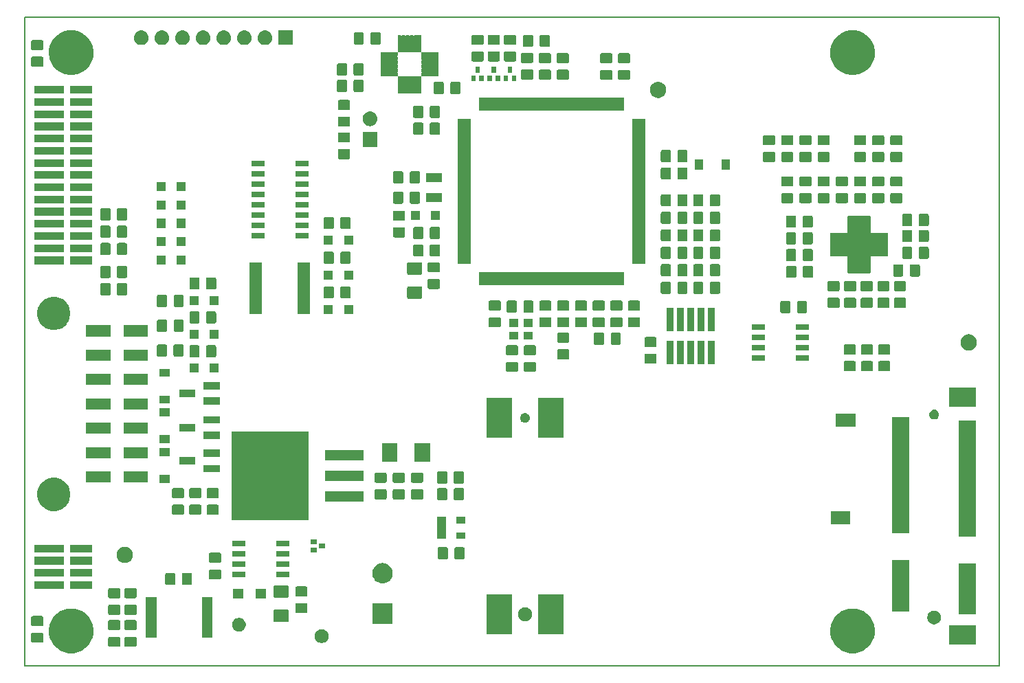
<source format=gbr>
G04 #@! TF.GenerationSoftware,KiCad,Pcbnew,5.0.1-33cea8e~68~ubuntu16.04.1*
G04 #@! TF.CreationDate,2018-11-15T12:16:53-03:00*
G04 #@! TF.ProjectId,TrackerAVL,547261636B657241564C2E6B69636164,1.1*
G04 #@! TF.SameCoordinates,Original*
G04 #@! TF.FileFunction,Soldermask,Top*
G04 #@! TF.FilePolarity,Negative*
%FSLAX46Y46*%
G04 Gerber Fmt 4.6, Leading zero omitted, Abs format (unit mm)*
G04 Created by KiCad (PCBNEW 5.0.1-33cea8e~68~ubuntu16.04.1) date Thu 15 Nov 2018 12:16:53 -03*
%MOMM*%
%LPD*%
G01*
G04 APERTURE LIST*
%ADD10C,0.150000*%
%ADD11C,0.100000*%
G04 APERTURE END LIST*
D10*
X154750000Y-126750000D02*
X154750000Y-46750000D01*
X34750000Y-126750000D02*
X154750000Y-126750000D01*
X34750000Y-46750000D02*
X34750000Y-126750000D01*
X34750000Y-46750000D02*
X154750000Y-46750000D01*
D11*
G36*
X137171969Y-119688985D02*
X137502437Y-119754719D01*
X138003087Y-119962095D01*
X138391365Y-120221535D01*
X138453663Y-120263161D01*
X138836839Y-120646337D01*
X138836841Y-120646340D01*
X139137905Y-121096913D01*
X139345281Y-121597563D01*
X139389679Y-121820770D01*
X139451000Y-122129049D01*
X139451000Y-122670951D01*
X139436278Y-122744962D01*
X139345281Y-123202437D01*
X139137905Y-123703087D01*
X139025351Y-123871535D01*
X138836839Y-124153663D01*
X138453663Y-124536839D01*
X138453660Y-124536841D01*
X138003087Y-124837905D01*
X137502437Y-125045281D01*
X137236693Y-125098141D01*
X136970951Y-125151000D01*
X136429049Y-125151000D01*
X136163307Y-125098141D01*
X135897563Y-125045281D01*
X135396913Y-124837905D01*
X134946340Y-124536841D01*
X134946337Y-124536839D01*
X134563161Y-124153663D01*
X134374649Y-123871535D01*
X134262095Y-123703087D01*
X134054719Y-123202437D01*
X133963722Y-122744962D01*
X133949000Y-122670951D01*
X133949000Y-122129049D01*
X134010321Y-121820770D01*
X134054719Y-121597563D01*
X134262095Y-121096913D01*
X134563159Y-120646340D01*
X134563161Y-120646337D01*
X134946337Y-120263161D01*
X135008635Y-120221535D01*
X135396913Y-119962095D01*
X135897563Y-119754719D01*
X136228031Y-119688985D01*
X136429049Y-119649000D01*
X136970951Y-119649000D01*
X137171969Y-119688985D01*
X137171969Y-119688985D01*
G37*
G36*
X40921969Y-119688985D02*
X41252437Y-119754719D01*
X41753087Y-119962095D01*
X42141365Y-120221535D01*
X42203663Y-120263161D01*
X42586839Y-120646337D01*
X42586841Y-120646340D01*
X42887905Y-121096913D01*
X43095281Y-121597563D01*
X43139679Y-121820770D01*
X43201000Y-122129049D01*
X43201000Y-122670951D01*
X43186278Y-122744962D01*
X43095281Y-123202437D01*
X42887905Y-123703087D01*
X42775351Y-123871535D01*
X42586839Y-124153663D01*
X42203663Y-124536839D01*
X42203660Y-124536841D01*
X41753087Y-124837905D01*
X41252437Y-125045281D01*
X40986693Y-125098141D01*
X40720951Y-125151000D01*
X40179049Y-125151000D01*
X39913307Y-125098141D01*
X39647563Y-125045281D01*
X39146913Y-124837905D01*
X38696340Y-124536841D01*
X38696337Y-124536839D01*
X38313161Y-124153663D01*
X38124649Y-123871535D01*
X38012095Y-123703087D01*
X37804719Y-123202437D01*
X37713722Y-122744962D01*
X37699000Y-122670951D01*
X37699000Y-122129049D01*
X37760321Y-121820770D01*
X37804719Y-121597563D01*
X38012095Y-121096913D01*
X38313159Y-120646340D01*
X38313161Y-120646337D01*
X38696337Y-120263161D01*
X38758635Y-120221535D01*
X39146913Y-119962095D01*
X39647563Y-119754719D01*
X39978031Y-119688985D01*
X40179049Y-119649000D01*
X40720951Y-119649000D01*
X40921969Y-119688985D01*
X40921969Y-119688985D01*
G37*
G36*
X46338677Y-123128465D02*
X46376364Y-123139898D01*
X46411103Y-123158466D01*
X46441548Y-123183452D01*
X46466534Y-123213897D01*
X46485102Y-123248636D01*
X46496535Y-123286323D01*
X46501000Y-123331661D01*
X46501000Y-124168339D01*
X46496535Y-124213677D01*
X46485102Y-124251364D01*
X46466534Y-124286103D01*
X46441548Y-124316548D01*
X46411103Y-124341534D01*
X46376364Y-124360102D01*
X46338677Y-124371535D01*
X46293339Y-124376000D01*
X45206661Y-124376000D01*
X45161323Y-124371535D01*
X45123636Y-124360102D01*
X45088897Y-124341534D01*
X45058452Y-124316548D01*
X45033466Y-124286103D01*
X45014898Y-124251364D01*
X45003465Y-124213677D01*
X44999000Y-124168339D01*
X44999000Y-123331661D01*
X45003465Y-123286323D01*
X45014898Y-123248636D01*
X45033466Y-123213897D01*
X45058452Y-123183452D01*
X45088897Y-123158466D01*
X45123636Y-123139898D01*
X45161323Y-123128465D01*
X45206661Y-123124000D01*
X46293339Y-123124000D01*
X46338677Y-123128465D01*
X46338677Y-123128465D01*
G37*
G36*
X48338677Y-123128465D02*
X48376364Y-123139898D01*
X48411103Y-123158466D01*
X48441548Y-123183452D01*
X48466534Y-123213897D01*
X48485102Y-123248636D01*
X48496535Y-123286323D01*
X48501000Y-123331661D01*
X48501000Y-124168339D01*
X48496535Y-124213677D01*
X48485102Y-124251364D01*
X48466534Y-124286103D01*
X48441548Y-124316548D01*
X48411103Y-124341534D01*
X48376364Y-124360102D01*
X48338677Y-124371535D01*
X48293339Y-124376000D01*
X47206661Y-124376000D01*
X47161323Y-124371535D01*
X47123636Y-124360102D01*
X47088897Y-124341534D01*
X47058452Y-124316548D01*
X47033466Y-124286103D01*
X47014898Y-124251364D01*
X47003465Y-124213677D01*
X46999000Y-124168339D01*
X46999000Y-123331661D01*
X47003465Y-123286323D01*
X47014898Y-123248636D01*
X47033466Y-123213897D01*
X47058452Y-123183452D01*
X47088897Y-123158466D01*
X47123636Y-123139898D01*
X47161323Y-123128465D01*
X47206661Y-123124000D01*
X48293339Y-123124000D01*
X48338677Y-123128465D01*
X48338677Y-123128465D01*
G37*
G36*
X151901000Y-124101000D02*
X148599000Y-124101000D01*
X148599000Y-121699000D01*
X151901000Y-121699000D01*
X151901000Y-124101000D01*
X151901000Y-124101000D01*
G37*
G36*
X71548228Y-122231703D02*
X71703100Y-122295853D01*
X71842481Y-122388985D01*
X71961015Y-122507519D01*
X72054147Y-122646900D01*
X72118297Y-122801772D01*
X72151000Y-122966184D01*
X72151000Y-123133816D01*
X72118297Y-123298228D01*
X72054147Y-123453100D01*
X71961015Y-123592481D01*
X71842481Y-123711015D01*
X71703100Y-123804147D01*
X71548228Y-123868297D01*
X71383816Y-123901000D01*
X71216184Y-123901000D01*
X71051772Y-123868297D01*
X70896900Y-123804147D01*
X70757519Y-123711015D01*
X70638985Y-123592481D01*
X70545853Y-123453100D01*
X70481703Y-123298228D01*
X70449000Y-123133816D01*
X70449000Y-122966184D01*
X70481703Y-122801772D01*
X70545853Y-122646900D01*
X70638985Y-122507519D01*
X70757519Y-122388985D01*
X70896900Y-122295853D01*
X71051772Y-122231703D01*
X71216184Y-122199000D01*
X71383816Y-122199000D01*
X71548228Y-122231703D01*
X71548228Y-122231703D01*
G37*
G36*
X36838677Y-122628465D02*
X36876364Y-122639898D01*
X36911103Y-122658466D01*
X36941548Y-122683452D01*
X36966534Y-122713897D01*
X36985102Y-122748636D01*
X36996535Y-122786323D01*
X37001000Y-122831661D01*
X37001000Y-123668339D01*
X36996535Y-123713677D01*
X36985102Y-123751364D01*
X36966534Y-123786103D01*
X36941548Y-123816548D01*
X36911103Y-123841534D01*
X36876364Y-123860102D01*
X36838677Y-123871535D01*
X36793339Y-123876000D01*
X35706661Y-123876000D01*
X35661323Y-123871535D01*
X35623636Y-123860102D01*
X35588897Y-123841534D01*
X35558452Y-123816548D01*
X35533466Y-123786103D01*
X35514898Y-123751364D01*
X35503465Y-123713677D01*
X35499000Y-123668339D01*
X35499000Y-122831661D01*
X35503465Y-122786323D01*
X35514898Y-122748636D01*
X35533466Y-122713897D01*
X35558452Y-122683452D01*
X35588897Y-122658466D01*
X35623636Y-122639898D01*
X35661323Y-122628465D01*
X35706661Y-122624000D01*
X36793339Y-122624000D01*
X36838677Y-122628465D01*
X36838677Y-122628465D01*
G37*
G36*
X50951000Y-123276000D02*
X49649000Y-123276000D01*
X49649000Y-118224000D01*
X50951000Y-118224000D01*
X50951000Y-123276000D01*
X50951000Y-123276000D01*
G37*
G36*
X57851000Y-123276000D02*
X56549000Y-123276000D01*
X56549000Y-118224000D01*
X57851000Y-118224000D01*
X57851000Y-123276000D01*
X57851000Y-123276000D01*
G37*
G36*
X101101000Y-122801000D02*
X97999000Y-122801000D01*
X97999000Y-117899000D01*
X101101000Y-117899000D01*
X101101000Y-122801000D01*
X101101000Y-122801000D01*
G37*
G36*
X94751000Y-122801000D02*
X91649000Y-122801000D01*
X91649000Y-117899000D01*
X94751000Y-117899000D01*
X94751000Y-122801000D01*
X94751000Y-122801000D01*
G37*
G36*
X61348228Y-120831703D02*
X61503100Y-120895853D01*
X61642481Y-120988985D01*
X61761015Y-121107519D01*
X61854147Y-121246900D01*
X61918297Y-121401772D01*
X61951000Y-121566184D01*
X61951000Y-121733816D01*
X61918297Y-121898228D01*
X61854147Y-122053100D01*
X61761015Y-122192481D01*
X61642481Y-122311015D01*
X61503100Y-122404147D01*
X61348228Y-122468297D01*
X61183816Y-122501000D01*
X61016184Y-122501000D01*
X60851772Y-122468297D01*
X60696900Y-122404147D01*
X60557519Y-122311015D01*
X60438985Y-122192481D01*
X60345853Y-122053100D01*
X60281703Y-121898228D01*
X60249000Y-121733816D01*
X60249000Y-121566184D01*
X60281703Y-121401772D01*
X60345853Y-121246900D01*
X60438985Y-121107519D01*
X60557519Y-120988985D01*
X60696900Y-120895853D01*
X60851772Y-120831703D01*
X61016184Y-120799000D01*
X61183816Y-120799000D01*
X61348228Y-120831703D01*
X61348228Y-120831703D01*
G37*
G36*
X46338677Y-121078465D02*
X46376364Y-121089898D01*
X46411103Y-121108466D01*
X46441548Y-121133452D01*
X46466534Y-121163897D01*
X46485102Y-121198636D01*
X46496535Y-121236323D01*
X46501000Y-121281661D01*
X46501000Y-122118339D01*
X46496535Y-122163677D01*
X46485102Y-122201364D01*
X46466534Y-122236103D01*
X46441548Y-122266548D01*
X46411103Y-122291534D01*
X46376364Y-122310102D01*
X46338677Y-122321535D01*
X46293339Y-122326000D01*
X45206661Y-122326000D01*
X45161323Y-122321535D01*
X45123636Y-122310102D01*
X45088897Y-122291534D01*
X45058452Y-122266548D01*
X45033466Y-122236103D01*
X45014898Y-122201364D01*
X45003465Y-122163677D01*
X44999000Y-122118339D01*
X44999000Y-121281661D01*
X45003465Y-121236323D01*
X45014898Y-121198636D01*
X45033466Y-121163897D01*
X45058452Y-121133452D01*
X45088897Y-121108466D01*
X45123636Y-121089898D01*
X45161323Y-121078465D01*
X45206661Y-121074000D01*
X46293339Y-121074000D01*
X46338677Y-121078465D01*
X46338677Y-121078465D01*
G37*
G36*
X48338677Y-121078465D02*
X48376364Y-121089898D01*
X48411103Y-121108466D01*
X48441548Y-121133452D01*
X48466534Y-121163897D01*
X48485102Y-121198636D01*
X48496535Y-121236323D01*
X48501000Y-121281661D01*
X48501000Y-122118339D01*
X48496535Y-122163677D01*
X48485102Y-122201364D01*
X48466534Y-122236103D01*
X48441548Y-122266548D01*
X48411103Y-122291534D01*
X48376364Y-122310102D01*
X48338677Y-122321535D01*
X48293339Y-122326000D01*
X47206661Y-122326000D01*
X47161323Y-122321535D01*
X47123636Y-122310102D01*
X47088897Y-122291534D01*
X47058452Y-122266548D01*
X47033466Y-122236103D01*
X47014898Y-122201364D01*
X47003465Y-122163677D01*
X46999000Y-122118339D01*
X46999000Y-121281661D01*
X47003465Y-121236323D01*
X47014898Y-121198636D01*
X47033466Y-121163897D01*
X47058452Y-121133452D01*
X47088897Y-121108466D01*
X47123636Y-121089898D01*
X47161323Y-121078465D01*
X47206661Y-121074000D01*
X48293339Y-121074000D01*
X48338677Y-121078465D01*
X48338677Y-121078465D01*
G37*
G36*
X36838677Y-120578465D02*
X36876364Y-120589898D01*
X36911103Y-120608466D01*
X36941548Y-120633452D01*
X36966534Y-120663897D01*
X36985102Y-120698636D01*
X36996535Y-120736323D01*
X37001000Y-120781661D01*
X37001000Y-121618339D01*
X36996535Y-121663677D01*
X36985102Y-121701364D01*
X36966534Y-121736103D01*
X36941548Y-121766548D01*
X36911103Y-121791534D01*
X36876364Y-121810102D01*
X36838677Y-121821535D01*
X36793339Y-121826000D01*
X35706661Y-121826000D01*
X35661323Y-121821535D01*
X35623636Y-121810102D01*
X35588897Y-121791534D01*
X35558452Y-121766548D01*
X35533466Y-121736103D01*
X35514898Y-121701364D01*
X35503465Y-121663677D01*
X35499000Y-121618339D01*
X35499000Y-120781661D01*
X35503465Y-120736323D01*
X35514898Y-120698636D01*
X35533466Y-120663897D01*
X35558452Y-120633452D01*
X35588897Y-120608466D01*
X35623636Y-120589898D01*
X35661323Y-120578465D01*
X35706661Y-120574000D01*
X36793339Y-120574000D01*
X36838677Y-120578465D01*
X36838677Y-120578465D01*
G37*
G36*
X146998228Y-119931703D02*
X147153100Y-119995853D01*
X147292481Y-120088985D01*
X147411015Y-120207519D01*
X147504147Y-120346900D01*
X147568297Y-120501772D01*
X147601000Y-120666184D01*
X147601000Y-120833816D01*
X147568297Y-120998228D01*
X147504147Y-121153100D01*
X147411015Y-121292481D01*
X147292481Y-121411015D01*
X147153100Y-121504147D01*
X146998228Y-121568297D01*
X146833816Y-121601000D01*
X146666184Y-121601000D01*
X146501772Y-121568297D01*
X146346900Y-121504147D01*
X146207519Y-121411015D01*
X146088985Y-121292481D01*
X145995853Y-121153100D01*
X145931703Y-120998228D01*
X145899000Y-120833816D01*
X145899000Y-120666184D01*
X145931703Y-120501772D01*
X145995853Y-120346900D01*
X146088985Y-120207519D01*
X146207519Y-120088985D01*
X146346900Y-119995853D01*
X146501772Y-119931703D01*
X146666184Y-119899000D01*
X146833816Y-119899000D01*
X146998228Y-119931703D01*
X146998228Y-119931703D01*
G37*
G36*
X80051000Y-121551000D02*
X77549000Y-121551000D01*
X77549000Y-119049000D01*
X80051000Y-119049000D01*
X80051000Y-121551000D01*
X80051000Y-121551000D01*
G37*
G36*
X67075562Y-119790681D02*
X67110477Y-119801273D01*
X67142665Y-119818478D01*
X67170873Y-119841627D01*
X67194022Y-119869835D01*
X67211227Y-119902023D01*
X67221819Y-119936938D01*
X67226000Y-119979395D01*
X67226000Y-121120605D01*
X67221819Y-121163062D01*
X67211227Y-121197977D01*
X67194022Y-121230165D01*
X67170873Y-121258373D01*
X67142665Y-121281522D01*
X67110477Y-121298727D01*
X67075562Y-121309319D01*
X67033105Y-121313500D01*
X65566895Y-121313500D01*
X65524438Y-121309319D01*
X65489523Y-121298727D01*
X65457335Y-121281522D01*
X65429127Y-121258373D01*
X65405978Y-121230165D01*
X65388773Y-121197977D01*
X65378181Y-121163062D01*
X65374000Y-121120605D01*
X65374000Y-119979395D01*
X65378181Y-119936938D01*
X65388773Y-119902023D01*
X65405978Y-119869835D01*
X65429127Y-119841627D01*
X65457335Y-119818478D01*
X65489523Y-119801273D01*
X65524438Y-119790681D01*
X65566895Y-119786500D01*
X67033105Y-119786500D01*
X67075562Y-119790681D01*
X67075562Y-119790681D01*
G37*
G36*
X96598228Y-119531703D02*
X96753100Y-119595853D01*
X96892481Y-119688985D01*
X97011015Y-119807519D01*
X97104147Y-119946900D01*
X97168297Y-120101772D01*
X97201000Y-120266184D01*
X97201000Y-120433816D01*
X97168297Y-120598228D01*
X97104147Y-120753100D01*
X97011015Y-120892481D01*
X96892481Y-121011015D01*
X96753100Y-121104147D01*
X96598228Y-121168297D01*
X96433816Y-121201000D01*
X96266184Y-121201000D01*
X96101772Y-121168297D01*
X95946900Y-121104147D01*
X95807519Y-121011015D01*
X95688985Y-120892481D01*
X95595853Y-120753100D01*
X95531703Y-120598228D01*
X95499000Y-120433816D01*
X95499000Y-120266184D01*
X95531703Y-120101772D01*
X95595853Y-119946900D01*
X95688985Y-119807519D01*
X95807519Y-119688985D01*
X95946900Y-119595853D01*
X96101772Y-119531703D01*
X96266184Y-119499000D01*
X96433816Y-119499000D01*
X96598228Y-119531703D01*
X96598228Y-119531703D01*
G37*
G36*
X46338677Y-119183465D02*
X46376364Y-119194898D01*
X46411103Y-119213466D01*
X46441548Y-119238452D01*
X46466534Y-119268897D01*
X46485102Y-119303636D01*
X46496535Y-119341323D01*
X46501000Y-119386661D01*
X46501000Y-120223339D01*
X46496535Y-120268677D01*
X46485102Y-120306364D01*
X46466534Y-120341103D01*
X46441548Y-120371548D01*
X46411103Y-120396534D01*
X46376364Y-120415102D01*
X46338677Y-120426535D01*
X46293339Y-120431000D01*
X45206661Y-120431000D01*
X45161323Y-120426535D01*
X45123636Y-120415102D01*
X45088897Y-120396534D01*
X45058452Y-120371548D01*
X45033466Y-120341103D01*
X45014898Y-120306364D01*
X45003465Y-120268677D01*
X44999000Y-120223339D01*
X44999000Y-119386661D01*
X45003465Y-119341323D01*
X45014898Y-119303636D01*
X45033466Y-119268897D01*
X45058452Y-119238452D01*
X45088897Y-119213466D01*
X45123636Y-119194898D01*
X45161323Y-119183465D01*
X45206661Y-119179000D01*
X46293339Y-119179000D01*
X46338677Y-119183465D01*
X46338677Y-119183465D01*
G37*
G36*
X48338677Y-119178465D02*
X48376364Y-119189898D01*
X48411103Y-119208466D01*
X48441548Y-119233452D01*
X48466534Y-119263897D01*
X48485102Y-119298636D01*
X48496535Y-119336323D01*
X48501000Y-119381661D01*
X48501000Y-120218339D01*
X48496535Y-120263677D01*
X48485102Y-120301364D01*
X48466534Y-120336103D01*
X48441548Y-120366548D01*
X48411103Y-120391534D01*
X48376364Y-120410102D01*
X48338677Y-120421535D01*
X48293339Y-120426000D01*
X47206661Y-120426000D01*
X47161323Y-120421535D01*
X47123636Y-120410102D01*
X47088897Y-120391534D01*
X47058452Y-120366548D01*
X47033466Y-120336103D01*
X47014898Y-120301364D01*
X47003465Y-120263677D01*
X46999000Y-120218339D01*
X46999000Y-119381661D01*
X47003465Y-119336323D01*
X47014898Y-119298636D01*
X47033466Y-119263897D01*
X47058452Y-119233452D01*
X47088897Y-119208466D01*
X47123636Y-119189898D01*
X47161323Y-119178465D01*
X47206661Y-119174000D01*
X48293339Y-119174000D01*
X48338677Y-119178465D01*
X48338677Y-119178465D01*
G37*
G36*
X151901000Y-120401000D02*
X149799000Y-120401000D01*
X149799000Y-114099000D01*
X151901000Y-114099000D01*
X151901000Y-120401000D01*
X151901000Y-120401000D01*
G37*
G36*
X69388677Y-118978465D02*
X69426364Y-118989898D01*
X69461103Y-119008466D01*
X69491548Y-119033452D01*
X69516534Y-119063897D01*
X69535102Y-119098636D01*
X69546535Y-119136323D01*
X69551000Y-119181661D01*
X69551000Y-120018339D01*
X69546535Y-120063677D01*
X69535102Y-120101364D01*
X69516534Y-120136103D01*
X69491548Y-120166548D01*
X69461103Y-120191534D01*
X69426364Y-120210102D01*
X69388677Y-120221535D01*
X69343339Y-120226000D01*
X68256661Y-120226000D01*
X68211323Y-120221535D01*
X68173636Y-120210102D01*
X68138897Y-120191534D01*
X68108452Y-120166548D01*
X68083466Y-120136103D01*
X68064898Y-120101364D01*
X68053465Y-120063677D01*
X68049000Y-120018339D01*
X68049000Y-119181661D01*
X68053465Y-119136323D01*
X68064898Y-119098636D01*
X68083466Y-119063897D01*
X68108452Y-119033452D01*
X68138897Y-119008466D01*
X68173636Y-118989898D01*
X68211323Y-118978465D01*
X68256661Y-118974000D01*
X69343339Y-118974000D01*
X69388677Y-118978465D01*
X69388677Y-118978465D01*
G37*
G36*
X143701000Y-120001000D02*
X141599000Y-120001000D01*
X141599000Y-113699000D01*
X143701000Y-113699000D01*
X143701000Y-120001000D01*
X143701000Y-120001000D01*
G37*
G36*
X64401000Y-118401000D02*
X63199000Y-118401000D01*
X63199000Y-117199000D01*
X64401000Y-117199000D01*
X64401000Y-118401000D01*
X64401000Y-118401000D01*
G37*
G36*
X61601000Y-118401000D02*
X60399000Y-118401000D01*
X60399000Y-117199000D01*
X61601000Y-117199000D01*
X61601000Y-118401000D01*
X61601000Y-118401000D01*
G37*
G36*
X46338677Y-117133465D02*
X46376364Y-117144898D01*
X46411103Y-117163466D01*
X46441548Y-117188452D01*
X46466534Y-117218897D01*
X46485102Y-117253636D01*
X46496535Y-117291323D01*
X46501000Y-117336661D01*
X46501000Y-118173339D01*
X46496535Y-118218677D01*
X46485102Y-118256364D01*
X46466534Y-118291103D01*
X46441548Y-118321548D01*
X46411103Y-118346534D01*
X46376364Y-118365102D01*
X46338677Y-118376535D01*
X46293339Y-118381000D01*
X45206661Y-118381000D01*
X45161323Y-118376535D01*
X45123636Y-118365102D01*
X45088897Y-118346534D01*
X45058452Y-118321548D01*
X45033466Y-118291103D01*
X45014898Y-118256364D01*
X45003465Y-118218677D01*
X44999000Y-118173339D01*
X44999000Y-117336661D01*
X45003465Y-117291323D01*
X45014898Y-117253636D01*
X45033466Y-117218897D01*
X45058452Y-117188452D01*
X45088897Y-117163466D01*
X45123636Y-117144898D01*
X45161323Y-117133465D01*
X45206661Y-117129000D01*
X46293339Y-117129000D01*
X46338677Y-117133465D01*
X46338677Y-117133465D01*
G37*
G36*
X48338677Y-117128465D02*
X48376364Y-117139898D01*
X48411103Y-117158466D01*
X48441548Y-117183452D01*
X48466534Y-117213897D01*
X48485102Y-117248636D01*
X48496535Y-117286323D01*
X48501000Y-117331661D01*
X48501000Y-118168339D01*
X48496535Y-118213677D01*
X48485102Y-118251364D01*
X48466534Y-118286103D01*
X48441548Y-118316548D01*
X48411103Y-118341534D01*
X48376364Y-118360102D01*
X48338677Y-118371535D01*
X48293339Y-118376000D01*
X47206661Y-118376000D01*
X47161323Y-118371535D01*
X47123636Y-118360102D01*
X47088897Y-118341534D01*
X47058452Y-118316548D01*
X47033466Y-118286103D01*
X47014898Y-118251364D01*
X47003465Y-118213677D01*
X46999000Y-118168339D01*
X46999000Y-117331661D01*
X47003465Y-117286323D01*
X47014898Y-117248636D01*
X47033466Y-117213897D01*
X47058452Y-117183452D01*
X47088897Y-117158466D01*
X47123636Y-117139898D01*
X47161323Y-117128465D01*
X47206661Y-117124000D01*
X48293339Y-117124000D01*
X48338677Y-117128465D01*
X48338677Y-117128465D01*
G37*
G36*
X67075562Y-116815681D02*
X67110477Y-116826273D01*
X67142665Y-116843478D01*
X67170873Y-116866627D01*
X67194022Y-116894835D01*
X67211227Y-116927023D01*
X67221819Y-116961938D01*
X67226000Y-117004395D01*
X67226000Y-118145605D01*
X67221819Y-118188062D01*
X67211227Y-118222977D01*
X67194022Y-118255165D01*
X67170873Y-118283373D01*
X67142665Y-118306522D01*
X67110477Y-118323727D01*
X67075562Y-118334319D01*
X67033105Y-118338500D01*
X65566895Y-118338500D01*
X65524438Y-118334319D01*
X65489523Y-118323727D01*
X65457335Y-118306522D01*
X65429127Y-118283373D01*
X65405978Y-118255165D01*
X65388773Y-118222977D01*
X65378181Y-118188062D01*
X65374000Y-118145605D01*
X65374000Y-117004395D01*
X65378181Y-116961938D01*
X65388773Y-116927023D01*
X65405978Y-116894835D01*
X65429127Y-116866627D01*
X65457335Y-116843478D01*
X65489523Y-116826273D01*
X65524438Y-116815681D01*
X65566895Y-116811500D01*
X67033105Y-116811500D01*
X67075562Y-116815681D01*
X67075562Y-116815681D01*
G37*
G36*
X69388677Y-116928465D02*
X69426364Y-116939898D01*
X69461103Y-116958466D01*
X69491548Y-116983452D01*
X69516534Y-117013897D01*
X69535102Y-117048636D01*
X69546535Y-117086323D01*
X69551000Y-117131661D01*
X69551000Y-117968339D01*
X69546535Y-118013677D01*
X69535102Y-118051364D01*
X69516534Y-118086103D01*
X69491548Y-118116548D01*
X69461103Y-118141534D01*
X69426364Y-118160102D01*
X69388677Y-118171535D01*
X69343339Y-118176000D01*
X68256661Y-118176000D01*
X68211323Y-118171535D01*
X68173636Y-118160102D01*
X68138897Y-118141534D01*
X68108452Y-118116548D01*
X68083466Y-118086103D01*
X68064898Y-118051364D01*
X68053465Y-118013677D01*
X68049000Y-117968339D01*
X68049000Y-117131661D01*
X68053465Y-117086323D01*
X68064898Y-117048636D01*
X68083466Y-117013897D01*
X68108452Y-116983452D01*
X68138897Y-116958466D01*
X68173636Y-116939898D01*
X68211323Y-116928465D01*
X68256661Y-116924000D01*
X69343339Y-116924000D01*
X69388677Y-116928465D01*
X69388677Y-116928465D01*
G37*
G36*
X39576000Y-117226000D02*
X35924000Y-117226000D01*
X35924000Y-116274000D01*
X39576000Y-116274000D01*
X39576000Y-117226000D01*
X39576000Y-117226000D01*
G37*
G36*
X43026000Y-117226000D02*
X40274000Y-117226000D01*
X40274000Y-116274000D01*
X43026000Y-116274000D01*
X43026000Y-117226000D01*
X43026000Y-117226000D01*
G37*
G36*
X53113677Y-115253465D02*
X53151364Y-115264898D01*
X53186103Y-115283466D01*
X53216548Y-115308452D01*
X53241534Y-115338897D01*
X53260102Y-115373636D01*
X53271535Y-115411323D01*
X53276000Y-115456661D01*
X53276000Y-116543339D01*
X53271535Y-116588677D01*
X53260102Y-116626364D01*
X53241534Y-116661103D01*
X53216548Y-116691548D01*
X53186103Y-116716534D01*
X53151364Y-116735102D01*
X53113677Y-116746535D01*
X53068339Y-116751000D01*
X52231661Y-116751000D01*
X52186323Y-116746535D01*
X52148636Y-116735102D01*
X52113897Y-116716534D01*
X52083452Y-116691548D01*
X52058466Y-116661103D01*
X52039898Y-116626364D01*
X52028465Y-116588677D01*
X52024000Y-116543339D01*
X52024000Y-115456661D01*
X52028465Y-115411323D01*
X52039898Y-115373636D01*
X52058466Y-115338897D01*
X52083452Y-115308452D01*
X52113897Y-115283466D01*
X52148636Y-115264898D01*
X52186323Y-115253465D01*
X52231661Y-115249000D01*
X53068339Y-115249000D01*
X53113677Y-115253465D01*
X53113677Y-115253465D01*
G37*
G36*
X55163677Y-115253465D02*
X55201364Y-115264898D01*
X55236103Y-115283466D01*
X55266548Y-115308452D01*
X55291534Y-115338897D01*
X55310102Y-115373636D01*
X55321535Y-115411323D01*
X55326000Y-115456661D01*
X55326000Y-116543339D01*
X55321535Y-116588677D01*
X55310102Y-116626364D01*
X55291534Y-116661103D01*
X55266548Y-116691548D01*
X55236103Y-116716534D01*
X55201364Y-116735102D01*
X55163677Y-116746535D01*
X55118339Y-116751000D01*
X54281661Y-116751000D01*
X54236323Y-116746535D01*
X54198636Y-116735102D01*
X54163897Y-116716534D01*
X54133452Y-116691548D01*
X54108466Y-116661103D01*
X54089898Y-116626364D01*
X54078465Y-116588677D01*
X54074000Y-116543339D01*
X54074000Y-115456661D01*
X54078465Y-115411323D01*
X54089898Y-115373636D01*
X54108466Y-115338897D01*
X54133452Y-115308452D01*
X54163897Y-115283466D01*
X54198636Y-115264898D01*
X54236323Y-115253465D01*
X54281661Y-115249000D01*
X55118339Y-115249000D01*
X55163677Y-115253465D01*
X55163677Y-115253465D01*
G37*
G36*
X78983636Y-114061019D02*
X79164903Y-114097075D01*
X79392571Y-114191378D01*
X79596542Y-114327668D01*
X79597469Y-114328287D01*
X79771713Y-114502531D01*
X79771715Y-114502534D01*
X79908622Y-114707429D01*
X80002925Y-114935097D01*
X80051000Y-115176787D01*
X80051000Y-115423213D01*
X80002925Y-115664903D01*
X79908622Y-115892571D01*
X79786058Y-116076000D01*
X79771713Y-116097469D01*
X79597469Y-116271713D01*
X79597466Y-116271715D01*
X79392571Y-116408622D01*
X79164903Y-116502925D01*
X78983635Y-116538981D01*
X78923214Y-116551000D01*
X78676786Y-116551000D01*
X78616365Y-116538981D01*
X78435097Y-116502925D01*
X78207429Y-116408622D01*
X78002534Y-116271715D01*
X78002531Y-116271713D01*
X77828287Y-116097469D01*
X77813942Y-116076000D01*
X77691378Y-115892571D01*
X77597075Y-115664903D01*
X77549000Y-115423213D01*
X77549000Y-115176787D01*
X77597075Y-114935097D01*
X77691378Y-114707429D01*
X77828285Y-114502534D01*
X77828287Y-114502531D01*
X78002531Y-114328287D01*
X78003458Y-114327668D01*
X78207429Y-114191378D01*
X78435097Y-114097075D01*
X78616364Y-114061019D01*
X78676786Y-114049000D01*
X78923214Y-114049000D01*
X78983636Y-114061019D01*
X78983636Y-114061019D01*
G37*
G36*
X58738677Y-114828465D02*
X58776364Y-114839898D01*
X58811103Y-114858466D01*
X58841548Y-114883452D01*
X58866534Y-114913897D01*
X58885102Y-114948636D01*
X58896535Y-114986323D01*
X58901000Y-115031661D01*
X58901000Y-115868339D01*
X58896535Y-115913677D01*
X58885102Y-115951364D01*
X58866534Y-115986103D01*
X58841548Y-116016548D01*
X58811103Y-116041534D01*
X58776364Y-116060102D01*
X58738677Y-116071535D01*
X58693339Y-116076000D01*
X57606661Y-116076000D01*
X57561323Y-116071535D01*
X57523636Y-116060102D01*
X57488897Y-116041534D01*
X57458452Y-116016548D01*
X57433466Y-115986103D01*
X57414898Y-115951364D01*
X57403465Y-115913677D01*
X57399000Y-115868339D01*
X57399000Y-115031661D01*
X57403465Y-114986323D01*
X57414898Y-114948636D01*
X57433466Y-114913897D01*
X57458452Y-114883452D01*
X57488897Y-114858466D01*
X57523636Y-114839898D01*
X57561323Y-114828465D01*
X57606661Y-114824000D01*
X58693339Y-114824000D01*
X58738677Y-114828465D01*
X58738677Y-114828465D01*
G37*
G36*
X61926000Y-115806000D02*
X60274000Y-115806000D01*
X60274000Y-115104000D01*
X61926000Y-115104000D01*
X61926000Y-115806000D01*
X61926000Y-115806000D01*
G37*
G36*
X67326000Y-115806000D02*
X65674000Y-115806000D01*
X65674000Y-115104000D01*
X67326000Y-115104000D01*
X67326000Y-115806000D01*
X67326000Y-115806000D01*
G37*
G36*
X39576000Y-115726000D02*
X35924000Y-115726000D01*
X35924000Y-114774000D01*
X39576000Y-114774000D01*
X39576000Y-115726000D01*
X39576000Y-115726000D01*
G37*
G36*
X43026000Y-115726000D02*
X40274000Y-115726000D01*
X40274000Y-114774000D01*
X43026000Y-114774000D01*
X43026000Y-115726000D01*
X43026000Y-115726000D01*
G37*
G36*
X61926000Y-114536000D02*
X60274000Y-114536000D01*
X60274000Y-113834000D01*
X61926000Y-113834000D01*
X61926000Y-114536000D01*
X61926000Y-114536000D01*
G37*
G36*
X67326000Y-114536000D02*
X65674000Y-114536000D01*
X65674000Y-113834000D01*
X67326000Y-113834000D01*
X67326000Y-114536000D01*
X67326000Y-114536000D01*
G37*
G36*
X39576000Y-114226000D02*
X35924000Y-114226000D01*
X35924000Y-113274000D01*
X39576000Y-113274000D01*
X39576000Y-114226000D01*
X39576000Y-114226000D01*
G37*
G36*
X43026000Y-114226000D02*
X40274000Y-114226000D01*
X40274000Y-113274000D01*
X43026000Y-113274000D01*
X43026000Y-114226000D01*
X43026000Y-114226000D01*
G37*
G36*
X58738677Y-112778465D02*
X58776364Y-112789898D01*
X58811103Y-112808466D01*
X58841548Y-112833452D01*
X58866534Y-112863897D01*
X58885102Y-112898636D01*
X58896535Y-112936323D01*
X58901000Y-112981661D01*
X58901000Y-113818339D01*
X58896535Y-113863677D01*
X58885102Y-113901364D01*
X58866534Y-113936103D01*
X58841548Y-113966548D01*
X58811103Y-113991534D01*
X58776364Y-114010102D01*
X58738677Y-114021535D01*
X58693339Y-114026000D01*
X57606661Y-114026000D01*
X57561323Y-114021535D01*
X57523636Y-114010102D01*
X57488897Y-113991534D01*
X57458452Y-113966548D01*
X57433466Y-113936103D01*
X57414898Y-113901364D01*
X57403465Y-113863677D01*
X57399000Y-113818339D01*
X57399000Y-112981661D01*
X57403465Y-112936323D01*
X57414898Y-112898636D01*
X57433466Y-112863897D01*
X57458452Y-112833452D01*
X57488897Y-112808466D01*
X57523636Y-112789898D01*
X57561323Y-112778465D01*
X57606661Y-112774000D01*
X58693339Y-112774000D01*
X58738677Y-112778465D01*
X58738677Y-112778465D01*
G37*
G36*
X47225770Y-112040372D02*
X47341689Y-112063429D01*
X47523678Y-112138811D01*
X47687463Y-112248249D01*
X47826751Y-112387537D01*
X47936189Y-112551322D01*
X48011571Y-112733311D01*
X48050000Y-112926509D01*
X48050000Y-113123491D01*
X48011571Y-113316689D01*
X47936189Y-113498678D01*
X47826751Y-113662463D01*
X47687463Y-113801751D01*
X47523678Y-113911189D01*
X47341689Y-113986571D01*
X47247621Y-114005282D01*
X47148493Y-114025000D01*
X46951507Y-114025000D01*
X46852379Y-114005282D01*
X46758311Y-113986571D01*
X46576322Y-113911189D01*
X46412537Y-113801751D01*
X46273249Y-113662463D01*
X46163811Y-113498678D01*
X46088429Y-113316689D01*
X46050000Y-113123491D01*
X46050000Y-112926509D01*
X46088429Y-112733311D01*
X46163811Y-112551322D01*
X46273249Y-112387537D01*
X46412537Y-112248249D01*
X46576322Y-112138811D01*
X46758311Y-112063429D01*
X46874230Y-112040372D01*
X46951507Y-112025000D01*
X47148493Y-112025000D01*
X47225770Y-112040372D01*
X47225770Y-112040372D01*
G37*
G36*
X86688677Y-112078465D02*
X86726364Y-112089898D01*
X86761103Y-112108466D01*
X86791548Y-112133452D01*
X86816534Y-112163897D01*
X86835102Y-112198636D01*
X86846535Y-112236323D01*
X86851000Y-112281661D01*
X86851000Y-113368339D01*
X86846535Y-113413677D01*
X86835102Y-113451364D01*
X86816534Y-113486103D01*
X86791548Y-113516548D01*
X86761103Y-113541534D01*
X86726364Y-113560102D01*
X86688677Y-113571535D01*
X86643339Y-113576000D01*
X85806661Y-113576000D01*
X85761323Y-113571535D01*
X85723636Y-113560102D01*
X85688897Y-113541534D01*
X85658452Y-113516548D01*
X85633466Y-113486103D01*
X85614898Y-113451364D01*
X85603465Y-113413677D01*
X85599000Y-113368339D01*
X85599000Y-112281661D01*
X85603465Y-112236323D01*
X85614898Y-112198636D01*
X85633466Y-112163897D01*
X85658452Y-112133452D01*
X85688897Y-112108466D01*
X85723636Y-112089898D01*
X85761323Y-112078465D01*
X85806661Y-112074000D01*
X86643339Y-112074000D01*
X86688677Y-112078465D01*
X86688677Y-112078465D01*
G37*
G36*
X88738677Y-112078465D02*
X88776364Y-112089898D01*
X88811103Y-112108466D01*
X88841548Y-112133452D01*
X88866534Y-112163897D01*
X88885102Y-112198636D01*
X88896535Y-112236323D01*
X88901000Y-112281661D01*
X88901000Y-113368339D01*
X88896535Y-113413677D01*
X88885102Y-113451364D01*
X88866534Y-113486103D01*
X88841548Y-113516548D01*
X88811103Y-113541534D01*
X88776364Y-113560102D01*
X88738677Y-113571535D01*
X88693339Y-113576000D01*
X87856661Y-113576000D01*
X87811323Y-113571535D01*
X87773636Y-113560102D01*
X87738897Y-113541534D01*
X87708452Y-113516548D01*
X87683466Y-113486103D01*
X87664898Y-113451364D01*
X87653465Y-113413677D01*
X87649000Y-113368339D01*
X87649000Y-112281661D01*
X87653465Y-112236323D01*
X87664898Y-112198636D01*
X87683466Y-112163897D01*
X87708452Y-112133452D01*
X87738897Y-112108466D01*
X87773636Y-112089898D01*
X87811323Y-112078465D01*
X87856661Y-112074000D01*
X88693339Y-112074000D01*
X88738677Y-112078465D01*
X88738677Y-112078465D01*
G37*
G36*
X67326000Y-113266000D02*
X65674000Y-113266000D01*
X65674000Y-112564000D01*
X67326000Y-112564000D01*
X67326000Y-113266000D01*
X67326000Y-113266000D01*
G37*
G36*
X61926000Y-113266000D02*
X60274000Y-113266000D01*
X60274000Y-112564000D01*
X61926000Y-112564000D01*
X61926000Y-113266000D01*
X61926000Y-113266000D01*
G37*
G36*
X70676000Y-112731000D02*
X69924000Y-112731000D01*
X69924000Y-112169000D01*
X70676000Y-112169000D01*
X70676000Y-112731000D01*
X70676000Y-112731000D01*
G37*
G36*
X43026000Y-112726000D02*
X40274000Y-112726000D01*
X40274000Y-111774000D01*
X43026000Y-111774000D01*
X43026000Y-112726000D01*
X43026000Y-112726000D01*
G37*
G36*
X39576000Y-112726000D02*
X35924000Y-112726000D01*
X35924000Y-111774000D01*
X39576000Y-111774000D01*
X39576000Y-112726000D01*
X39576000Y-112726000D01*
G37*
G36*
X71726000Y-112231000D02*
X70974000Y-112231000D01*
X70974000Y-111669000D01*
X71726000Y-111669000D01*
X71726000Y-112231000D01*
X71726000Y-112231000D01*
G37*
G36*
X61926000Y-111996000D02*
X60274000Y-111996000D01*
X60274000Y-111294000D01*
X61926000Y-111294000D01*
X61926000Y-111996000D01*
X61926000Y-111996000D01*
G37*
G36*
X67326000Y-111996000D02*
X65674000Y-111996000D01*
X65674000Y-111294000D01*
X67326000Y-111294000D01*
X67326000Y-111996000D01*
X67326000Y-111996000D01*
G37*
G36*
X70676000Y-111731000D02*
X69924000Y-111731000D01*
X69924000Y-111169000D01*
X70676000Y-111169000D01*
X70676000Y-111731000D01*
X70676000Y-111731000D01*
G37*
G36*
X88961000Y-111051000D02*
X87859000Y-111051000D01*
X87859000Y-110249000D01*
X88961000Y-110249000D01*
X88961000Y-111051000D01*
X88961000Y-111051000D01*
G37*
G36*
X86641000Y-111051000D02*
X85539000Y-111051000D01*
X85539000Y-108349000D01*
X86641000Y-108349000D01*
X86641000Y-111051000D01*
X86641000Y-111051000D01*
G37*
G36*
X151901000Y-110801000D02*
X149799000Y-110801000D01*
X149799000Y-96499000D01*
X151901000Y-96499000D01*
X151901000Y-110801000D01*
X151901000Y-110801000D01*
G37*
G36*
X143701000Y-110401000D02*
X141599000Y-110401000D01*
X141599000Y-96099000D01*
X143701000Y-96099000D01*
X143701000Y-110401000D01*
X143701000Y-110401000D01*
G37*
G36*
X136401000Y-109251000D02*
X133999000Y-109251000D01*
X133999000Y-107649000D01*
X136401000Y-107649000D01*
X136401000Y-109251000D01*
X136401000Y-109251000D01*
G37*
G36*
X88961000Y-109151000D02*
X87859000Y-109151000D01*
X87859000Y-108349000D01*
X88961000Y-108349000D01*
X88961000Y-109151000D01*
X88961000Y-109151000D01*
G37*
G36*
X69676000Y-108751000D02*
X60174000Y-108751000D01*
X60174000Y-97849000D01*
X69676000Y-97849000D01*
X69676000Y-108751000D01*
X69676000Y-108751000D01*
G37*
G36*
X54188677Y-106853465D02*
X54226364Y-106864898D01*
X54261103Y-106883466D01*
X54291548Y-106908452D01*
X54316534Y-106938897D01*
X54335102Y-106973636D01*
X54346535Y-107011323D01*
X54351000Y-107056661D01*
X54351000Y-107893339D01*
X54346535Y-107938677D01*
X54335102Y-107976364D01*
X54316534Y-108011103D01*
X54291548Y-108041548D01*
X54261103Y-108066534D01*
X54226364Y-108085102D01*
X54188677Y-108096535D01*
X54143339Y-108101000D01*
X53056661Y-108101000D01*
X53011323Y-108096535D01*
X52973636Y-108085102D01*
X52938897Y-108066534D01*
X52908452Y-108041548D01*
X52883466Y-108011103D01*
X52864898Y-107976364D01*
X52853465Y-107938677D01*
X52849000Y-107893339D01*
X52849000Y-107056661D01*
X52853465Y-107011323D01*
X52864898Y-106973636D01*
X52883466Y-106938897D01*
X52908452Y-106908452D01*
X52938897Y-106883466D01*
X52973636Y-106864898D01*
X53011323Y-106853465D01*
X53056661Y-106849000D01*
X54143339Y-106849000D01*
X54188677Y-106853465D01*
X54188677Y-106853465D01*
G37*
G36*
X58463677Y-106853465D02*
X58501364Y-106864898D01*
X58536103Y-106883466D01*
X58566548Y-106908452D01*
X58591534Y-106938897D01*
X58610102Y-106973636D01*
X58621535Y-107011323D01*
X58626000Y-107056661D01*
X58626000Y-107893339D01*
X58621535Y-107938677D01*
X58610102Y-107976364D01*
X58591534Y-108011103D01*
X58566548Y-108041548D01*
X58536103Y-108066534D01*
X58501364Y-108085102D01*
X58463677Y-108096535D01*
X58418339Y-108101000D01*
X57331661Y-108101000D01*
X57286323Y-108096535D01*
X57248636Y-108085102D01*
X57213897Y-108066534D01*
X57183452Y-108041548D01*
X57158466Y-108011103D01*
X57139898Y-107976364D01*
X57128465Y-107938677D01*
X57124000Y-107893339D01*
X57124000Y-107056661D01*
X57128465Y-107011323D01*
X57139898Y-106973636D01*
X57158466Y-106938897D01*
X57183452Y-106908452D01*
X57213897Y-106883466D01*
X57248636Y-106864898D01*
X57286323Y-106853465D01*
X57331661Y-106849000D01*
X58418339Y-106849000D01*
X58463677Y-106853465D01*
X58463677Y-106853465D01*
G37*
G36*
X56326177Y-106853465D02*
X56363864Y-106864898D01*
X56398603Y-106883466D01*
X56429048Y-106908452D01*
X56454034Y-106938897D01*
X56472602Y-106973636D01*
X56484035Y-107011323D01*
X56488500Y-107056661D01*
X56488500Y-107893339D01*
X56484035Y-107938677D01*
X56472602Y-107976364D01*
X56454034Y-108011103D01*
X56429048Y-108041548D01*
X56398603Y-108066534D01*
X56363864Y-108085102D01*
X56326177Y-108096535D01*
X56280839Y-108101000D01*
X55194161Y-108101000D01*
X55148823Y-108096535D01*
X55111136Y-108085102D01*
X55076397Y-108066534D01*
X55045952Y-108041548D01*
X55020966Y-108011103D01*
X55002398Y-107976364D01*
X54990965Y-107938677D01*
X54986500Y-107893339D01*
X54986500Y-107056661D01*
X54990965Y-107011323D01*
X55002398Y-106973636D01*
X55020966Y-106938897D01*
X55045952Y-106908452D01*
X55076397Y-106883466D01*
X55111136Y-106864898D01*
X55148823Y-106853465D01*
X55194161Y-106849000D01*
X56280839Y-106849000D01*
X56326177Y-106853465D01*
X56326177Y-106853465D01*
G37*
G36*
X38883252Y-103612818D02*
X38883254Y-103612819D01*
X38883255Y-103612819D01*
X39256513Y-103767427D01*
X39456419Y-103901000D01*
X39592439Y-103991886D01*
X39878114Y-104277561D01*
X39878116Y-104277564D01*
X40102573Y-104613487D01*
X40249009Y-104967017D01*
X40257182Y-104986748D01*
X40336000Y-105382993D01*
X40336000Y-105787007D01*
X40257773Y-106180282D01*
X40257181Y-106183255D01*
X40102573Y-106556513D01*
X40102572Y-106556514D01*
X39878114Y-106892439D01*
X39592439Y-107178114D01*
X39592436Y-107178116D01*
X39256513Y-107402573D01*
X38883255Y-107557181D01*
X38883254Y-107557181D01*
X38883252Y-107557182D01*
X38487007Y-107636000D01*
X38082993Y-107636000D01*
X37686748Y-107557182D01*
X37686746Y-107557181D01*
X37686745Y-107557181D01*
X37313487Y-107402573D01*
X36977564Y-107178116D01*
X36977561Y-107178114D01*
X36691886Y-106892439D01*
X36467428Y-106556514D01*
X36467427Y-106556513D01*
X36312819Y-106183255D01*
X36312228Y-106180282D01*
X36234000Y-105787007D01*
X36234000Y-105382993D01*
X36312818Y-104986748D01*
X36320991Y-104967017D01*
X36467427Y-104613487D01*
X36691884Y-104277564D01*
X36691886Y-104277561D01*
X36977561Y-103991886D01*
X37113581Y-103901000D01*
X37313487Y-103767427D01*
X37686745Y-103612819D01*
X37686746Y-103612819D01*
X37686748Y-103612818D01*
X38082993Y-103534000D01*
X38487007Y-103534000D01*
X38883252Y-103612818D01*
X38883252Y-103612818D01*
G37*
G36*
X76426000Y-106441000D02*
X71724000Y-106441000D01*
X71724000Y-105239000D01*
X76426000Y-105239000D01*
X76426000Y-106441000D01*
X76426000Y-106441000D01*
G37*
G36*
X86613677Y-104803465D02*
X86651364Y-104814898D01*
X86686103Y-104833466D01*
X86716548Y-104858452D01*
X86741534Y-104888897D01*
X86760102Y-104923636D01*
X86771535Y-104961323D01*
X86776000Y-105006661D01*
X86776000Y-106093339D01*
X86771535Y-106138677D01*
X86760102Y-106176364D01*
X86741534Y-106211103D01*
X86716548Y-106241548D01*
X86686103Y-106266534D01*
X86651364Y-106285102D01*
X86613677Y-106296535D01*
X86568339Y-106301000D01*
X85731661Y-106301000D01*
X85686323Y-106296535D01*
X85648636Y-106285102D01*
X85613897Y-106266534D01*
X85583452Y-106241548D01*
X85558466Y-106211103D01*
X85539898Y-106176364D01*
X85528465Y-106138677D01*
X85524000Y-106093339D01*
X85524000Y-105006661D01*
X85528465Y-104961323D01*
X85539898Y-104923636D01*
X85558466Y-104888897D01*
X85583452Y-104858452D01*
X85613897Y-104833466D01*
X85648636Y-104814898D01*
X85686323Y-104803465D01*
X85731661Y-104799000D01*
X86568339Y-104799000D01*
X86613677Y-104803465D01*
X86613677Y-104803465D01*
G37*
G36*
X88663677Y-104803465D02*
X88701364Y-104814898D01*
X88736103Y-104833466D01*
X88766548Y-104858452D01*
X88791534Y-104888897D01*
X88810102Y-104923636D01*
X88821535Y-104961323D01*
X88826000Y-105006661D01*
X88826000Y-106093339D01*
X88821535Y-106138677D01*
X88810102Y-106176364D01*
X88791534Y-106211103D01*
X88766548Y-106241548D01*
X88736103Y-106266534D01*
X88701364Y-106285102D01*
X88663677Y-106296535D01*
X88618339Y-106301000D01*
X87781661Y-106301000D01*
X87736323Y-106296535D01*
X87698636Y-106285102D01*
X87663897Y-106266534D01*
X87633452Y-106241548D01*
X87608466Y-106211103D01*
X87589898Y-106176364D01*
X87578465Y-106138677D01*
X87574000Y-106093339D01*
X87574000Y-105006661D01*
X87578465Y-104961323D01*
X87589898Y-104923636D01*
X87608466Y-104888897D01*
X87633452Y-104858452D01*
X87663897Y-104833466D01*
X87698636Y-104814898D01*
X87736323Y-104803465D01*
X87781661Y-104799000D01*
X88618339Y-104799000D01*
X88663677Y-104803465D01*
X88663677Y-104803465D01*
G37*
G36*
X79138677Y-104953465D02*
X79176364Y-104964898D01*
X79211103Y-104983466D01*
X79241548Y-105008452D01*
X79266534Y-105038897D01*
X79285102Y-105073636D01*
X79296535Y-105111323D01*
X79301000Y-105156661D01*
X79301000Y-105993339D01*
X79296535Y-106038677D01*
X79285102Y-106076364D01*
X79266534Y-106111103D01*
X79241548Y-106141548D01*
X79211103Y-106166534D01*
X79176364Y-106185102D01*
X79138677Y-106196535D01*
X79093339Y-106201000D01*
X78006661Y-106201000D01*
X77961323Y-106196535D01*
X77923636Y-106185102D01*
X77888897Y-106166534D01*
X77858452Y-106141548D01*
X77833466Y-106111103D01*
X77814898Y-106076364D01*
X77803465Y-106038677D01*
X77799000Y-105993339D01*
X77799000Y-105156661D01*
X77803465Y-105111323D01*
X77814898Y-105073636D01*
X77833466Y-105038897D01*
X77858452Y-105008452D01*
X77888897Y-104983466D01*
X77923636Y-104964898D01*
X77961323Y-104953465D01*
X78006661Y-104949000D01*
X79093339Y-104949000D01*
X79138677Y-104953465D01*
X79138677Y-104953465D01*
G37*
G36*
X81388677Y-104953465D02*
X81426364Y-104964898D01*
X81461103Y-104983466D01*
X81491548Y-105008452D01*
X81516534Y-105038897D01*
X81535102Y-105073636D01*
X81546535Y-105111323D01*
X81551000Y-105156661D01*
X81551000Y-105993339D01*
X81546535Y-106038677D01*
X81535102Y-106076364D01*
X81516534Y-106111103D01*
X81491548Y-106141548D01*
X81461103Y-106166534D01*
X81426364Y-106185102D01*
X81388677Y-106196535D01*
X81343339Y-106201000D01*
X80256661Y-106201000D01*
X80211323Y-106196535D01*
X80173636Y-106185102D01*
X80138897Y-106166534D01*
X80108452Y-106141548D01*
X80083466Y-106111103D01*
X80064898Y-106076364D01*
X80053465Y-106038677D01*
X80049000Y-105993339D01*
X80049000Y-105156661D01*
X80053465Y-105111323D01*
X80064898Y-105073636D01*
X80083466Y-105038897D01*
X80108452Y-105008452D01*
X80138897Y-104983466D01*
X80173636Y-104964898D01*
X80211323Y-104953465D01*
X80256661Y-104949000D01*
X81343339Y-104949000D01*
X81388677Y-104953465D01*
X81388677Y-104953465D01*
G37*
G36*
X83638677Y-104953465D02*
X83676364Y-104964898D01*
X83711103Y-104983466D01*
X83741548Y-105008452D01*
X83766534Y-105038897D01*
X83785102Y-105073636D01*
X83796535Y-105111323D01*
X83801000Y-105156661D01*
X83801000Y-105993339D01*
X83796535Y-106038677D01*
X83785102Y-106076364D01*
X83766534Y-106111103D01*
X83741548Y-106141548D01*
X83711103Y-106166534D01*
X83676364Y-106185102D01*
X83638677Y-106196535D01*
X83593339Y-106201000D01*
X82506661Y-106201000D01*
X82461323Y-106196535D01*
X82423636Y-106185102D01*
X82388897Y-106166534D01*
X82358452Y-106141548D01*
X82333466Y-106111103D01*
X82314898Y-106076364D01*
X82303465Y-106038677D01*
X82299000Y-105993339D01*
X82299000Y-105156661D01*
X82303465Y-105111323D01*
X82314898Y-105073636D01*
X82333466Y-105038897D01*
X82358452Y-105008452D01*
X82388897Y-104983466D01*
X82423636Y-104964898D01*
X82461323Y-104953465D01*
X82506661Y-104949000D01*
X83593339Y-104949000D01*
X83638677Y-104953465D01*
X83638677Y-104953465D01*
G37*
G36*
X58463677Y-104803465D02*
X58501364Y-104814898D01*
X58536103Y-104833466D01*
X58566548Y-104858452D01*
X58591534Y-104888897D01*
X58610102Y-104923636D01*
X58621535Y-104961323D01*
X58626000Y-105006661D01*
X58626000Y-105843339D01*
X58621535Y-105888677D01*
X58610102Y-105926364D01*
X58591534Y-105961103D01*
X58566548Y-105991548D01*
X58536103Y-106016534D01*
X58501364Y-106035102D01*
X58463677Y-106046535D01*
X58418339Y-106051000D01*
X57331661Y-106051000D01*
X57286323Y-106046535D01*
X57248636Y-106035102D01*
X57213897Y-106016534D01*
X57183452Y-105991548D01*
X57158466Y-105961103D01*
X57139898Y-105926364D01*
X57128465Y-105888677D01*
X57124000Y-105843339D01*
X57124000Y-105006661D01*
X57128465Y-104961323D01*
X57139898Y-104923636D01*
X57158466Y-104888897D01*
X57183452Y-104858452D01*
X57213897Y-104833466D01*
X57248636Y-104814898D01*
X57286323Y-104803465D01*
X57331661Y-104799000D01*
X58418339Y-104799000D01*
X58463677Y-104803465D01*
X58463677Y-104803465D01*
G37*
G36*
X56326177Y-104803465D02*
X56363864Y-104814898D01*
X56398603Y-104833466D01*
X56429048Y-104858452D01*
X56454034Y-104888897D01*
X56472602Y-104923636D01*
X56484035Y-104961323D01*
X56488500Y-105006661D01*
X56488500Y-105843339D01*
X56484035Y-105888677D01*
X56472602Y-105926364D01*
X56454034Y-105961103D01*
X56429048Y-105991548D01*
X56398603Y-106016534D01*
X56363864Y-106035102D01*
X56326177Y-106046535D01*
X56280839Y-106051000D01*
X55194161Y-106051000D01*
X55148823Y-106046535D01*
X55111136Y-106035102D01*
X55076397Y-106016534D01*
X55045952Y-105991548D01*
X55020966Y-105961103D01*
X55002398Y-105926364D01*
X54990965Y-105888677D01*
X54986500Y-105843339D01*
X54986500Y-105006661D01*
X54990965Y-104961323D01*
X55002398Y-104923636D01*
X55020966Y-104888897D01*
X55045952Y-104858452D01*
X55076397Y-104833466D01*
X55111136Y-104814898D01*
X55148823Y-104803465D01*
X55194161Y-104799000D01*
X56280839Y-104799000D01*
X56326177Y-104803465D01*
X56326177Y-104803465D01*
G37*
G36*
X54188677Y-104803465D02*
X54226364Y-104814898D01*
X54261103Y-104833466D01*
X54291548Y-104858452D01*
X54316534Y-104888897D01*
X54335102Y-104923636D01*
X54346535Y-104961323D01*
X54351000Y-105006661D01*
X54351000Y-105843339D01*
X54346535Y-105888677D01*
X54335102Y-105926364D01*
X54316534Y-105961103D01*
X54291548Y-105991548D01*
X54261103Y-106016534D01*
X54226364Y-106035102D01*
X54188677Y-106046535D01*
X54143339Y-106051000D01*
X53056661Y-106051000D01*
X53011323Y-106046535D01*
X52973636Y-106035102D01*
X52938897Y-106016534D01*
X52908452Y-105991548D01*
X52883466Y-105961103D01*
X52864898Y-105926364D01*
X52853465Y-105888677D01*
X52849000Y-105843339D01*
X52849000Y-105006661D01*
X52853465Y-104961323D01*
X52864898Y-104923636D01*
X52883466Y-104888897D01*
X52908452Y-104858452D01*
X52938897Y-104833466D01*
X52973636Y-104814898D01*
X53011323Y-104803465D01*
X53056661Y-104799000D01*
X54143339Y-104799000D01*
X54188677Y-104803465D01*
X54188677Y-104803465D01*
G37*
G36*
X88663677Y-102753465D02*
X88701364Y-102764898D01*
X88736103Y-102783466D01*
X88766548Y-102808452D01*
X88791534Y-102838897D01*
X88810102Y-102873636D01*
X88821535Y-102911323D01*
X88826000Y-102956661D01*
X88826000Y-104043339D01*
X88821535Y-104088677D01*
X88810102Y-104126364D01*
X88791534Y-104161103D01*
X88766548Y-104191548D01*
X88736103Y-104216534D01*
X88701364Y-104235102D01*
X88663677Y-104246535D01*
X88618339Y-104251000D01*
X87781661Y-104251000D01*
X87736323Y-104246535D01*
X87698636Y-104235102D01*
X87663897Y-104216534D01*
X87633452Y-104191548D01*
X87608466Y-104161103D01*
X87589898Y-104126364D01*
X87578465Y-104088677D01*
X87574000Y-104043339D01*
X87574000Y-102956661D01*
X87578465Y-102911323D01*
X87589898Y-102873636D01*
X87608466Y-102838897D01*
X87633452Y-102808452D01*
X87663897Y-102783466D01*
X87698636Y-102764898D01*
X87736323Y-102753465D01*
X87781661Y-102749000D01*
X88618339Y-102749000D01*
X88663677Y-102753465D01*
X88663677Y-102753465D01*
G37*
G36*
X86613677Y-102753465D02*
X86651364Y-102764898D01*
X86686103Y-102783466D01*
X86716548Y-102808452D01*
X86741534Y-102838897D01*
X86760102Y-102873636D01*
X86771535Y-102911323D01*
X86776000Y-102956661D01*
X86776000Y-104043339D01*
X86771535Y-104088677D01*
X86760102Y-104126364D01*
X86741534Y-104161103D01*
X86716548Y-104191548D01*
X86686103Y-104216534D01*
X86651364Y-104235102D01*
X86613677Y-104246535D01*
X86568339Y-104251000D01*
X85731661Y-104251000D01*
X85686323Y-104246535D01*
X85648636Y-104235102D01*
X85613897Y-104216534D01*
X85583452Y-104191548D01*
X85558466Y-104161103D01*
X85539898Y-104126364D01*
X85528465Y-104088677D01*
X85524000Y-104043339D01*
X85524000Y-102956661D01*
X85528465Y-102911323D01*
X85539898Y-102873636D01*
X85558466Y-102838897D01*
X85583452Y-102808452D01*
X85613897Y-102783466D01*
X85648636Y-102764898D01*
X85686323Y-102753465D01*
X85731661Y-102749000D01*
X86568339Y-102749000D01*
X86613677Y-102753465D01*
X86613677Y-102753465D01*
G37*
G36*
X52601000Y-104201000D02*
X51299000Y-104201000D01*
X51299000Y-103199000D01*
X52601000Y-103199000D01*
X52601000Y-104201000D01*
X52601000Y-104201000D01*
G37*
G36*
X83638677Y-102903465D02*
X83676364Y-102914898D01*
X83711103Y-102933466D01*
X83741548Y-102958452D01*
X83766534Y-102988897D01*
X83785102Y-103023636D01*
X83796535Y-103061323D01*
X83801000Y-103106661D01*
X83801000Y-103943339D01*
X83796535Y-103988677D01*
X83785102Y-104026364D01*
X83766534Y-104061103D01*
X83741548Y-104091548D01*
X83711103Y-104116534D01*
X83676364Y-104135102D01*
X83638677Y-104146535D01*
X83593339Y-104151000D01*
X82506661Y-104151000D01*
X82461323Y-104146535D01*
X82423636Y-104135102D01*
X82388897Y-104116534D01*
X82358452Y-104091548D01*
X82333466Y-104061103D01*
X82314898Y-104026364D01*
X82303465Y-103988677D01*
X82299000Y-103943339D01*
X82299000Y-103106661D01*
X82303465Y-103061323D01*
X82314898Y-103023636D01*
X82333466Y-102988897D01*
X82358452Y-102958452D01*
X82388897Y-102933466D01*
X82423636Y-102914898D01*
X82461323Y-102903465D01*
X82506661Y-102899000D01*
X83593339Y-102899000D01*
X83638677Y-102903465D01*
X83638677Y-102903465D01*
G37*
G36*
X81388677Y-102903465D02*
X81426364Y-102914898D01*
X81461103Y-102933466D01*
X81491548Y-102958452D01*
X81516534Y-102988897D01*
X81535102Y-103023636D01*
X81546535Y-103061323D01*
X81551000Y-103106661D01*
X81551000Y-103943339D01*
X81546535Y-103988677D01*
X81535102Y-104026364D01*
X81516534Y-104061103D01*
X81491548Y-104091548D01*
X81461103Y-104116534D01*
X81426364Y-104135102D01*
X81388677Y-104146535D01*
X81343339Y-104151000D01*
X80256661Y-104151000D01*
X80211323Y-104146535D01*
X80173636Y-104135102D01*
X80138897Y-104116534D01*
X80108452Y-104091548D01*
X80083466Y-104061103D01*
X80064898Y-104026364D01*
X80053465Y-103988677D01*
X80049000Y-103943339D01*
X80049000Y-103106661D01*
X80053465Y-103061323D01*
X80064898Y-103023636D01*
X80083466Y-102988897D01*
X80108452Y-102958452D01*
X80138897Y-102933466D01*
X80173636Y-102914898D01*
X80211323Y-102903465D01*
X80256661Y-102899000D01*
X81343339Y-102899000D01*
X81388677Y-102903465D01*
X81388677Y-102903465D01*
G37*
G36*
X79138677Y-102903465D02*
X79176364Y-102914898D01*
X79211103Y-102933466D01*
X79241548Y-102958452D01*
X79266534Y-102988897D01*
X79285102Y-103023636D01*
X79296535Y-103061323D01*
X79301000Y-103106661D01*
X79301000Y-103943339D01*
X79296535Y-103988677D01*
X79285102Y-104026364D01*
X79266534Y-104061103D01*
X79241548Y-104091548D01*
X79211103Y-104116534D01*
X79176364Y-104135102D01*
X79138677Y-104146535D01*
X79093339Y-104151000D01*
X78006661Y-104151000D01*
X77961323Y-104146535D01*
X77923636Y-104135102D01*
X77888897Y-104116534D01*
X77858452Y-104091548D01*
X77833466Y-104061103D01*
X77814898Y-104026364D01*
X77803465Y-103988677D01*
X77799000Y-103943339D01*
X77799000Y-103106661D01*
X77803465Y-103061323D01*
X77814898Y-103023636D01*
X77833466Y-102988897D01*
X77858452Y-102958452D01*
X77888897Y-102933466D01*
X77923636Y-102914898D01*
X77961323Y-102903465D01*
X78006661Y-102899000D01*
X79093339Y-102899000D01*
X79138677Y-102903465D01*
X79138677Y-102903465D01*
G37*
G36*
X45261000Y-104121000D02*
X42239000Y-104121000D01*
X42239000Y-102749000D01*
X45261000Y-102749000D01*
X45261000Y-104121000D01*
X45261000Y-104121000D01*
G37*
G36*
X49891000Y-104121000D02*
X46869000Y-104121000D01*
X46869000Y-102749000D01*
X49891000Y-102749000D01*
X49891000Y-104121000D01*
X49891000Y-104121000D01*
G37*
G36*
X76426000Y-103901000D02*
X71724000Y-103901000D01*
X71724000Y-102699000D01*
X76426000Y-102699000D01*
X76426000Y-103901000D01*
X76426000Y-103901000D01*
G37*
G36*
X58751000Y-102851000D02*
X56749000Y-102851000D01*
X56749000Y-101949000D01*
X58751000Y-101949000D01*
X58751000Y-102851000D01*
X58751000Y-102851000D01*
G37*
G36*
X55751000Y-101901000D02*
X53749000Y-101901000D01*
X53749000Y-100999000D01*
X55751000Y-100999000D01*
X55751000Y-101901000D01*
X55751000Y-101901000D01*
G37*
G36*
X80626800Y-101580500D02*
X78746800Y-101580500D01*
X78746800Y-99319500D01*
X80626800Y-99319500D01*
X80626800Y-101580500D01*
X80626800Y-101580500D01*
G37*
G36*
X84640000Y-101580500D02*
X82760000Y-101580500D01*
X82760000Y-99319500D01*
X84640000Y-99319500D01*
X84640000Y-101580500D01*
X84640000Y-101580500D01*
G37*
G36*
X76426000Y-101361000D02*
X71724000Y-101361000D01*
X71724000Y-100159000D01*
X76426000Y-100159000D01*
X76426000Y-101361000D01*
X76426000Y-101361000D01*
G37*
G36*
X45261000Y-101121000D02*
X42239000Y-101121000D01*
X42239000Y-99749000D01*
X45261000Y-99749000D01*
X45261000Y-101121000D01*
X45261000Y-101121000D01*
G37*
G36*
X49891000Y-101121000D02*
X46869000Y-101121000D01*
X46869000Y-99749000D01*
X49891000Y-99749000D01*
X49891000Y-101121000D01*
X49891000Y-101121000D01*
G37*
G36*
X58751000Y-100951000D02*
X56749000Y-100951000D01*
X56749000Y-100049000D01*
X58751000Y-100049000D01*
X58751000Y-100951000D01*
X58751000Y-100951000D01*
G37*
G36*
X52601000Y-100901000D02*
X51299000Y-100901000D01*
X51299000Y-99899000D01*
X52601000Y-99899000D01*
X52601000Y-100901000D01*
X52601000Y-100901000D01*
G37*
G36*
X52601000Y-99301000D02*
X51299000Y-99301000D01*
X51299000Y-98299000D01*
X52601000Y-98299000D01*
X52601000Y-99301000D01*
X52601000Y-99301000D01*
G37*
G36*
X58751000Y-98751000D02*
X56749000Y-98751000D01*
X56749000Y-97849000D01*
X58751000Y-97849000D01*
X58751000Y-98751000D01*
X58751000Y-98751000D01*
G37*
G36*
X94751000Y-98601000D02*
X91649000Y-98601000D01*
X91649000Y-93699000D01*
X94751000Y-93699000D01*
X94751000Y-98601000D01*
X94751000Y-98601000D01*
G37*
G36*
X101101000Y-98601000D02*
X97999000Y-98601000D01*
X97999000Y-93699000D01*
X101101000Y-93699000D01*
X101101000Y-98601000D01*
X101101000Y-98601000D01*
G37*
G36*
X49891000Y-98121000D02*
X46869000Y-98121000D01*
X46869000Y-96749000D01*
X49891000Y-96749000D01*
X49891000Y-98121000D01*
X49891000Y-98121000D01*
G37*
G36*
X45261000Y-98121000D02*
X42239000Y-98121000D01*
X42239000Y-96749000D01*
X45261000Y-96749000D01*
X45261000Y-98121000D01*
X45261000Y-98121000D01*
G37*
G36*
X55751000Y-97801000D02*
X53749000Y-97801000D01*
X53749000Y-96899000D01*
X55751000Y-96899000D01*
X55751000Y-97801000D01*
X55751000Y-97801000D01*
G37*
G36*
X137051000Y-97251000D02*
X134649000Y-97251000D01*
X134649000Y-95649000D01*
X137051000Y-95649000D01*
X137051000Y-97251000D01*
X137051000Y-97251000D01*
G37*
G36*
X58751000Y-96851000D02*
X56749000Y-96851000D01*
X56749000Y-95949000D01*
X58751000Y-95949000D01*
X58751000Y-96851000D01*
X58751000Y-96851000D01*
G37*
G36*
X96525305Y-95572096D02*
X96634680Y-95617400D01*
X96733118Y-95683175D01*
X96816825Y-95766882D01*
X96882600Y-95865320D01*
X96927904Y-95974695D01*
X96951000Y-96090806D01*
X96951000Y-96209194D01*
X96927904Y-96325305D01*
X96882600Y-96434680D01*
X96816825Y-96533118D01*
X96733118Y-96616825D01*
X96634680Y-96682600D01*
X96525305Y-96727904D01*
X96409194Y-96751000D01*
X96290806Y-96751000D01*
X96174695Y-96727904D01*
X96065320Y-96682600D01*
X95966882Y-96616825D01*
X95883175Y-96533118D01*
X95817400Y-96434680D01*
X95772096Y-96325305D01*
X95749000Y-96209194D01*
X95749000Y-96090806D01*
X95772096Y-95974695D01*
X95817400Y-95865320D01*
X95883175Y-95766882D01*
X95966882Y-95683175D01*
X96065320Y-95617400D01*
X96174695Y-95572096D01*
X96290806Y-95549000D01*
X96409194Y-95549000D01*
X96525305Y-95572096D01*
X96525305Y-95572096D01*
G37*
G36*
X146925305Y-95172096D02*
X147034680Y-95217400D01*
X147133118Y-95283175D01*
X147216825Y-95366882D01*
X147282600Y-95465320D01*
X147327904Y-95574695D01*
X147351000Y-95690806D01*
X147351000Y-95809194D01*
X147327904Y-95925305D01*
X147282600Y-96034680D01*
X147216825Y-96133118D01*
X147133118Y-96216825D01*
X147034680Y-96282600D01*
X146925305Y-96327904D01*
X146809194Y-96351000D01*
X146690806Y-96351000D01*
X146574695Y-96327904D01*
X146465320Y-96282600D01*
X146366882Y-96216825D01*
X146283175Y-96133118D01*
X146217400Y-96034680D01*
X146172096Y-95925305D01*
X146149000Y-95809194D01*
X146149000Y-95690806D01*
X146172096Y-95574695D01*
X146217400Y-95465320D01*
X146283175Y-95366882D01*
X146366882Y-95283175D01*
X146465320Y-95217400D01*
X146574695Y-95172096D01*
X146690806Y-95149000D01*
X146809194Y-95149000D01*
X146925305Y-95172096D01*
X146925305Y-95172096D01*
G37*
G36*
X52601000Y-96001000D02*
X51299000Y-96001000D01*
X51299000Y-94999000D01*
X52601000Y-94999000D01*
X52601000Y-96001000D01*
X52601000Y-96001000D01*
G37*
G36*
X45261000Y-95121000D02*
X42239000Y-95121000D01*
X42239000Y-93749000D01*
X45261000Y-93749000D01*
X45261000Y-95121000D01*
X45261000Y-95121000D01*
G37*
G36*
X49891000Y-95121000D02*
X46869000Y-95121000D01*
X46869000Y-93749000D01*
X49891000Y-93749000D01*
X49891000Y-95121000D01*
X49891000Y-95121000D01*
G37*
G36*
X151901000Y-94801000D02*
X148599000Y-94801000D01*
X148599000Y-92399000D01*
X151901000Y-92399000D01*
X151901000Y-94801000D01*
X151901000Y-94801000D01*
G37*
G36*
X58751000Y-94551000D02*
X56749000Y-94551000D01*
X56749000Y-93649000D01*
X58751000Y-93649000D01*
X58751000Y-94551000D01*
X58751000Y-94551000D01*
G37*
G36*
X52601000Y-94401000D02*
X51299000Y-94401000D01*
X51299000Y-93399000D01*
X52601000Y-93399000D01*
X52601000Y-94401000D01*
X52601000Y-94401000D01*
G37*
G36*
X55751000Y-93601000D02*
X53749000Y-93601000D01*
X53749000Y-92699000D01*
X55751000Y-92699000D01*
X55751000Y-93601000D01*
X55751000Y-93601000D01*
G37*
G36*
X58751000Y-92651000D02*
X56749000Y-92651000D01*
X56749000Y-91749000D01*
X58751000Y-91749000D01*
X58751000Y-92651000D01*
X58751000Y-92651000D01*
G37*
G36*
X49891000Y-92121000D02*
X46869000Y-92121000D01*
X46869000Y-90749000D01*
X49891000Y-90749000D01*
X49891000Y-92121000D01*
X49891000Y-92121000D01*
G37*
G36*
X45261000Y-92121000D02*
X42239000Y-92121000D01*
X42239000Y-90749000D01*
X45261000Y-90749000D01*
X45261000Y-92121000D01*
X45261000Y-92121000D01*
G37*
G36*
X52601000Y-91101000D02*
X51299000Y-91101000D01*
X51299000Y-90099000D01*
X52601000Y-90099000D01*
X52601000Y-91101000D01*
X52601000Y-91101000D01*
G37*
G36*
X58601000Y-90601000D02*
X57499000Y-90601000D01*
X57499000Y-89499000D01*
X58601000Y-89499000D01*
X58601000Y-90601000D01*
X58601000Y-90601000D01*
G37*
G36*
X56101000Y-90601000D02*
X54999000Y-90601000D01*
X54999000Y-89499000D01*
X56101000Y-89499000D01*
X56101000Y-90601000D01*
X56101000Y-90601000D01*
G37*
G36*
X95338677Y-89253465D02*
X95376364Y-89264898D01*
X95411103Y-89283466D01*
X95441548Y-89308452D01*
X95466534Y-89338897D01*
X95485102Y-89373636D01*
X95496535Y-89411323D01*
X95501000Y-89456661D01*
X95501000Y-90293339D01*
X95496535Y-90338677D01*
X95485102Y-90376364D01*
X95466534Y-90411103D01*
X95441548Y-90441548D01*
X95411103Y-90466534D01*
X95376364Y-90485102D01*
X95338677Y-90496535D01*
X95293339Y-90501000D01*
X94206661Y-90501000D01*
X94161323Y-90496535D01*
X94123636Y-90485102D01*
X94088897Y-90466534D01*
X94058452Y-90441548D01*
X94033466Y-90411103D01*
X94014898Y-90376364D01*
X94003465Y-90338677D01*
X93999000Y-90293339D01*
X93999000Y-89456661D01*
X94003465Y-89411323D01*
X94014898Y-89373636D01*
X94033466Y-89338897D01*
X94058452Y-89308452D01*
X94088897Y-89283466D01*
X94123636Y-89264898D01*
X94161323Y-89253465D01*
X94206661Y-89249000D01*
X95293339Y-89249000D01*
X95338677Y-89253465D01*
X95338677Y-89253465D01*
G37*
G36*
X97538677Y-89253465D02*
X97576364Y-89264898D01*
X97611103Y-89283466D01*
X97641548Y-89308452D01*
X97666534Y-89338897D01*
X97685102Y-89373636D01*
X97696535Y-89411323D01*
X97701000Y-89456661D01*
X97701000Y-90293339D01*
X97696535Y-90338677D01*
X97685102Y-90376364D01*
X97666534Y-90411103D01*
X97641548Y-90441548D01*
X97611103Y-90466534D01*
X97576364Y-90485102D01*
X97538677Y-90496535D01*
X97493339Y-90501000D01*
X96406661Y-90501000D01*
X96361323Y-90496535D01*
X96323636Y-90485102D01*
X96288897Y-90466534D01*
X96258452Y-90441548D01*
X96233466Y-90411103D01*
X96214898Y-90376364D01*
X96203465Y-90338677D01*
X96199000Y-90293339D01*
X96199000Y-89456661D01*
X96203465Y-89411323D01*
X96214898Y-89373636D01*
X96233466Y-89338897D01*
X96258452Y-89308452D01*
X96288897Y-89283466D01*
X96323636Y-89264898D01*
X96361323Y-89253465D01*
X96406661Y-89249000D01*
X97493339Y-89249000D01*
X97538677Y-89253465D01*
X97538677Y-89253465D01*
G37*
G36*
X141188677Y-89153465D02*
X141226364Y-89164898D01*
X141261103Y-89183466D01*
X141291548Y-89208452D01*
X141316534Y-89238897D01*
X141335102Y-89273636D01*
X141346535Y-89311323D01*
X141351000Y-89356661D01*
X141351000Y-90193339D01*
X141346535Y-90238677D01*
X141335102Y-90276364D01*
X141316534Y-90311103D01*
X141291548Y-90341548D01*
X141261103Y-90366534D01*
X141226364Y-90385102D01*
X141188677Y-90396535D01*
X141143339Y-90401000D01*
X140056661Y-90401000D01*
X140011323Y-90396535D01*
X139973636Y-90385102D01*
X139938897Y-90366534D01*
X139908452Y-90341548D01*
X139883466Y-90311103D01*
X139864898Y-90276364D01*
X139853465Y-90238677D01*
X139849000Y-90193339D01*
X139849000Y-89356661D01*
X139853465Y-89311323D01*
X139864898Y-89273636D01*
X139883466Y-89238897D01*
X139908452Y-89208452D01*
X139938897Y-89183466D01*
X139973636Y-89164898D01*
X140011323Y-89153465D01*
X140056661Y-89149000D01*
X141143339Y-89149000D01*
X141188677Y-89153465D01*
X141188677Y-89153465D01*
G37*
G36*
X139063677Y-89153465D02*
X139101364Y-89164898D01*
X139136103Y-89183466D01*
X139166548Y-89208452D01*
X139191534Y-89238897D01*
X139210102Y-89273636D01*
X139221535Y-89311323D01*
X139226000Y-89356661D01*
X139226000Y-90193339D01*
X139221535Y-90238677D01*
X139210102Y-90276364D01*
X139191534Y-90311103D01*
X139166548Y-90341548D01*
X139136103Y-90366534D01*
X139101364Y-90385102D01*
X139063677Y-90396535D01*
X139018339Y-90401000D01*
X137931661Y-90401000D01*
X137886323Y-90396535D01*
X137848636Y-90385102D01*
X137813897Y-90366534D01*
X137783452Y-90341548D01*
X137758466Y-90311103D01*
X137739898Y-90276364D01*
X137728465Y-90238677D01*
X137724000Y-90193339D01*
X137724000Y-89356661D01*
X137728465Y-89311323D01*
X137739898Y-89273636D01*
X137758466Y-89238897D01*
X137783452Y-89208452D01*
X137813897Y-89183466D01*
X137848636Y-89164898D01*
X137886323Y-89153465D01*
X137931661Y-89149000D01*
X139018339Y-89149000D01*
X139063677Y-89153465D01*
X139063677Y-89153465D01*
G37*
G36*
X136938677Y-89153465D02*
X136976364Y-89164898D01*
X137011103Y-89183466D01*
X137041548Y-89208452D01*
X137066534Y-89238897D01*
X137085102Y-89273636D01*
X137096535Y-89311323D01*
X137101000Y-89356661D01*
X137101000Y-90193339D01*
X137096535Y-90238677D01*
X137085102Y-90276364D01*
X137066534Y-90311103D01*
X137041548Y-90341548D01*
X137011103Y-90366534D01*
X136976364Y-90385102D01*
X136938677Y-90396535D01*
X136893339Y-90401000D01*
X135806661Y-90401000D01*
X135761323Y-90396535D01*
X135723636Y-90385102D01*
X135688897Y-90366534D01*
X135658452Y-90341548D01*
X135633466Y-90311103D01*
X135614898Y-90276364D01*
X135603465Y-90238677D01*
X135599000Y-90193339D01*
X135599000Y-89356661D01*
X135603465Y-89311323D01*
X135614898Y-89273636D01*
X135633466Y-89238897D01*
X135658452Y-89208452D01*
X135688897Y-89183466D01*
X135723636Y-89164898D01*
X135761323Y-89153465D01*
X135806661Y-89149000D01*
X136893339Y-89149000D01*
X136938677Y-89153465D01*
X136938677Y-89153465D01*
G37*
G36*
X117146000Y-89551000D02*
X116304000Y-89551000D01*
X116304000Y-86659000D01*
X117146000Y-86659000D01*
X117146000Y-89551000D01*
X117146000Y-89551000D01*
G37*
G36*
X115881000Y-89551000D02*
X115029000Y-89551000D01*
X115029000Y-86659000D01*
X115881000Y-86659000D01*
X115881000Y-89551000D01*
X115881000Y-89551000D01*
G37*
G36*
X119691000Y-89551000D02*
X118839000Y-89551000D01*
X118839000Y-86659000D01*
X119691000Y-86659000D01*
X119691000Y-89551000D01*
X119691000Y-89551000D01*
G37*
G36*
X118416000Y-89551000D02*
X117574000Y-89551000D01*
X117574000Y-86659000D01*
X118416000Y-86659000D01*
X118416000Y-89551000D01*
X118416000Y-89551000D01*
G37*
G36*
X114611000Y-89551000D02*
X113759000Y-89551000D01*
X113759000Y-86659000D01*
X114611000Y-86659000D01*
X114611000Y-89551000D01*
X114611000Y-89551000D01*
G37*
G36*
X112388677Y-88253465D02*
X112426364Y-88264898D01*
X112461103Y-88283466D01*
X112491548Y-88308452D01*
X112516534Y-88338897D01*
X112535102Y-88373636D01*
X112546535Y-88411323D01*
X112551000Y-88456661D01*
X112551000Y-89293339D01*
X112546535Y-89338677D01*
X112535102Y-89376364D01*
X112516534Y-89411103D01*
X112491548Y-89441548D01*
X112461103Y-89466534D01*
X112426364Y-89485102D01*
X112388677Y-89496535D01*
X112343339Y-89501000D01*
X111256661Y-89501000D01*
X111211323Y-89496535D01*
X111173636Y-89485102D01*
X111138897Y-89466534D01*
X111108452Y-89441548D01*
X111083466Y-89411103D01*
X111064898Y-89376364D01*
X111053465Y-89338677D01*
X111049000Y-89293339D01*
X111049000Y-88456661D01*
X111053465Y-88411323D01*
X111064898Y-88373636D01*
X111083466Y-88338897D01*
X111108452Y-88308452D01*
X111138897Y-88283466D01*
X111173636Y-88264898D01*
X111211323Y-88253465D01*
X111256661Y-88249000D01*
X112343339Y-88249000D01*
X112388677Y-88253465D01*
X112388677Y-88253465D01*
G37*
G36*
X45261000Y-89121000D02*
X42239000Y-89121000D01*
X42239000Y-87749000D01*
X45261000Y-87749000D01*
X45261000Y-89121000D01*
X45261000Y-89121000D01*
G37*
G36*
X49891000Y-89121000D02*
X46869000Y-89121000D01*
X46869000Y-87749000D01*
X49891000Y-87749000D01*
X49891000Y-89121000D01*
X49891000Y-89121000D01*
G37*
G36*
X131326000Y-89106000D02*
X129674000Y-89106000D01*
X129674000Y-88404000D01*
X131326000Y-88404000D01*
X131326000Y-89106000D01*
X131326000Y-89106000D01*
G37*
G36*
X125926000Y-89106000D02*
X124274000Y-89106000D01*
X124274000Y-88404000D01*
X125926000Y-88404000D01*
X125926000Y-89106000D01*
X125926000Y-89106000D01*
G37*
G36*
X101638677Y-87703465D02*
X101676364Y-87714898D01*
X101711103Y-87733466D01*
X101741548Y-87758452D01*
X101766534Y-87788897D01*
X101785102Y-87823636D01*
X101796535Y-87861323D01*
X101801000Y-87906661D01*
X101801000Y-88743339D01*
X101796535Y-88788677D01*
X101785102Y-88826364D01*
X101766534Y-88861103D01*
X101741548Y-88891548D01*
X101711103Y-88916534D01*
X101676364Y-88935102D01*
X101638677Y-88946535D01*
X101593339Y-88951000D01*
X100506661Y-88951000D01*
X100461323Y-88946535D01*
X100423636Y-88935102D01*
X100388897Y-88916534D01*
X100358452Y-88891548D01*
X100333466Y-88861103D01*
X100314898Y-88826364D01*
X100303465Y-88788677D01*
X100299000Y-88743339D01*
X100299000Y-87906661D01*
X100303465Y-87861323D01*
X100314898Y-87823636D01*
X100333466Y-87788897D01*
X100358452Y-87758452D01*
X100388897Y-87733466D01*
X100423636Y-87714898D01*
X100461323Y-87703465D01*
X100506661Y-87699000D01*
X101593339Y-87699000D01*
X101638677Y-87703465D01*
X101638677Y-87703465D01*
G37*
G36*
X56088677Y-87213465D02*
X56126364Y-87224898D01*
X56161103Y-87243466D01*
X56191548Y-87268452D01*
X56216534Y-87298897D01*
X56235102Y-87333636D01*
X56246535Y-87371323D01*
X56251000Y-87416661D01*
X56251000Y-88503339D01*
X56246535Y-88548677D01*
X56235102Y-88586364D01*
X56216534Y-88621103D01*
X56191548Y-88651548D01*
X56161103Y-88676534D01*
X56126364Y-88695102D01*
X56088677Y-88706535D01*
X56043339Y-88711000D01*
X55206661Y-88711000D01*
X55161323Y-88706535D01*
X55123636Y-88695102D01*
X55088897Y-88676534D01*
X55058452Y-88651548D01*
X55033466Y-88621103D01*
X55014898Y-88586364D01*
X55003465Y-88548677D01*
X54999000Y-88503339D01*
X54999000Y-87416661D01*
X55003465Y-87371323D01*
X55014898Y-87333636D01*
X55033466Y-87298897D01*
X55058452Y-87268452D01*
X55088897Y-87243466D01*
X55123636Y-87224898D01*
X55161323Y-87213465D01*
X55206661Y-87209000D01*
X56043339Y-87209000D01*
X56088677Y-87213465D01*
X56088677Y-87213465D01*
G37*
G36*
X58138677Y-87213465D02*
X58176364Y-87224898D01*
X58211103Y-87243466D01*
X58241548Y-87268452D01*
X58266534Y-87298897D01*
X58285102Y-87333636D01*
X58296535Y-87371323D01*
X58301000Y-87416661D01*
X58301000Y-88503339D01*
X58296535Y-88548677D01*
X58285102Y-88586364D01*
X58266534Y-88621103D01*
X58241548Y-88651548D01*
X58211103Y-88676534D01*
X58176364Y-88695102D01*
X58138677Y-88706535D01*
X58093339Y-88711000D01*
X57256661Y-88711000D01*
X57211323Y-88706535D01*
X57173636Y-88695102D01*
X57138897Y-88676534D01*
X57108452Y-88651548D01*
X57083466Y-88621103D01*
X57064898Y-88586364D01*
X57053465Y-88548677D01*
X57049000Y-88503339D01*
X57049000Y-87416661D01*
X57053465Y-87371323D01*
X57064898Y-87333636D01*
X57083466Y-87298897D01*
X57108452Y-87268452D01*
X57138897Y-87243466D01*
X57173636Y-87224898D01*
X57211323Y-87213465D01*
X57256661Y-87209000D01*
X58093339Y-87209000D01*
X58138677Y-87213465D01*
X58138677Y-87213465D01*
G37*
G36*
X52076177Y-87103465D02*
X52113864Y-87114898D01*
X52148603Y-87133466D01*
X52179048Y-87158452D01*
X52204034Y-87188897D01*
X52222602Y-87223636D01*
X52234035Y-87261323D01*
X52238500Y-87306661D01*
X52238500Y-88393339D01*
X52234035Y-88438677D01*
X52222602Y-88476364D01*
X52204034Y-88511103D01*
X52179048Y-88541548D01*
X52148603Y-88566534D01*
X52113864Y-88585102D01*
X52076177Y-88596535D01*
X52030839Y-88601000D01*
X51194161Y-88601000D01*
X51148823Y-88596535D01*
X51111136Y-88585102D01*
X51076397Y-88566534D01*
X51045952Y-88541548D01*
X51020966Y-88511103D01*
X51002398Y-88476364D01*
X50990965Y-88438677D01*
X50986500Y-88393339D01*
X50986500Y-87306661D01*
X50990965Y-87261323D01*
X51002398Y-87223636D01*
X51020966Y-87188897D01*
X51045952Y-87158452D01*
X51076397Y-87133466D01*
X51111136Y-87114898D01*
X51148823Y-87103465D01*
X51194161Y-87099000D01*
X52030839Y-87099000D01*
X52076177Y-87103465D01*
X52076177Y-87103465D01*
G37*
G36*
X54126177Y-87103465D02*
X54163864Y-87114898D01*
X54198603Y-87133466D01*
X54229048Y-87158452D01*
X54254034Y-87188897D01*
X54272602Y-87223636D01*
X54284035Y-87261323D01*
X54288500Y-87306661D01*
X54288500Y-88393339D01*
X54284035Y-88438677D01*
X54272602Y-88476364D01*
X54254034Y-88511103D01*
X54229048Y-88541548D01*
X54198603Y-88566534D01*
X54163864Y-88585102D01*
X54126177Y-88596535D01*
X54080839Y-88601000D01*
X53244161Y-88601000D01*
X53198823Y-88596535D01*
X53161136Y-88585102D01*
X53126397Y-88566534D01*
X53095952Y-88541548D01*
X53070966Y-88511103D01*
X53052398Y-88476364D01*
X53040965Y-88438677D01*
X53036500Y-88393339D01*
X53036500Y-87306661D01*
X53040965Y-87261323D01*
X53052398Y-87223636D01*
X53070966Y-87188897D01*
X53095952Y-87158452D01*
X53126397Y-87133466D01*
X53161136Y-87114898D01*
X53198823Y-87103465D01*
X53244161Y-87099000D01*
X54080839Y-87099000D01*
X54126177Y-87103465D01*
X54126177Y-87103465D01*
G37*
G36*
X95338677Y-87203465D02*
X95376364Y-87214898D01*
X95411103Y-87233466D01*
X95441548Y-87258452D01*
X95466534Y-87288897D01*
X95485102Y-87323636D01*
X95496535Y-87361323D01*
X95501000Y-87406661D01*
X95501000Y-88243339D01*
X95496535Y-88288677D01*
X95485102Y-88326364D01*
X95466534Y-88361103D01*
X95441548Y-88391548D01*
X95411103Y-88416534D01*
X95376364Y-88435102D01*
X95338677Y-88446535D01*
X95293339Y-88451000D01*
X94206661Y-88451000D01*
X94161323Y-88446535D01*
X94123636Y-88435102D01*
X94088897Y-88416534D01*
X94058452Y-88391548D01*
X94033466Y-88361103D01*
X94014898Y-88326364D01*
X94003465Y-88288677D01*
X93999000Y-88243339D01*
X93999000Y-87406661D01*
X94003465Y-87361323D01*
X94014898Y-87323636D01*
X94033466Y-87288897D01*
X94058452Y-87258452D01*
X94088897Y-87233466D01*
X94123636Y-87214898D01*
X94161323Y-87203465D01*
X94206661Y-87199000D01*
X95293339Y-87199000D01*
X95338677Y-87203465D01*
X95338677Y-87203465D01*
G37*
G36*
X97538677Y-87203465D02*
X97576364Y-87214898D01*
X97611103Y-87233466D01*
X97641548Y-87258452D01*
X97666534Y-87288897D01*
X97685102Y-87323636D01*
X97696535Y-87361323D01*
X97701000Y-87406661D01*
X97701000Y-88243339D01*
X97696535Y-88288677D01*
X97685102Y-88326364D01*
X97666534Y-88361103D01*
X97641548Y-88391548D01*
X97611103Y-88416534D01*
X97576364Y-88435102D01*
X97538677Y-88446535D01*
X97493339Y-88451000D01*
X96406661Y-88451000D01*
X96361323Y-88446535D01*
X96323636Y-88435102D01*
X96288897Y-88416534D01*
X96258452Y-88391548D01*
X96233466Y-88361103D01*
X96214898Y-88326364D01*
X96203465Y-88288677D01*
X96199000Y-88243339D01*
X96199000Y-87406661D01*
X96203465Y-87361323D01*
X96214898Y-87323636D01*
X96233466Y-87288897D01*
X96258452Y-87258452D01*
X96288897Y-87233466D01*
X96323636Y-87214898D01*
X96361323Y-87203465D01*
X96406661Y-87199000D01*
X97493339Y-87199000D01*
X97538677Y-87203465D01*
X97538677Y-87203465D01*
G37*
G36*
X141188677Y-87103465D02*
X141226364Y-87114898D01*
X141261103Y-87133466D01*
X141291548Y-87158452D01*
X141316534Y-87188897D01*
X141335102Y-87223636D01*
X141346535Y-87261323D01*
X141351000Y-87306661D01*
X141351000Y-88143339D01*
X141346535Y-88188677D01*
X141335102Y-88226364D01*
X141316534Y-88261103D01*
X141291548Y-88291548D01*
X141261103Y-88316534D01*
X141226364Y-88335102D01*
X141188677Y-88346535D01*
X141143339Y-88351000D01*
X140056661Y-88351000D01*
X140011323Y-88346535D01*
X139973636Y-88335102D01*
X139938897Y-88316534D01*
X139908452Y-88291548D01*
X139883466Y-88261103D01*
X139864898Y-88226364D01*
X139853465Y-88188677D01*
X139849000Y-88143339D01*
X139849000Y-87306661D01*
X139853465Y-87261323D01*
X139864898Y-87223636D01*
X139883466Y-87188897D01*
X139908452Y-87158452D01*
X139938897Y-87133466D01*
X139973636Y-87114898D01*
X140011323Y-87103465D01*
X140056661Y-87099000D01*
X141143339Y-87099000D01*
X141188677Y-87103465D01*
X141188677Y-87103465D01*
G37*
G36*
X136938677Y-87103465D02*
X136976364Y-87114898D01*
X137011103Y-87133466D01*
X137041548Y-87158452D01*
X137066534Y-87188897D01*
X137085102Y-87223636D01*
X137096535Y-87261323D01*
X137101000Y-87306661D01*
X137101000Y-88143339D01*
X137096535Y-88188677D01*
X137085102Y-88226364D01*
X137066534Y-88261103D01*
X137041548Y-88291548D01*
X137011103Y-88316534D01*
X136976364Y-88335102D01*
X136938677Y-88346535D01*
X136893339Y-88351000D01*
X135806661Y-88351000D01*
X135761323Y-88346535D01*
X135723636Y-88335102D01*
X135688897Y-88316534D01*
X135658452Y-88291548D01*
X135633466Y-88261103D01*
X135614898Y-88226364D01*
X135603465Y-88188677D01*
X135599000Y-88143339D01*
X135599000Y-87306661D01*
X135603465Y-87261323D01*
X135614898Y-87223636D01*
X135633466Y-87188897D01*
X135658452Y-87158452D01*
X135688897Y-87133466D01*
X135723636Y-87114898D01*
X135761323Y-87103465D01*
X135806661Y-87099000D01*
X136893339Y-87099000D01*
X136938677Y-87103465D01*
X136938677Y-87103465D01*
G37*
G36*
X139063677Y-87103465D02*
X139101364Y-87114898D01*
X139136103Y-87133466D01*
X139166548Y-87158452D01*
X139191534Y-87188897D01*
X139210102Y-87223636D01*
X139221535Y-87261323D01*
X139226000Y-87306661D01*
X139226000Y-88143339D01*
X139221535Y-88188677D01*
X139210102Y-88226364D01*
X139191534Y-88261103D01*
X139166548Y-88291548D01*
X139136103Y-88316534D01*
X139101364Y-88335102D01*
X139063677Y-88346535D01*
X139018339Y-88351000D01*
X137931661Y-88351000D01*
X137886323Y-88346535D01*
X137848636Y-88335102D01*
X137813897Y-88316534D01*
X137783452Y-88291548D01*
X137758466Y-88261103D01*
X137739898Y-88226364D01*
X137728465Y-88188677D01*
X137724000Y-88143339D01*
X137724000Y-87306661D01*
X137728465Y-87261323D01*
X137739898Y-87223636D01*
X137758466Y-87188897D01*
X137783452Y-87158452D01*
X137813897Y-87133466D01*
X137848636Y-87114898D01*
X137886323Y-87103465D01*
X137931661Y-87099000D01*
X139018339Y-87099000D01*
X139063677Y-87103465D01*
X139063677Y-87103465D01*
G37*
G36*
X151168875Y-85864000D02*
X151291689Y-85888429D01*
X151473678Y-85963811D01*
X151637463Y-86073249D01*
X151776751Y-86212537D01*
X151886189Y-86376322D01*
X151961571Y-86558311D01*
X151963100Y-86566000D01*
X151988430Y-86693339D01*
X152000000Y-86751509D01*
X152000000Y-86948491D01*
X151961571Y-87141689D01*
X151886189Y-87323678D01*
X151776751Y-87487463D01*
X151637463Y-87626751D01*
X151473678Y-87736189D01*
X151291689Y-87811571D01*
X151175770Y-87834628D01*
X151098493Y-87850000D01*
X150901507Y-87850000D01*
X150824230Y-87834628D01*
X150708311Y-87811571D01*
X150526322Y-87736189D01*
X150362537Y-87626751D01*
X150223249Y-87487463D01*
X150113811Y-87323678D01*
X150038429Y-87141689D01*
X150000000Y-86948491D01*
X150000000Y-86751509D01*
X150011571Y-86693339D01*
X150036900Y-86566000D01*
X150038429Y-86558311D01*
X150113811Y-86376322D01*
X150223249Y-86212537D01*
X150362537Y-86073249D01*
X150526322Y-85963811D01*
X150708311Y-85888429D01*
X150831125Y-85864000D01*
X150901507Y-85850000D01*
X151098493Y-85850000D01*
X151168875Y-85864000D01*
X151168875Y-85864000D01*
G37*
G36*
X131326000Y-87836000D02*
X129674000Y-87836000D01*
X129674000Y-87134000D01*
X131326000Y-87134000D01*
X131326000Y-87836000D01*
X131326000Y-87836000D01*
G37*
G36*
X125926000Y-87836000D02*
X124274000Y-87836000D01*
X124274000Y-87134000D01*
X125926000Y-87134000D01*
X125926000Y-87836000D01*
X125926000Y-87836000D01*
G37*
G36*
X112388677Y-86203465D02*
X112426364Y-86214898D01*
X112461103Y-86233466D01*
X112491548Y-86258452D01*
X112516534Y-86288897D01*
X112535102Y-86323636D01*
X112546535Y-86361323D01*
X112551000Y-86406661D01*
X112551000Y-87243339D01*
X112546535Y-87288677D01*
X112535102Y-87326364D01*
X112516534Y-87361103D01*
X112491548Y-87391548D01*
X112461103Y-87416534D01*
X112426364Y-87435102D01*
X112388677Y-87446535D01*
X112343339Y-87451000D01*
X111256661Y-87451000D01*
X111211323Y-87446535D01*
X111173636Y-87435102D01*
X111138897Y-87416534D01*
X111108452Y-87391548D01*
X111083466Y-87361103D01*
X111064898Y-87326364D01*
X111053465Y-87288677D01*
X111049000Y-87243339D01*
X111049000Y-86406661D01*
X111053465Y-86361323D01*
X111064898Y-86323636D01*
X111083466Y-86288897D01*
X111108452Y-86258452D01*
X111138897Y-86233466D01*
X111173636Y-86214898D01*
X111211323Y-86203465D01*
X111256661Y-86199000D01*
X112343339Y-86199000D01*
X112388677Y-86203465D01*
X112388677Y-86203465D01*
G37*
G36*
X105938677Y-85653465D02*
X105976364Y-85664898D01*
X106011103Y-85683466D01*
X106041548Y-85708452D01*
X106066534Y-85738897D01*
X106085102Y-85773636D01*
X106096535Y-85811323D01*
X106101000Y-85856661D01*
X106101000Y-86943339D01*
X106096535Y-86988677D01*
X106085102Y-87026364D01*
X106066534Y-87061103D01*
X106041548Y-87091548D01*
X106011103Y-87116534D01*
X105976364Y-87135102D01*
X105938677Y-87146535D01*
X105893339Y-87151000D01*
X105056661Y-87151000D01*
X105011323Y-87146535D01*
X104973636Y-87135102D01*
X104938897Y-87116534D01*
X104908452Y-87091548D01*
X104883466Y-87061103D01*
X104864898Y-87026364D01*
X104853465Y-86988677D01*
X104849000Y-86943339D01*
X104849000Y-85856661D01*
X104853465Y-85811323D01*
X104864898Y-85773636D01*
X104883466Y-85738897D01*
X104908452Y-85708452D01*
X104938897Y-85683466D01*
X104973636Y-85664898D01*
X105011323Y-85653465D01*
X105056661Y-85649000D01*
X105893339Y-85649000D01*
X105938677Y-85653465D01*
X105938677Y-85653465D01*
G37*
G36*
X107988677Y-85653465D02*
X108026364Y-85664898D01*
X108061103Y-85683466D01*
X108091548Y-85708452D01*
X108116534Y-85738897D01*
X108135102Y-85773636D01*
X108146535Y-85811323D01*
X108151000Y-85856661D01*
X108151000Y-86943339D01*
X108146535Y-86988677D01*
X108135102Y-87026364D01*
X108116534Y-87061103D01*
X108091548Y-87091548D01*
X108061103Y-87116534D01*
X108026364Y-87135102D01*
X107988677Y-87146535D01*
X107943339Y-87151000D01*
X107106661Y-87151000D01*
X107061323Y-87146535D01*
X107023636Y-87135102D01*
X106988897Y-87116534D01*
X106958452Y-87091548D01*
X106933466Y-87061103D01*
X106914898Y-87026364D01*
X106903465Y-86988677D01*
X106899000Y-86943339D01*
X106899000Y-85856661D01*
X106903465Y-85811323D01*
X106914898Y-85773636D01*
X106933466Y-85738897D01*
X106958452Y-85708452D01*
X106988897Y-85683466D01*
X107023636Y-85664898D01*
X107061323Y-85653465D01*
X107106661Y-85649000D01*
X107943339Y-85649000D01*
X107988677Y-85653465D01*
X107988677Y-85653465D01*
G37*
G36*
X101638677Y-85653465D02*
X101676364Y-85664898D01*
X101711103Y-85683466D01*
X101741548Y-85708452D01*
X101766534Y-85738897D01*
X101785102Y-85773636D01*
X101796535Y-85811323D01*
X101801000Y-85856661D01*
X101801000Y-86693339D01*
X101796535Y-86738677D01*
X101785102Y-86776364D01*
X101766534Y-86811103D01*
X101741548Y-86841548D01*
X101711103Y-86866534D01*
X101676364Y-86885102D01*
X101638677Y-86896535D01*
X101593339Y-86901000D01*
X100506661Y-86901000D01*
X100461323Y-86896535D01*
X100423636Y-86885102D01*
X100388897Y-86866534D01*
X100358452Y-86841548D01*
X100333466Y-86811103D01*
X100314898Y-86776364D01*
X100303465Y-86738677D01*
X100299000Y-86693339D01*
X100299000Y-85856661D01*
X100303465Y-85811323D01*
X100314898Y-85773636D01*
X100333466Y-85738897D01*
X100358452Y-85708452D01*
X100388897Y-85683466D01*
X100423636Y-85664898D01*
X100461323Y-85653465D01*
X100506661Y-85649000D01*
X101593339Y-85649000D01*
X101638677Y-85653465D01*
X101638677Y-85653465D01*
G37*
G36*
X125926000Y-86566000D02*
X124274000Y-86566000D01*
X124274000Y-85864000D01*
X125926000Y-85864000D01*
X125926000Y-86566000D01*
X125926000Y-86566000D01*
G37*
G36*
X131326000Y-86566000D02*
X129674000Y-86566000D01*
X129674000Y-85864000D01*
X131326000Y-85864000D01*
X131326000Y-86566000D01*
X131326000Y-86566000D01*
G37*
G36*
X97326000Y-86526000D02*
X96224000Y-86526000D01*
X96224000Y-85524000D01*
X97326000Y-85524000D01*
X97326000Y-86526000D01*
X97326000Y-86526000D01*
G37*
G36*
X95476000Y-86526000D02*
X94374000Y-86526000D01*
X94374000Y-85524000D01*
X95476000Y-85524000D01*
X95476000Y-86526000D01*
X95476000Y-86526000D01*
G37*
G36*
X58601000Y-86421000D02*
X57499000Y-86421000D01*
X57499000Y-85319000D01*
X58601000Y-85319000D01*
X58601000Y-86421000D01*
X58601000Y-86421000D01*
G37*
G36*
X56101000Y-86421000D02*
X54999000Y-86421000D01*
X54999000Y-85319000D01*
X56101000Y-85319000D01*
X56101000Y-86421000D01*
X56101000Y-86421000D01*
G37*
G36*
X49891000Y-86121000D02*
X46869000Y-86121000D01*
X46869000Y-84749000D01*
X49891000Y-84749000D01*
X49891000Y-86121000D01*
X49891000Y-86121000D01*
G37*
G36*
X45261000Y-86121000D02*
X42239000Y-86121000D01*
X42239000Y-84749000D01*
X45261000Y-84749000D01*
X45261000Y-86121000D01*
X45261000Y-86121000D01*
G37*
G36*
X54138677Y-84053465D02*
X54176364Y-84064898D01*
X54211103Y-84083466D01*
X54241548Y-84108452D01*
X54266534Y-84138897D01*
X54285102Y-84173636D01*
X54296535Y-84211323D01*
X54301000Y-84256661D01*
X54301000Y-85343339D01*
X54296535Y-85388677D01*
X54285102Y-85426364D01*
X54266534Y-85461103D01*
X54241548Y-85491548D01*
X54211103Y-85516534D01*
X54176364Y-85535102D01*
X54138677Y-85546535D01*
X54093339Y-85551000D01*
X53256661Y-85551000D01*
X53211323Y-85546535D01*
X53173636Y-85535102D01*
X53138897Y-85516534D01*
X53108452Y-85491548D01*
X53083466Y-85461103D01*
X53064898Y-85426364D01*
X53053465Y-85388677D01*
X53049000Y-85343339D01*
X53049000Y-84256661D01*
X53053465Y-84211323D01*
X53064898Y-84173636D01*
X53083466Y-84138897D01*
X53108452Y-84108452D01*
X53138897Y-84083466D01*
X53173636Y-84064898D01*
X53211323Y-84053465D01*
X53256661Y-84049000D01*
X54093339Y-84049000D01*
X54138677Y-84053465D01*
X54138677Y-84053465D01*
G37*
G36*
X52088677Y-84053465D02*
X52126364Y-84064898D01*
X52161103Y-84083466D01*
X52191548Y-84108452D01*
X52216534Y-84138897D01*
X52235102Y-84173636D01*
X52246535Y-84211323D01*
X52251000Y-84256661D01*
X52251000Y-85343339D01*
X52246535Y-85388677D01*
X52235102Y-85426364D01*
X52216534Y-85461103D01*
X52191548Y-85491548D01*
X52161103Y-85516534D01*
X52126364Y-85535102D01*
X52088677Y-85546535D01*
X52043339Y-85551000D01*
X51206661Y-85551000D01*
X51161323Y-85546535D01*
X51123636Y-85535102D01*
X51088897Y-85516534D01*
X51058452Y-85491548D01*
X51033466Y-85461103D01*
X51014898Y-85426364D01*
X51003465Y-85388677D01*
X50999000Y-85343339D01*
X50999000Y-84256661D01*
X51003465Y-84211323D01*
X51014898Y-84173636D01*
X51033466Y-84138897D01*
X51058452Y-84108452D01*
X51088897Y-84083466D01*
X51123636Y-84064898D01*
X51161323Y-84053465D01*
X51206661Y-84049000D01*
X52043339Y-84049000D01*
X52088677Y-84053465D01*
X52088677Y-84053465D01*
G37*
G36*
X115876000Y-85471000D02*
X115034000Y-85471000D01*
X115034000Y-82579000D01*
X115876000Y-82579000D01*
X115876000Y-85471000D01*
X115876000Y-85471000D01*
G37*
G36*
X119686000Y-85471000D02*
X118844000Y-85471000D01*
X118844000Y-82579000D01*
X119686000Y-82579000D01*
X119686000Y-85471000D01*
X119686000Y-85471000D01*
G37*
G36*
X118421000Y-85471000D02*
X117569000Y-85471000D01*
X117569000Y-82579000D01*
X118421000Y-82579000D01*
X118421000Y-85471000D01*
X118421000Y-85471000D01*
G37*
G36*
X117146000Y-85471000D02*
X116304000Y-85471000D01*
X116304000Y-82579000D01*
X117146000Y-82579000D01*
X117146000Y-85471000D01*
X117146000Y-85471000D01*
G37*
G36*
X114606000Y-85471000D02*
X113764000Y-85471000D01*
X113764000Y-82579000D01*
X114606000Y-82579000D01*
X114606000Y-85471000D01*
X114606000Y-85471000D01*
G37*
G36*
X38883252Y-81312818D02*
X38883254Y-81312819D01*
X38883255Y-81312819D01*
X39256513Y-81467427D01*
X39341180Y-81524000D01*
X39592439Y-81691886D01*
X39878114Y-81977561D01*
X39878116Y-81977564D01*
X40102573Y-82313487D01*
X40215079Y-82585102D01*
X40257182Y-82686748D01*
X40336000Y-83082993D01*
X40336000Y-83487007D01*
X40259095Y-83873636D01*
X40257181Y-83883255D01*
X40102573Y-84256513D01*
X39999991Y-84410038D01*
X39878114Y-84592439D01*
X39592439Y-84878114D01*
X39592436Y-84878116D01*
X39256513Y-85102573D01*
X38883255Y-85257181D01*
X38883254Y-85257181D01*
X38883252Y-85257182D01*
X38487007Y-85336000D01*
X38082993Y-85336000D01*
X37686748Y-85257182D01*
X37686746Y-85257181D01*
X37686745Y-85257181D01*
X37313487Y-85102573D01*
X36977564Y-84878116D01*
X36977561Y-84878114D01*
X36691886Y-84592439D01*
X36570009Y-84410038D01*
X36467427Y-84256513D01*
X36312819Y-83883255D01*
X36310906Y-83873636D01*
X36234000Y-83487007D01*
X36234000Y-83082993D01*
X36312818Y-82686748D01*
X36354921Y-82585102D01*
X36467427Y-82313487D01*
X36691884Y-81977564D01*
X36691886Y-81977561D01*
X36977561Y-81691886D01*
X37228820Y-81524000D01*
X37313487Y-81467427D01*
X37686745Y-81312819D01*
X37686746Y-81312819D01*
X37686748Y-81312818D01*
X38082993Y-81234000D01*
X38487007Y-81234000D01*
X38883252Y-81312818D01*
X38883252Y-81312818D01*
G37*
G36*
X131326000Y-85296000D02*
X129674000Y-85296000D01*
X129674000Y-84594000D01*
X131326000Y-84594000D01*
X131326000Y-85296000D01*
X131326000Y-85296000D01*
G37*
G36*
X125926000Y-85296000D02*
X124274000Y-85296000D01*
X124274000Y-84594000D01*
X125926000Y-84594000D01*
X125926000Y-85296000D01*
X125926000Y-85296000D01*
G37*
G36*
X110363677Y-83753465D02*
X110401364Y-83764898D01*
X110436103Y-83783466D01*
X110466548Y-83808452D01*
X110491534Y-83838897D01*
X110510102Y-83873636D01*
X110521535Y-83911323D01*
X110526000Y-83956661D01*
X110526000Y-84793339D01*
X110521535Y-84838677D01*
X110510102Y-84876364D01*
X110491534Y-84911103D01*
X110466548Y-84941548D01*
X110436103Y-84966534D01*
X110401364Y-84985102D01*
X110363677Y-84996535D01*
X110318339Y-85001000D01*
X109231661Y-85001000D01*
X109186323Y-84996535D01*
X109148636Y-84985102D01*
X109113897Y-84966534D01*
X109083452Y-84941548D01*
X109058466Y-84911103D01*
X109039898Y-84876364D01*
X109028465Y-84838677D01*
X109024000Y-84793339D01*
X109024000Y-83956661D01*
X109028465Y-83911323D01*
X109039898Y-83873636D01*
X109058466Y-83838897D01*
X109083452Y-83808452D01*
X109113897Y-83783466D01*
X109148636Y-83764898D01*
X109186323Y-83753465D01*
X109231661Y-83749000D01*
X110318339Y-83749000D01*
X110363677Y-83753465D01*
X110363677Y-83753465D01*
G37*
G36*
X106013677Y-83753465D02*
X106051364Y-83764898D01*
X106086103Y-83783466D01*
X106116548Y-83808452D01*
X106141534Y-83838897D01*
X106160102Y-83873636D01*
X106171535Y-83911323D01*
X106176000Y-83956661D01*
X106176000Y-84793339D01*
X106171535Y-84838677D01*
X106160102Y-84876364D01*
X106141534Y-84911103D01*
X106116548Y-84941548D01*
X106086103Y-84966534D01*
X106051364Y-84985102D01*
X106013677Y-84996535D01*
X105968339Y-85001000D01*
X104881661Y-85001000D01*
X104836323Y-84996535D01*
X104798636Y-84985102D01*
X104763897Y-84966534D01*
X104733452Y-84941548D01*
X104708466Y-84911103D01*
X104689898Y-84876364D01*
X104678465Y-84838677D01*
X104674000Y-84793339D01*
X104674000Y-83956661D01*
X104678465Y-83911323D01*
X104689898Y-83873636D01*
X104708466Y-83838897D01*
X104733452Y-83808452D01*
X104763897Y-83783466D01*
X104798636Y-83764898D01*
X104836323Y-83753465D01*
X104881661Y-83749000D01*
X105968339Y-83749000D01*
X106013677Y-83753465D01*
X106013677Y-83753465D01*
G37*
G36*
X108188677Y-83753465D02*
X108226364Y-83764898D01*
X108261103Y-83783466D01*
X108291548Y-83808452D01*
X108316534Y-83838897D01*
X108335102Y-83873636D01*
X108346535Y-83911323D01*
X108351000Y-83956661D01*
X108351000Y-84793339D01*
X108346535Y-84838677D01*
X108335102Y-84876364D01*
X108316534Y-84911103D01*
X108291548Y-84941548D01*
X108261103Y-84966534D01*
X108226364Y-84985102D01*
X108188677Y-84996535D01*
X108143339Y-85001000D01*
X107056661Y-85001000D01*
X107011323Y-84996535D01*
X106973636Y-84985102D01*
X106938897Y-84966534D01*
X106908452Y-84941548D01*
X106883466Y-84911103D01*
X106864898Y-84876364D01*
X106853465Y-84838677D01*
X106849000Y-84793339D01*
X106849000Y-83956661D01*
X106853465Y-83911323D01*
X106864898Y-83873636D01*
X106883466Y-83838897D01*
X106908452Y-83808452D01*
X106938897Y-83783466D01*
X106973636Y-83764898D01*
X107011323Y-83753465D01*
X107056661Y-83749000D01*
X108143339Y-83749000D01*
X108188677Y-83753465D01*
X108188677Y-83753465D01*
G37*
G36*
X93213677Y-83753465D02*
X93251364Y-83764898D01*
X93286103Y-83783466D01*
X93316548Y-83808452D01*
X93341534Y-83838897D01*
X93360102Y-83873636D01*
X93371535Y-83911323D01*
X93376000Y-83956661D01*
X93376000Y-84793339D01*
X93371535Y-84838677D01*
X93360102Y-84876364D01*
X93341534Y-84911103D01*
X93316548Y-84941548D01*
X93286103Y-84966534D01*
X93251364Y-84985102D01*
X93213677Y-84996535D01*
X93168339Y-85001000D01*
X92081661Y-85001000D01*
X92036323Y-84996535D01*
X91998636Y-84985102D01*
X91963897Y-84966534D01*
X91933452Y-84941548D01*
X91908466Y-84911103D01*
X91889898Y-84876364D01*
X91878465Y-84838677D01*
X91874000Y-84793339D01*
X91874000Y-83956661D01*
X91878465Y-83911323D01*
X91889898Y-83873636D01*
X91908466Y-83838897D01*
X91933452Y-83808452D01*
X91963897Y-83783466D01*
X91998636Y-83764898D01*
X92036323Y-83753465D01*
X92081661Y-83749000D01*
X93168339Y-83749000D01*
X93213677Y-83753465D01*
X93213677Y-83753465D01*
G37*
G36*
X99438677Y-83753465D02*
X99476364Y-83764898D01*
X99511103Y-83783466D01*
X99541548Y-83808452D01*
X99566534Y-83838897D01*
X99585102Y-83873636D01*
X99596535Y-83911323D01*
X99601000Y-83956661D01*
X99601000Y-84793339D01*
X99596535Y-84838677D01*
X99585102Y-84876364D01*
X99566534Y-84911103D01*
X99541548Y-84941548D01*
X99511103Y-84966534D01*
X99476364Y-84985102D01*
X99438677Y-84996535D01*
X99393339Y-85001000D01*
X98306661Y-85001000D01*
X98261323Y-84996535D01*
X98223636Y-84985102D01*
X98188897Y-84966534D01*
X98158452Y-84941548D01*
X98133466Y-84911103D01*
X98114898Y-84876364D01*
X98103465Y-84838677D01*
X98099000Y-84793339D01*
X98099000Y-83956661D01*
X98103465Y-83911323D01*
X98114898Y-83873636D01*
X98133466Y-83838897D01*
X98158452Y-83808452D01*
X98188897Y-83783466D01*
X98223636Y-83764898D01*
X98261323Y-83753465D01*
X98306661Y-83749000D01*
X99393339Y-83749000D01*
X99438677Y-83753465D01*
X99438677Y-83753465D01*
G37*
G36*
X101638677Y-83753465D02*
X101676364Y-83764898D01*
X101711103Y-83783466D01*
X101741548Y-83808452D01*
X101766534Y-83838897D01*
X101785102Y-83873636D01*
X101796535Y-83911323D01*
X101801000Y-83956661D01*
X101801000Y-84793339D01*
X101796535Y-84838677D01*
X101785102Y-84876364D01*
X101766534Y-84911103D01*
X101741548Y-84941548D01*
X101711103Y-84966534D01*
X101676364Y-84985102D01*
X101638677Y-84996535D01*
X101593339Y-85001000D01*
X100506661Y-85001000D01*
X100461323Y-84996535D01*
X100423636Y-84985102D01*
X100388897Y-84966534D01*
X100358452Y-84941548D01*
X100333466Y-84911103D01*
X100314898Y-84876364D01*
X100303465Y-84838677D01*
X100299000Y-84793339D01*
X100299000Y-83956661D01*
X100303465Y-83911323D01*
X100314898Y-83873636D01*
X100333466Y-83838897D01*
X100358452Y-83808452D01*
X100388897Y-83783466D01*
X100423636Y-83764898D01*
X100461323Y-83753465D01*
X100506661Y-83749000D01*
X101593339Y-83749000D01*
X101638677Y-83753465D01*
X101638677Y-83753465D01*
G37*
G36*
X103838677Y-83753465D02*
X103876364Y-83764898D01*
X103911103Y-83783466D01*
X103941548Y-83808452D01*
X103966534Y-83838897D01*
X103985102Y-83873636D01*
X103996535Y-83911323D01*
X104001000Y-83956661D01*
X104001000Y-84793339D01*
X103996535Y-84838677D01*
X103985102Y-84876364D01*
X103966534Y-84911103D01*
X103941548Y-84941548D01*
X103911103Y-84966534D01*
X103876364Y-84985102D01*
X103838677Y-84996535D01*
X103793339Y-85001000D01*
X102706661Y-85001000D01*
X102661323Y-84996535D01*
X102623636Y-84985102D01*
X102588897Y-84966534D01*
X102558452Y-84941548D01*
X102533466Y-84911103D01*
X102514898Y-84876364D01*
X102503465Y-84838677D01*
X102499000Y-84793339D01*
X102499000Y-83956661D01*
X102503465Y-83911323D01*
X102514898Y-83873636D01*
X102533466Y-83838897D01*
X102558452Y-83808452D01*
X102588897Y-83783466D01*
X102623636Y-83764898D01*
X102661323Y-83753465D01*
X102706661Y-83749000D01*
X103793339Y-83749000D01*
X103838677Y-83753465D01*
X103838677Y-83753465D01*
G37*
G36*
X97326000Y-84976000D02*
X96224000Y-84976000D01*
X96224000Y-83974000D01*
X97326000Y-83974000D01*
X97326000Y-84976000D01*
X97326000Y-84976000D01*
G37*
G36*
X95476000Y-84976000D02*
X94374000Y-84976000D01*
X94374000Y-83974000D01*
X95476000Y-83974000D01*
X95476000Y-84976000D01*
X95476000Y-84976000D01*
G37*
G36*
X58138677Y-83033465D02*
X58176364Y-83044898D01*
X58211103Y-83063466D01*
X58241548Y-83088452D01*
X58266534Y-83118897D01*
X58285102Y-83153636D01*
X58296535Y-83191323D01*
X58301000Y-83236661D01*
X58301000Y-84323339D01*
X58296535Y-84368677D01*
X58285102Y-84406364D01*
X58266534Y-84441103D01*
X58241548Y-84471548D01*
X58211103Y-84496534D01*
X58176364Y-84515102D01*
X58138677Y-84526535D01*
X58093339Y-84531000D01*
X57256661Y-84531000D01*
X57211323Y-84526535D01*
X57173636Y-84515102D01*
X57138897Y-84496534D01*
X57108452Y-84471548D01*
X57083466Y-84441103D01*
X57064898Y-84406364D01*
X57053465Y-84368677D01*
X57049000Y-84323339D01*
X57049000Y-83236661D01*
X57053465Y-83191323D01*
X57064898Y-83153636D01*
X57083466Y-83118897D01*
X57108452Y-83088452D01*
X57138897Y-83063466D01*
X57173636Y-83044898D01*
X57211323Y-83033465D01*
X57256661Y-83029000D01*
X58093339Y-83029000D01*
X58138677Y-83033465D01*
X58138677Y-83033465D01*
G37*
G36*
X56088677Y-83033465D02*
X56126364Y-83044898D01*
X56161103Y-83063466D01*
X56191548Y-83088452D01*
X56216534Y-83118897D01*
X56235102Y-83153636D01*
X56246535Y-83191323D01*
X56251000Y-83236661D01*
X56251000Y-84323339D01*
X56246535Y-84368677D01*
X56235102Y-84406364D01*
X56216534Y-84441103D01*
X56191548Y-84471548D01*
X56161103Y-84496534D01*
X56126364Y-84515102D01*
X56088677Y-84526535D01*
X56043339Y-84531000D01*
X55206661Y-84531000D01*
X55161323Y-84526535D01*
X55123636Y-84515102D01*
X55088897Y-84496534D01*
X55058452Y-84471548D01*
X55033466Y-84441103D01*
X55014898Y-84406364D01*
X55003465Y-84368677D01*
X54999000Y-84323339D01*
X54999000Y-83236661D01*
X55003465Y-83191323D01*
X55014898Y-83153636D01*
X55033466Y-83118897D01*
X55058452Y-83088452D01*
X55088897Y-83063466D01*
X55123636Y-83044898D01*
X55161323Y-83033465D01*
X55206661Y-83029000D01*
X56043339Y-83029000D01*
X56088677Y-83033465D01*
X56088677Y-83033465D01*
G37*
G36*
X69851000Y-83376000D02*
X68299000Y-83376000D01*
X68299000Y-76974000D01*
X69851000Y-76974000D01*
X69851000Y-83376000D01*
X69851000Y-83376000D01*
G37*
G36*
X72651000Y-83376000D02*
X71549000Y-83376000D01*
X71549000Y-82274000D01*
X72651000Y-82274000D01*
X72651000Y-83376000D01*
X72651000Y-83376000D01*
G37*
G36*
X75151000Y-83376000D02*
X74049000Y-83376000D01*
X74049000Y-82274000D01*
X75151000Y-82274000D01*
X75151000Y-83376000D01*
X75151000Y-83376000D01*
G37*
G36*
X63951000Y-83376000D02*
X62399000Y-83376000D01*
X62399000Y-76974000D01*
X63951000Y-76974000D01*
X63951000Y-83376000D01*
X63951000Y-83376000D01*
G37*
G36*
X130938677Y-81753465D02*
X130976364Y-81764898D01*
X131011103Y-81783466D01*
X131041548Y-81808452D01*
X131066534Y-81838897D01*
X131085102Y-81873636D01*
X131096535Y-81911323D01*
X131101000Y-81956661D01*
X131101000Y-83043339D01*
X131096535Y-83088677D01*
X131085102Y-83126364D01*
X131066534Y-83161103D01*
X131041548Y-83191548D01*
X131011103Y-83216534D01*
X130976364Y-83235102D01*
X130938677Y-83246535D01*
X130893339Y-83251000D01*
X130056661Y-83251000D01*
X130011323Y-83246535D01*
X129973636Y-83235102D01*
X129938897Y-83216534D01*
X129908452Y-83191548D01*
X129883466Y-83161103D01*
X129864898Y-83126364D01*
X129853465Y-83088677D01*
X129849000Y-83043339D01*
X129849000Y-81956661D01*
X129853465Y-81911323D01*
X129864898Y-81873636D01*
X129883466Y-81838897D01*
X129908452Y-81808452D01*
X129938897Y-81783466D01*
X129973636Y-81764898D01*
X130011323Y-81753465D01*
X130056661Y-81749000D01*
X130893339Y-81749000D01*
X130938677Y-81753465D01*
X130938677Y-81753465D01*
G37*
G36*
X128888677Y-81753465D02*
X128926364Y-81764898D01*
X128961103Y-81783466D01*
X128991548Y-81808452D01*
X129016534Y-81838897D01*
X129035102Y-81873636D01*
X129046535Y-81911323D01*
X129051000Y-81956661D01*
X129051000Y-83043339D01*
X129046535Y-83088677D01*
X129035102Y-83126364D01*
X129016534Y-83161103D01*
X128991548Y-83191548D01*
X128961103Y-83216534D01*
X128926364Y-83235102D01*
X128888677Y-83246535D01*
X128843339Y-83251000D01*
X128006661Y-83251000D01*
X127961323Y-83246535D01*
X127923636Y-83235102D01*
X127888897Y-83216534D01*
X127858452Y-83191548D01*
X127833466Y-83161103D01*
X127814898Y-83126364D01*
X127803465Y-83088677D01*
X127799000Y-83043339D01*
X127799000Y-81956661D01*
X127803465Y-81911323D01*
X127814898Y-81873636D01*
X127833466Y-81838897D01*
X127858452Y-81808452D01*
X127888897Y-81783466D01*
X127923636Y-81764898D01*
X127961323Y-81753465D01*
X128006661Y-81749000D01*
X128843339Y-81749000D01*
X128888677Y-81753465D01*
X128888677Y-81753465D01*
G37*
G36*
X97238677Y-81703465D02*
X97276364Y-81714898D01*
X97311103Y-81733466D01*
X97341548Y-81758452D01*
X97366534Y-81788897D01*
X97385102Y-81823636D01*
X97396535Y-81861323D01*
X97401000Y-81906661D01*
X97401000Y-82993339D01*
X97396535Y-83038677D01*
X97385102Y-83076364D01*
X97366534Y-83111103D01*
X97341548Y-83141548D01*
X97311103Y-83166534D01*
X97276364Y-83185102D01*
X97238677Y-83196535D01*
X97193339Y-83201000D01*
X96356661Y-83201000D01*
X96311323Y-83196535D01*
X96273636Y-83185102D01*
X96238897Y-83166534D01*
X96208452Y-83141548D01*
X96183466Y-83111103D01*
X96164898Y-83076364D01*
X96153465Y-83038677D01*
X96149000Y-82993339D01*
X96149000Y-81906661D01*
X96153465Y-81861323D01*
X96164898Y-81823636D01*
X96183466Y-81788897D01*
X96208452Y-81758452D01*
X96238897Y-81733466D01*
X96273636Y-81714898D01*
X96311323Y-81703465D01*
X96356661Y-81699000D01*
X97193339Y-81699000D01*
X97238677Y-81703465D01*
X97238677Y-81703465D01*
G37*
G36*
X95188677Y-81703465D02*
X95226364Y-81714898D01*
X95261103Y-81733466D01*
X95291548Y-81758452D01*
X95316534Y-81788897D01*
X95335102Y-81823636D01*
X95346535Y-81861323D01*
X95351000Y-81906661D01*
X95351000Y-82993339D01*
X95346535Y-83038677D01*
X95335102Y-83076364D01*
X95316534Y-83111103D01*
X95291548Y-83141548D01*
X95261103Y-83166534D01*
X95226364Y-83185102D01*
X95188677Y-83196535D01*
X95143339Y-83201000D01*
X94306661Y-83201000D01*
X94261323Y-83196535D01*
X94223636Y-83185102D01*
X94188897Y-83166534D01*
X94158452Y-83141548D01*
X94133466Y-83111103D01*
X94114898Y-83076364D01*
X94103465Y-83038677D01*
X94099000Y-82993339D01*
X94099000Y-81906661D01*
X94103465Y-81861323D01*
X94114898Y-81823636D01*
X94133466Y-81788897D01*
X94158452Y-81758452D01*
X94188897Y-81733466D01*
X94223636Y-81714898D01*
X94261323Y-81703465D01*
X94306661Y-81699000D01*
X95143339Y-81699000D01*
X95188677Y-81703465D01*
X95188677Y-81703465D01*
G37*
G36*
X106013677Y-81703465D02*
X106051364Y-81714898D01*
X106086103Y-81733466D01*
X106116548Y-81758452D01*
X106141534Y-81788897D01*
X106160102Y-81823636D01*
X106171535Y-81861323D01*
X106176000Y-81906661D01*
X106176000Y-82743339D01*
X106171535Y-82788677D01*
X106160102Y-82826364D01*
X106141534Y-82861103D01*
X106116548Y-82891548D01*
X106086103Y-82916534D01*
X106051364Y-82935102D01*
X106013677Y-82946535D01*
X105968339Y-82951000D01*
X104881661Y-82951000D01*
X104836323Y-82946535D01*
X104798636Y-82935102D01*
X104763897Y-82916534D01*
X104733452Y-82891548D01*
X104708466Y-82861103D01*
X104689898Y-82826364D01*
X104678465Y-82788677D01*
X104674000Y-82743339D01*
X104674000Y-81906661D01*
X104678465Y-81861323D01*
X104689898Y-81823636D01*
X104708466Y-81788897D01*
X104733452Y-81758452D01*
X104763897Y-81733466D01*
X104798636Y-81714898D01*
X104836323Y-81703465D01*
X104881661Y-81699000D01*
X105968339Y-81699000D01*
X106013677Y-81703465D01*
X106013677Y-81703465D01*
G37*
G36*
X103838677Y-81703465D02*
X103876364Y-81714898D01*
X103911103Y-81733466D01*
X103941548Y-81758452D01*
X103966534Y-81788897D01*
X103985102Y-81823636D01*
X103996535Y-81861323D01*
X104001000Y-81906661D01*
X104001000Y-82743339D01*
X103996535Y-82788677D01*
X103985102Y-82826364D01*
X103966534Y-82861103D01*
X103941548Y-82891548D01*
X103911103Y-82916534D01*
X103876364Y-82935102D01*
X103838677Y-82946535D01*
X103793339Y-82951000D01*
X102706661Y-82951000D01*
X102661323Y-82946535D01*
X102623636Y-82935102D01*
X102588897Y-82916534D01*
X102558452Y-82891548D01*
X102533466Y-82861103D01*
X102514898Y-82826364D01*
X102503465Y-82788677D01*
X102499000Y-82743339D01*
X102499000Y-81906661D01*
X102503465Y-81861323D01*
X102514898Y-81823636D01*
X102533466Y-81788897D01*
X102558452Y-81758452D01*
X102588897Y-81733466D01*
X102623636Y-81714898D01*
X102661323Y-81703465D01*
X102706661Y-81699000D01*
X103793339Y-81699000D01*
X103838677Y-81703465D01*
X103838677Y-81703465D01*
G37*
G36*
X93213677Y-81703465D02*
X93251364Y-81714898D01*
X93286103Y-81733466D01*
X93316548Y-81758452D01*
X93341534Y-81788897D01*
X93360102Y-81823636D01*
X93371535Y-81861323D01*
X93376000Y-81906661D01*
X93376000Y-82743339D01*
X93371535Y-82788677D01*
X93360102Y-82826364D01*
X93341534Y-82861103D01*
X93316548Y-82891548D01*
X93286103Y-82916534D01*
X93251364Y-82935102D01*
X93213677Y-82946535D01*
X93168339Y-82951000D01*
X92081661Y-82951000D01*
X92036323Y-82946535D01*
X91998636Y-82935102D01*
X91963897Y-82916534D01*
X91933452Y-82891548D01*
X91908466Y-82861103D01*
X91889898Y-82826364D01*
X91878465Y-82788677D01*
X91874000Y-82743339D01*
X91874000Y-81906661D01*
X91878465Y-81861323D01*
X91889898Y-81823636D01*
X91908466Y-81788897D01*
X91933452Y-81758452D01*
X91963897Y-81733466D01*
X91998636Y-81714898D01*
X92036323Y-81703465D01*
X92081661Y-81699000D01*
X93168339Y-81699000D01*
X93213677Y-81703465D01*
X93213677Y-81703465D01*
G37*
G36*
X110363677Y-81703465D02*
X110401364Y-81714898D01*
X110436103Y-81733466D01*
X110466548Y-81758452D01*
X110491534Y-81788897D01*
X110510102Y-81823636D01*
X110521535Y-81861323D01*
X110526000Y-81906661D01*
X110526000Y-82743339D01*
X110521535Y-82788677D01*
X110510102Y-82826364D01*
X110491534Y-82861103D01*
X110466548Y-82891548D01*
X110436103Y-82916534D01*
X110401364Y-82935102D01*
X110363677Y-82946535D01*
X110318339Y-82951000D01*
X109231661Y-82951000D01*
X109186323Y-82946535D01*
X109148636Y-82935102D01*
X109113897Y-82916534D01*
X109083452Y-82891548D01*
X109058466Y-82861103D01*
X109039898Y-82826364D01*
X109028465Y-82788677D01*
X109024000Y-82743339D01*
X109024000Y-81906661D01*
X109028465Y-81861323D01*
X109039898Y-81823636D01*
X109058466Y-81788897D01*
X109083452Y-81758452D01*
X109113897Y-81733466D01*
X109148636Y-81714898D01*
X109186323Y-81703465D01*
X109231661Y-81699000D01*
X110318339Y-81699000D01*
X110363677Y-81703465D01*
X110363677Y-81703465D01*
G37*
G36*
X108188677Y-81703465D02*
X108226364Y-81714898D01*
X108261103Y-81733466D01*
X108291548Y-81758452D01*
X108316534Y-81788897D01*
X108335102Y-81823636D01*
X108346535Y-81861323D01*
X108351000Y-81906661D01*
X108351000Y-82743339D01*
X108346535Y-82788677D01*
X108335102Y-82826364D01*
X108316534Y-82861103D01*
X108291548Y-82891548D01*
X108261103Y-82916534D01*
X108226364Y-82935102D01*
X108188677Y-82946535D01*
X108143339Y-82951000D01*
X107056661Y-82951000D01*
X107011323Y-82946535D01*
X106973636Y-82935102D01*
X106938897Y-82916534D01*
X106908452Y-82891548D01*
X106883466Y-82861103D01*
X106864898Y-82826364D01*
X106853465Y-82788677D01*
X106849000Y-82743339D01*
X106849000Y-81906661D01*
X106853465Y-81861323D01*
X106864898Y-81823636D01*
X106883466Y-81788897D01*
X106908452Y-81758452D01*
X106938897Y-81733466D01*
X106973636Y-81714898D01*
X107011323Y-81703465D01*
X107056661Y-81699000D01*
X108143339Y-81699000D01*
X108188677Y-81703465D01*
X108188677Y-81703465D01*
G37*
G36*
X99438677Y-81703465D02*
X99476364Y-81714898D01*
X99511103Y-81733466D01*
X99541548Y-81758452D01*
X99566534Y-81788897D01*
X99585102Y-81823636D01*
X99596535Y-81861323D01*
X99601000Y-81906661D01*
X99601000Y-82743339D01*
X99596535Y-82788677D01*
X99585102Y-82826364D01*
X99566534Y-82861103D01*
X99541548Y-82891548D01*
X99511103Y-82916534D01*
X99476364Y-82935102D01*
X99438677Y-82946535D01*
X99393339Y-82951000D01*
X98306661Y-82951000D01*
X98261323Y-82946535D01*
X98223636Y-82935102D01*
X98188897Y-82916534D01*
X98158452Y-82891548D01*
X98133466Y-82861103D01*
X98114898Y-82826364D01*
X98103465Y-82788677D01*
X98099000Y-82743339D01*
X98099000Y-81906661D01*
X98103465Y-81861323D01*
X98114898Y-81823636D01*
X98133466Y-81788897D01*
X98158452Y-81758452D01*
X98188897Y-81733466D01*
X98223636Y-81714898D01*
X98261323Y-81703465D01*
X98306661Y-81699000D01*
X99393339Y-81699000D01*
X99438677Y-81703465D01*
X99438677Y-81703465D01*
G37*
G36*
X101638677Y-81703465D02*
X101676364Y-81714898D01*
X101711103Y-81733466D01*
X101741548Y-81758452D01*
X101766534Y-81788897D01*
X101785102Y-81823636D01*
X101796535Y-81861323D01*
X101801000Y-81906661D01*
X101801000Y-82743339D01*
X101796535Y-82788677D01*
X101785102Y-82826364D01*
X101766534Y-82861103D01*
X101741548Y-82891548D01*
X101711103Y-82916534D01*
X101676364Y-82935102D01*
X101638677Y-82946535D01*
X101593339Y-82951000D01*
X100506661Y-82951000D01*
X100461323Y-82946535D01*
X100423636Y-82935102D01*
X100388897Y-82916534D01*
X100358452Y-82891548D01*
X100333466Y-82861103D01*
X100314898Y-82826364D01*
X100303465Y-82788677D01*
X100299000Y-82743339D01*
X100299000Y-81906661D01*
X100303465Y-81861323D01*
X100314898Y-81823636D01*
X100333466Y-81788897D01*
X100358452Y-81758452D01*
X100388897Y-81733466D01*
X100423636Y-81714898D01*
X100461323Y-81703465D01*
X100506661Y-81699000D01*
X101593339Y-81699000D01*
X101638677Y-81703465D01*
X101638677Y-81703465D01*
G37*
G36*
X134938677Y-81353465D02*
X134976364Y-81364898D01*
X135011103Y-81383466D01*
X135041548Y-81408452D01*
X135066534Y-81438897D01*
X135085102Y-81473636D01*
X135096535Y-81511323D01*
X135101000Y-81556661D01*
X135101000Y-82393339D01*
X135096535Y-82438677D01*
X135085102Y-82476364D01*
X135066534Y-82511103D01*
X135041548Y-82541548D01*
X135011103Y-82566534D01*
X134976364Y-82585102D01*
X134938677Y-82596535D01*
X134893339Y-82601000D01*
X133806661Y-82601000D01*
X133761323Y-82596535D01*
X133723636Y-82585102D01*
X133688897Y-82566534D01*
X133658452Y-82541548D01*
X133633466Y-82511103D01*
X133614898Y-82476364D01*
X133603465Y-82438677D01*
X133599000Y-82393339D01*
X133599000Y-81556661D01*
X133603465Y-81511323D01*
X133614898Y-81473636D01*
X133633466Y-81438897D01*
X133658452Y-81408452D01*
X133688897Y-81383466D01*
X133723636Y-81364898D01*
X133761323Y-81353465D01*
X133806661Y-81349000D01*
X134893339Y-81349000D01*
X134938677Y-81353465D01*
X134938677Y-81353465D01*
G37*
G36*
X136988677Y-81353465D02*
X137026364Y-81364898D01*
X137061103Y-81383466D01*
X137091548Y-81408452D01*
X137116534Y-81438897D01*
X137135102Y-81473636D01*
X137146535Y-81511323D01*
X137151000Y-81556661D01*
X137151000Y-82393339D01*
X137146535Y-82438677D01*
X137135102Y-82476364D01*
X137116534Y-82511103D01*
X137091548Y-82541548D01*
X137061103Y-82566534D01*
X137026364Y-82585102D01*
X136988677Y-82596535D01*
X136943339Y-82601000D01*
X135856661Y-82601000D01*
X135811323Y-82596535D01*
X135773636Y-82585102D01*
X135738897Y-82566534D01*
X135708452Y-82541548D01*
X135683466Y-82511103D01*
X135664898Y-82476364D01*
X135653465Y-82438677D01*
X135649000Y-82393339D01*
X135649000Y-81556661D01*
X135653465Y-81511323D01*
X135664898Y-81473636D01*
X135683466Y-81438897D01*
X135708452Y-81408452D01*
X135738897Y-81383466D01*
X135773636Y-81364898D01*
X135811323Y-81353465D01*
X135856661Y-81349000D01*
X136943339Y-81349000D01*
X136988677Y-81353465D01*
X136988677Y-81353465D01*
G37*
G36*
X139038677Y-81353465D02*
X139076364Y-81364898D01*
X139111103Y-81383466D01*
X139141548Y-81408452D01*
X139166534Y-81438897D01*
X139185102Y-81473636D01*
X139196535Y-81511323D01*
X139201000Y-81556661D01*
X139201000Y-82393339D01*
X139196535Y-82438677D01*
X139185102Y-82476364D01*
X139166534Y-82511103D01*
X139141548Y-82541548D01*
X139111103Y-82566534D01*
X139076364Y-82585102D01*
X139038677Y-82596535D01*
X138993339Y-82601000D01*
X137906661Y-82601000D01*
X137861323Y-82596535D01*
X137823636Y-82585102D01*
X137788897Y-82566534D01*
X137758452Y-82541548D01*
X137733466Y-82511103D01*
X137714898Y-82476364D01*
X137703465Y-82438677D01*
X137699000Y-82393339D01*
X137699000Y-81556661D01*
X137703465Y-81511323D01*
X137714898Y-81473636D01*
X137733466Y-81438897D01*
X137758452Y-81408452D01*
X137788897Y-81383466D01*
X137823636Y-81364898D01*
X137861323Y-81353465D01*
X137906661Y-81349000D01*
X138993339Y-81349000D01*
X139038677Y-81353465D01*
X139038677Y-81353465D01*
G37*
G36*
X141088677Y-81353465D02*
X141126364Y-81364898D01*
X141161103Y-81383466D01*
X141191548Y-81408452D01*
X141216534Y-81438897D01*
X141235102Y-81473636D01*
X141246535Y-81511323D01*
X141251000Y-81556661D01*
X141251000Y-82393339D01*
X141246535Y-82438677D01*
X141235102Y-82476364D01*
X141216534Y-82511103D01*
X141191548Y-82541548D01*
X141161103Y-82566534D01*
X141126364Y-82585102D01*
X141088677Y-82596535D01*
X141043339Y-82601000D01*
X139956661Y-82601000D01*
X139911323Y-82596535D01*
X139873636Y-82585102D01*
X139838897Y-82566534D01*
X139808452Y-82541548D01*
X139783466Y-82511103D01*
X139764898Y-82476364D01*
X139753465Y-82438677D01*
X139749000Y-82393339D01*
X139749000Y-81556661D01*
X139753465Y-81511323D01*
X139764898Y-81473636D01*
X139783466Y-81438897D01*
X139808452Y-81408452D01*
X139838897Y-81383466D01*
X139873636Y-81364898D01*
X139911323Y-81353465D01*
X139956661Y-81349000D01*
X141043339Y-81349000D01*
X141088677Y-81353465D01*
X141088677Y-81353465D01*
G37*
G36*
X143138677Y-81353465D02*
X143176364Y-81364898D01*
X143211103Y-81383466D01*
X143241548Y-81408452D01*
X143266534Y-81438897D01*
X143285102Y-81473636D01*
X143296535Y-81511323D01*
X143301000Y-81556661D01*
X143301000Y-82393339D01*
X143296535Y-82438677D01*
X143285102Y-82476364D01*
X143266534Y-82511103D01*
X143241548Y-82541548D01*
X143211103Y-82566534D01*
X143176364Y-82585102D01*
X143138677Y-82596535D01*
X143093339Y-82601000D01*
X142006661Y-82601000D01*
X141961323Y-82596535D01*
X141923636Y-82585102D01*
X141888897Y-82566534D01*
X141858452Y-82541548D01*
X141833466Y-82511103D01*
X141814898Y-82476364D01*
X141803465Y-82438677D01*
X141799000Y-82393339D01*
X141799000Y-81556661D01*
X141803465Y-81511323D01*
X141814898Y-81473636D01*
X141833466Y-81438897D01*
X141858452Y-81408452D01*
X141888897Y-81383466D01*
X141923636Y-81364898D01*
X141961323Y-81353465D01*
X142006661Y-81349000D01*
X143093339Y-81349000D01*
X143138677Y-81353465D01*
X143138677Y-81353465D01*
G37*
G36*
X54138677Y-81003465D02*
X54176364Y-81014898D01*
X54211103Y-81033466D01*
X54241548Y-81058452D01*
X54266534Y-81088897D01*
X54285102Y-81123636D01*
X54296535Y-81161323D01*
X54301000Y-81206661D01*
X54301000Y-82293339D01*
X54296535Y-82338677D01*
X54285102Y-82376364D01*
X54266534Y-82411103D01*
X54241548Y-82441548D01*
X54211103Y-82466534D01*
X54176364Y-82485102D01*
X54138677Y-82496535D01*
X54093339Y-82501000D01*
X53256661Y-82501000D01*
X53211323Y-82496535D01*
X53173636Y-82485102D01*
X53138897Y-82466534D01*
X53108452Y-82441548D01*
X53083466Y-82411103D01*
X53064898Y-82376364D01*
X53053465Y-82338677D01*
X53049000Y-82293339D01*
X53049000Y-81206661D01*
X53053465Y-81161323D01*
X53064898Y-81123636D01*
X53083466Y-81088897D01*
X53108452Y-81058452D01*
X53138897Y-81033466D01*
X53173636Y-81014898D01*
X53211323Y-81003465D01*
X53256661Y-80999000D01*
X54093339Y-80999000D01*
X54138677Y-81003465D01*
X54138677Y-81003465D01*
G37*
G36*
X52088677Y-81003465D02*
X52126364Y-81014898D01*
X52161103Y-81033466D01*
X52191548Y-81058452D01*
X52216534Y-81088897D01*
X52235102Y-81123636D01*
X52246535Y-81161323D01*
X52251000Y-81206661D01*
X52251000Y-82293339D01*
X52246535Y-82338677D01*
X52235102Y-82376364D01*
X52216534Y-82411103D01*
X52191548Y-82441548D01*
X52161103Y-82466534D01*
X52126364Y-82485102D01*
X52088677Y-82496535D01*
X52043339Y-82501000D01*
X51206661Y-82501000D01*
X51161323Y-82496535D01*
X51123636Y-82485102D01*
X51088897Y-82466534D01*
X51058452Y-82441548D01*
X51033466Y-82411103D01*
X51014898Y-82376364D01*
X51003465Y-82338677D01*
X50999000Y-82293339D01*
X50999000Y-81206661D01*
X51003465Y-81161323D01*
X51014898Y-81123636D01*
X51033466Y-81088897D01*
X51058452Y-81058452D01*
X51088897Y-81033466D01*
X51123636Y-81014898D01*
X51161323Y-81003465D01*
X51206661Y-80999000D01*
X52043339Y-80999000D01*
X52088677Y-81003465D01*
X52088677Y-81003465D01*
G37*
G36*
X58601000Y-82241000D02*
X57499000Y-82241000D01*
X57499000Y-81139000D01*
X58601000Y-81139000D01*
X58601000Y-82241000D01*
X58601000Y-82241000D01*
G37*
G36*
X56101000Y-82241000D02*
X54999000Y-82241000D01*
X54999000Y-81139000D01*
X56101000Y-81139000D01*
X56101000Y-82241000D01*
X56101000Y-82241000D01*
G37*
G36*
X83525562Y-79965681D02*
X83560477Y-79976273D01*
X83592665Y-79993478D01*
X83620873Y-80016627D01*
X83644022Y-80044835D01*
X83661227Y-80077023D01*
X83671819Y-80111938D01*
X83676000Y-80154395D01*
X83676000Y-81295605D01*
X83671819Y-81338062D01*
X83661227Y-81372977D01*
X83644022Y-81405165D01*
X83620873Y-81433373D01*
X83592665Y-81456522D01*
X83560477Y-81473727D01*
X83525562Y-81484319D01*
X83483105Y-81488500D01*
X82016895Y-81488500D01*
X81974438Y-81484319D01*
X81939523Y-81473727D01*
X81907335Y-81456522D01*
X81879127Y-81433373D01*
X81855978Y-81405165D01*
X81838773Y-81372977D01*
X81828181Y-81338062D01*
X81824000Y-81295605D01*
X81824000Y-80154395D01*
X81828181Y-80111938D01*
X81838773Y-80077023D01*
X81855978Y-80044835D01*
X81879127Y-80016627D01*
X81907335Y-79993478D01*
X81939523Y-79976273D01*
X81974438Y-79965681D01*
X82016895Y-79961500D01*
X83483105Y-79961500D01*
X83525562Y-79965681D01*
X83525562Y-79965681D01*
G37*
G36*
X74688677Y-79943465D02*
X74726364Y-79954898D01*
X74761103Y-79973466D01*
X74791548Y-79998452D01*
X74816534Y-80028897D01*
X74835102Y-80063636D01*
X74846535Y-80101323D01*
X74851000Y-80146661D01*
X74851000Y-81233339D01*
X74846535Y-81278677D01*
X74835102Y-81316364D01*
X74816534Y-81351103D01*
X74791548Y-81381548D01*
X74761103Y-81406534D01*
X74726364Y-81425102D01*
X74688677Y-81436535D01*
X74643339Y-81441000D01*
X73806661Y-81441000D01*
X73761323Y-81436535D01*
X73723636Y-81425102D01*
X73688897Y-81406534D01*
X73658452Y-81381548D01*
X73633466Y-81351103D01*
X73614898Y-81316364D01*
X73603465Y-81278677D01*
X73599000Y-81233339D01*
X73599000Y-80146661D01*
X73603465Y-80101323D01*
X73614898Y-80063636D01*
X73633466Y-80028897D01*
X73658452Y-79998452D01*
X73688897Y-79973466D01*
X73723636Y-79954898D01*
X73761323Y-79943465D01*
X73806661Y-79939000D01*
X74643339Y-79939000D01*
X74688677Y-79943465D01*
X74688677Y-79943465D01*
G37*
G36*
X72638677Y-79943465D02*
X72676364Y-79954898D01*
X72711103Y-79973466D01*
X72741548Y-79998452D01*
X72766534Y-80028897D01*
X72785102Y-80063636D01*
X72796535Y-80101323D01*
X72801000Y-80146661D01*
X72801000Y-81233339D01*
X72796535Y-81278677D01*
X72785102Y-81316364D01*
X72766534Y-81351103D01*
X72741548Y-81381548D01*
X72711103Y-81406534D01*
X72676364Y-81425102D01*
X72638677Y-81436535D01*
X72593339Y-81441000D01*
X71756661Y-81441000D01*
X71711323Y-81436535D01*
X71673636Y-81425102D01*
X71638897Y-81406534D01*
X71608452Y-81381548D01*
X71583466Y-81351103D01*
X71564898Y-81316364D01*
X71553465Y-81278677D01*
X71549000Y-81233339D01*
X71549000Y-80146661D01*
X71553465Y-80101323D01*
X71564898Y-80063636D01*
X71583466Y-80028897D01*
X71608452Y-79998452D01*
X71638897Y-79973466D01*
X71673636Y-79954898D01*
X71711323Y-79943465D01*
X71756661Y-79939000D01*
X72593339Y-79939000D01*
X72638677Y-79943465D01*
X72638677Y-79943465D01*
G37*
G36*
X45113677Y-79553465D02*
X45151364Y-79564898D01*
X45186103Y-79583466D01*
X45216548Y-79608452D01*
X45241534Y-79638897D01*
X45260102Y-79673636D01*
X45271535Y-79711323D01*
X45276000Y-79756661D01*
X45276000Y-80843339D01*
X45271535Y-80888677D01*
X45260102Y-80926364D01*
X45241534Y-80961103D01*
X45216548Y-80991548D01*
X45186103Y-81016534D01*
X45151364Y-81035102D01*
X45113677Y-81046535D01*
X45068339Y-81051000D01*
X44231661Y-81051000D01*
X44186323Y-81046535D01*
X44148636Y-81035102D01*
X44113897Y-81016534D01*
X44083452Y-80991548D01*
X44058466Y-80961103D01*
X44039898Y-80926364D01*
X44028465Y-80888677D01*
X44024000Y-80843339D01*
X44024000Y-79756661D01*
X44028465Y-79711323D01*
X44039898Y-79673636D01*
X44058466Y-79638897D01*
X44083452Y-79608452D01*
X44113897Y-79583466D01*
X44148636Y-79564898D01*
X44186323Y-79553465D01*
X44231661Y-79549000D01*
X45068339Y-79549000D01*
X45113677Y-79553465D01*
X45113677Y-79553465D01*
G37*
G36*
X47163677Y-79553465D02*
X47201364Y-79564898D01*
X47236103Y-79583466D01*
X47266548Y-79608452D01*
X47291534Y-79638897D01*
X47310102Y-79673636D01*
X47321535Y-79711323D01*
X47326000Y-79756661D01*
X47326000Y-80843339D01*
X47321535Y-80888677D01*
X47310102Y-80926364D01*
X47291534Y-80961103D01*
X47266548Y-80991548D01*
X47236103Y-81016534D01*
X47201364Y-81035102D01*
X47163677Y-81046535D01*
X47118339Y-81051000D01*
X46281661Y-81051000D01*
X46236323Y-81046535D01*
X46198636Y-81035102D01*
X46163897Y-81016534D01*
X46133452Y-80991548D01*
X46108466Y-80961103D01*
X46089898Y-80926364D01*
X46078465Y-80888677D01*
X46074000Y-80843339D01*
X46074000Y-79756661D01*
X46078465Y-79711323D01*
X46089898Y-79673636D01*
X46108466Y-79638897D01*
X46133452Y-79608452D01*
X46163897Y-79583466D01*
X46198636Y-79564898D01*
X46236323Y-79553465D01*
X46281661Y-79549000D01*
X47118339Y-79549000D01*
X47163677Y-79553465D01*
X47163677Y-79553465D01*
G37*
G36*
X114163677Y-79378465D02*
X114201364Y-79389898D01*
X114236103Y-79408466D01*
X114266548Y-79433452D01*
X114291534Y-79463897D01*
X114310102Y-79498636D01*
X114321535Y-79536323D01*
X114326000Y-79581661D01*
X114326000Y-80668339D01*
X114321535Y-80713677D01*
X114310102Y-80751364D01*
X114291534Y-80786103D01*
X114266548Y-80816548D01*
X114236103Y-80841534D01*
X114201364Y-80860102D01*
X114163677Y-80871535D01*
X114118339Y-80876000D01*
X113281661Y-80876000D01*
X113236323Y-80871535D01*
X113198636Y-80860102D01*
X113163897Y-80841534D01*
X113133452Y-80816548D01*
X113108466Y-80786103D01*
X113089898Y-80751364D01*
X113078465Y-80713677D01*
X113074000Y-80668339D01*
X113074000Y-79581661D01*
X113078465Y-79536323D01*
X113089898Y-79498636D01*
X113108466Y-79463897D01*
X113133452Y-79433452D01*
X113163897Y-79408466D01*
X113198636Y-79389898D01*
X113236323Y-79378465D01*
X113281661Y-79374000D01*
X114118339Y-79374000D01*
X114163677Y-79378465D01*
X114163677Y-79378465D01*
G37*
G36*
X118163677Y-79378465D02*
X118201364Y-79389898D01*
X118236103Y-79408466D01*
X118266548Y-79433452D01*
X118291534Y-79463897D01*
X118310102Y-79498636D01*
X118321535Y-79536323D01*
X118326000Y-79581661D01*
X118326000Y-80668339D01*
X118321535Y-80713677D01*
X118310102Y-80751364D01*
X118291534Y-80786103D01*
X118266548Y-80816548D01*
X118236103Y-80841534D01*
X118201364Y-80860102D01*
X118163677Y-80871535D01*
X118118339Y-80876000D01*
X117281661Y-80876000D01*
X117236323Y-80871535D01*
X117198636Y-80860102D01*
X117163897Y-80841534D01*
X117133452Y-80816548D01*
X117108466Y-80786103D01*
X117089898Y-80751364D01*
X117078465Y-80713677D01*
X117074000Y-80668339D01*
X117074000Y-79581661D01*
X117078465Y-79536323D01*
X117089898Y-79498636D01*
X117108466Y-79463897D01*
X117133452Y-79433452D01*
X117163897Y-79408466D01*
X117198636Y-79389898D01*
X117236323Y-79378465D01*
X117281661Y-79374000D01*
X118118339Y-79374000D01*
X118163677Y-79378465D01*
X118163677Y-79378465D01*
G37*
G36*
X120213677Y-79378465D02*
X120251364Y-79389898D01*
X120286103Y-79408466D01*
X120316548Y-79433452D01*
X120341534Y-79463897D01*
X120360102Y-79498636D01*
X120371535Y-79536323D01*
X120376000Y-79581661D01*
X120376000Y-80668339D01*
X120371535Y-80713677D01*
X120360102Y-80751364D01*
X120341534Y-80786103D01*
X120316548Y-80816548D01*
X120286103Y-80841534D01*
X120251364Y-80860102D01*
X120213677Y-80871535D01*
X120168339Y-80876000D01*
X119331661Y-80876000D01*
X119286323Y-80871535D01*
X119248636Y-80860102D01*
X119213897Y-80841534D01*
X119183452Y-80816548D01*
X119158466Y-80786103D01*
X119139898Y-80751364D01*
X119128465Y-80713677D01*
X119124000Y-80668339D01*
X119124000Y-79581661D01*
X119128465Y-79536323D01*
X119139898Y-79498636D01*
X119158466Y-79463897D01*
X119183452Y-79433452D01*
X119213897Y-79408466D01*
X119248636Y-79389898D01*
X119286323Y-79378465D01*
X119331661Y-79374000D01*
X120168339Y-79374000D01*
X120213677Y-79378465D01*
X120213677Y-79378465D01*
G37*
G36*
X116213677Y-79378465D02*
X116251364Y-79389898D01*
X116286103Y-79408466D01*
X116316548Y-79433452D01*
X116341534Y-79463897D01*
X116360102Y-79498636D01*
X116371535Y-79536323D01*
X116376000Y-79581661D01*
X116376000Y-80668339D01*
X116371535Y-80713677D01*
X116360102Y-80751364D01*
X116341534Y-80786103D01*
X116316548Y-80816548D01*
X116286103Y-80841534D01*
X116251364Y-80860102D01*
X116213677Y-80871535D01*
X116168339Y-80876000D01*
X115331661Y-80876000D01*
X115286323Y-80871535D01*
X115248636Y-80860102D01*
X115213897Y-80841534D01*
X115183452Y-80816548D01*
X115158466Y-80786103D01*
X115139898Y-80751364D01*
X115128465Y-80713677D01*
X115124000Y-80668339D01*
X115124000Y-79581661D01*
X115128465Y-79536323D01*
X115139898Y-79498636D01*
X115158466Y-79463897D01*
X115183452Y-79433452D01*
X115213897Y-79408466D01*
X115248636Y-79389898D01*
X115286323Y-79378465D01*
X115331661Y-79374000D01*
X116168339Y-79374000D01*
X116213677Y-79378465D01*
X116213677Y-79378465D01*
G37*
G36*
X134938677Y-79303465D02*
X134976364Y-79314898D01*
X135011103Y-79333466D01*
X135041548Y-79358452D01*
X135066534Y-79388897D01*
X135085102Y-79423636D01*
X135096535Y-79461323D01*
X135101000Y-79506661D01*
X135101000Y-80343339D01*
X135096535Y-80388677D01*
X135085102Y-80426364D01*
X135066534Y-80461103D01*
X135041548Y-80491548D01*
X135011103Y-80516534D01*
X134976364Y-80535102D01*
X134938677Y-80546535D01*
X134893339Y-80551000D01*
X133806661Y-80551000D01*
X133761323Y-80546535D01*
X133723636Y-80535102D01*
X133688897Y-80516534D01*
X133658452Y-80491548D01*
X133633466Y-80461103D01*
X133614898Y-80426364D01*
X133603465Y-80388677D01*
X133599000Y-80343339D01*
X133599000Y-79506661D01*
X133603465Y-79461323D01*
X133614898Y-79423636D01*
X133633466Y-79388897D01*
X133658452Y-79358452D01*
X133688897Y-79333466D01*
X133723636Y-79314898D01*
X133761323Y-79303465D01*
X133806661Y-79299000D01*
X134893339Y-79299000D01*
X134938677Y-79303465D01*
X134938677Y-79303465D01*
G37*
G36*
X143138677Y-79303465D02*
X143176364Y-79314898D01*
X143211103Y-79333466D01*
X143241548Y-79358452D01*
X143266534Y-79388897D01*
X143285102Y-79423636D01*
X143296535Y-79461323D01*
X143301000Y-79506661D01*
X143301000Y-80343339D01*
X143296535Y-80388677D01*
X143285102Y-80426364D01*
X143266534Y-80461103D01*
X143241548Y-80491548D01*
X143211103Y-80516534D01*
X143176364Y-80535102D01*
X143138677Y-80546535D01*
X143093339Y-80551000D01*
X142006661Y-80551000D01*
X141961323Y-80546535D01*
X141923636Y-80535102D01*
X141888897Y-80516534D01*
X141858452Y-80491548D01*
X141833466Y-80461103D01*
X141814898Y-80426364D01*
X141803465Y-80388677D01*
X141799000Y-80343339D01*
X141799000Y-79506661D01*
X141803465Y-79461323D01*
X141814898Y-79423636D01*
X141833466Y-79388897D01*
X141858452Y-79358452D01*
X141888897Y-79333466D01*
X141923636Y-79314898D01*
X141961323Y-79303465D01*
X142006661Y-79299000D01*
X143093339Y-79299000D01*
X143138677Y-79303465D01*
X143138677Y-79303465D01*
G37*
G36*
X136988677Y-79303465D02*
X137026364Y-79314898D01*
X137061103Y-79333466D01*
X137091548Y-79358452D01*
X137116534Y-79388897D01*
X137135102Y-79423636D01*
X137146535Y-79461323D01*
X137151000Y-79506661D01*
X137151000Y-80343339D01*
X137146535Y-80388677D01*
X137135102Y-80426364D01*
X137116534Y-80461103D01*
X137091548Y-80491548D01*
X137061103Y-80516534D01*
X137026364Y-80535102D01*
X136988677Y-80546535D01*
X136943339Y-80551000D01*
X135856661Y-80551000D01*
X135811323Y-80546535D01*
X135773636Y-80535102D01*
X135738897Y-80516534D01*
X135708452Y-80491548D01*
X135683466Y-80461103D01*
X135664898Y-80426364D01*
X135653465Y-80388677D01*
X135649000Y-80343339D01*
X135649000Y-79506661D01*
X135653465Y-79461323D01*
X135664898Y-79423636D01*
X135683466Y-79388897D01*
X135708452Y-79358452D01*
X135738897Y-79333466D01*
X135773636Y-79314898D01*
X135811323Y-79303465D01*
X135856661Y-79299000D01*
X136943339Y-79299000D01*
X136988677Y-79303465D01*
X136988677Y-79303465D01*
G37*
G36*
X141088677Y-79303465D02*
X141126364Y-79314898D01*
X141161103Y-79333466D01*
X141191548Y-79358452D01*
X141216534Y-79388897D01*
X141235102Y-79423636D01*
X141246535Y-79461323D01*
X141251000Y-79506661D01*
X141251000Y-80343339D01*
X141246535Y-80388677D01*
X141235102Y-80426364D01*
X141216534Y-80461103D01*
X141191548Y-80491548D01*
X141161103Y-80516534D01*
X141126364Y-80535102D01*
X141088677Y-80546535D01*
X141043339Y-80551000D01*
X139956661Y-80551000D01*
X139911323Y-80546535D01*
X139873636Y-80535102D01*
X139838897Y-80516534D01*
X139808452Y-80491548D01*
X139783466Y-80461103D01*
X139764898Y-80426364D01*
X139753465Y-80388677D01*
X139749000Y-80343339D01*
X139749000Y-79506661D01*
X139753465Y-79461323D01*
X139764898Y-79423636D01*
X139783466Y-79388897D01*
X139808452Y-79358452D01*
X139838897Y-79333466D01*
X139873636Y-79314898D01*
X139911323Y-79303465D01*
X139956661Y-79299000D01*
X141043339Y-79299000D01*
X141088677Y-79303465D01*
X141088677Y-79303465D01*
G37*
G36*
X139038677Y-79303465D02*
X139076364Y-79314898D01*
X139111103Y-79333466D01*
X139141548Y-79358452D01*
X139166534Y-79388897D01*
X139185102Y-79423636D01*
X139196535Y-79461323D01*
X139201000Y-79506661D01*
X139201000Y-80343339D01*
X139196535Y-80388677D01*
X139185102Y-80426364D01*
X139166534Y-80461103D01*
X139141548Y-80491548D01*
X139111103Y-80516534D01*
X139076364Y-80535102D01*
X139038677Y-80546535D01*
X138993339Y-80551000D01*
X137906661Y-80551000D01*
X137861323Y-80546535D01*
X137823636Y-80535102D01*
X137788897Y-80516534D01*
X137758452Y-80491548D01*
X137733466Y-80461103D01*
X137714898Y-80426364D01*
X137703465Y-80388677D01*
X137699000Y-80343339D01*
X137699000Y-79506661D01*
X137703465Y-79461323D01*
X137714898Y-79423636D01*
X137733466Y-79388897D01*
X137758452Y-79358452D01*
X137788897Y-79333466D01*
X137823636Y-79314898D01*
X137861323Y-79303465D01*
X137906661Y-79299000D01*
X138993339Y-79299000D01*
X139038677Y-79303465D01*
X139038677Y-79303465D01*
G37*
G36*
X58138677Y-78853465D02*
X58176364Y-78864898D01*
X58211103Y-78883466D01*
X58241548Y-78908452D01*
X58266534Y-78938897D01*
X58285102Y-78973636D01*
X58296535Y-79011323D01*
X58301000Y-79056661D01*
X58301000Y-80143339D01*
X58296535Y-80188677D01*
X58285102Y-80226364D01*
X58266534Y-80261103D01*
X58241548Y-80291548D01*
X58211103Y-80316534D01*
X58176364Y-80335102D01*
X58138677Y-80346535D01*
X58093339Y-80351000D01*
X57256661Y-80351000D01*
X57211323Y-80346535D01*
X57173636Y-80335102D01*
X57138897Y-80316534D01*
X57108452Y-80291548D01*
X57083466Y-80261103D01*
X57064898Y-80226364D01*
X57053465Y-80188677D01*
X57049000Y-80143339D01*
X57049000Y-79056661D01*
X57053465Y-79011323D01*
X57064898Y-78973636D01*
X57083466Y-78938897D01*
X57108452Y-78908452D01*
X57138897Y-78883466D01*
X57173636Y-78864898D01*
X57211323Y-78853465D01*
X57256661Y-78849000D01*
X58093339Y-78849000D01*
X58138677Y-78853465D01*
X58138677Y-78853465D01*
G37*
G36*
X56088677Y-78853465D02*
X56126364Y-78864898D01*
X56161103Y-78883466D01*
X56191548Y-78908452D01*
X56216534Y-78938897D01*
X56235102Y-78973636D01*
X56246535Y-79011323D01*
X56251000Y-79056661D01*
X56251000Y-80143339D01*
X56246535Y-80188677D01*
X56235102Y-80226364D01*
X56216534Y-80261103D01*
X56191548Y-80291548D01*
X56161103Y-80316534D01*
X56126364Y-80335102D01*
X56088677Y-80346535D01*
X56043339Y-80351000D01*
X55206661Y-80351000D01*
X55161323Y-80346535D01*
X55123636Y-80335102D01*
X55088897Y-80316534D01*
X55058452Y-80291548D01*
X55033466Y-80261103D01*
X55014898Y-80226364D01*
X55003465Y-80188677D01*
X54999000Y-80143339D01*
X54999000Y-79056661D01*
X55003465Y-79011323D01*
X55014898Y-78973636D01*
X55033466Y-78938897D01*
X55058452Y-78908452D01*
X55088897Y-78883466D01*
X55123636Y-78864898D01*
X55161323Y-78853465D01*
X55206661Y-78849000D01*
X56043339Y-78849000D01*
X56088677Y-78853465D01*
X56088677Y-78853465D01*
G37*
G36*
X85688677Y-79028465D02*
X85726364Y-79039898D01*
X85761103Y-79058466D01*
X85791548Y-79083452D01*
X85816534Y-79113897D01*
X85835102Y-79148636D01*
X85846535Y-79186323D01*
X85851000Y-79231661D01*
X85851000Y-80068339D01*
X85846535Y-80113677D01*
X85835102Y-80151364D01*
X85816534Y-80186103D01*
X85791548Y-80216548D01*
X85761103Y-80241534D01*
X85726364Y-80260102D01*
X85688677Y-80271535D01*
X85643339Y-80276000D01*
X84556661Y-80276000D01*
X84511323Y-80271535D01*
X84473636Y-80260102D01*
X84438897Y-80241534D01*
X84408452Y-80216548D01*
X84383466Y-80186103D01*
X84364898Y-80151364D01*
X84353465Y-80113677D01*
X84349000Y-80068339D01*
X84349000Y-79231661D01*
X84353465Y-79186323D01*
X84364898Y-79148636D01*
X84383466Y-79113897D01*
X84408452Y-79083452D01*
X84438897Y-79058466D01*
X84473636Y-79039898D01*
X84511323Y-79028465D01*
X84556661Y-79024000D01*
X85643339Y-79024000D01*
X85688677Y-79028465D01*
X85688677Y-79028465D01*
G37*
G36*
X108528300Y-79803390D02*
X90676780Y-79803390D01*
X90676780Y-78200250D01*
X108528300Y-78200250D01*
X108528300Y-79803390D01*
X108528300Y-79803390D01*
G37*
G36*
X75151000Y-79106000D02*
X74049000Y-79106000D01*
X74049000Y-78004000D01*
X75151000Y-78004000D01*
X75151000Y-79106000D01*
X75151000Y-79106000D01*
G37*
G36*
X72651000Y-79106000D02*
X71549000Y-79106000D01*
X71549000Y-78004000D01*
X72651000Y-78004000D01*
X72651000Y-79106000D01*
X72651000Y-79106000D01*
G37*
G36*
X47163677Y-77428465D02*
X47201364Y-77439898D01*
X47236103Y-77458466D01*
X47266548Y-77483452D01*
X47291534Y-77513897D01*
X47310102Y-77548636D01*
X47321535Y-77586323D01*
X47326000Y-77631661D01*
X47326000Y-78718339D01*
X47321535Y-78763677D01*
X47310102Y-78801364D01*
X47291534Y-78836103D01*
X47266548Y-78866548D01*
X47236103Y-78891534D01*
X47201364Y-78910102D01*
X47163677Y-78921535D01*
X47118339Y-78926000D01*
X46281661Y-78926000D01*
X46236323Y-78921535D01*
X46198636Y-78910102D01*
X46163897Y-78891534D01*
X46133452Y-78866548D01*
X46108466Y-78836103D01*
X46089898Y-78801364D01*
X46078465Y-78763677D01*
X46074000Y-78718339D01*
X46074000Y-77631661D01*
X46078465Y-77586323D01*
X46089898Y-77548636D01*
X46108466Y-77513897D01*
X46133452Y-77483452D01*
X46163897Y-77458466D01*
X46198636Y-77439898D01*
X46236323Y-77428465D01*
X46281661Y-77424000D01*
X47118339Y-77424000D01*
X47163677Y-77428465D01*
X47163677Y-77428465D01*
G37*
G36*
X45113677Y-77428465D02*
X45151364Y-77439898D01*
X45186103Y-77458466D01*
X45216548Y-77483452D01*
X45241534Y-77513897D01*
X45260102Y-77548636D01*
X45271535Y-77586323D01*
X45276000Y-77631661D01*
X45276000Y-78718339D01*
X45271535Y-78763677D01*
X45260102Y-78801364D01*
X45241534Y-78836103D01*
X45216548Y-78866548D01*
X45186103Y-78891534D01*
X45151364Y-78910102D01*
X45113677Y-78921535D01*
X45068339Y-78926000D01*
X44231661Y-78926000D01*
X44186323Y-78921535D01*
X44148636Y-78910102D01*
X44113897Y-78891534D01*
X44083452Y-78866548D01*
X44058466Y-78836103D01*
X44039898Y-78801364D01*
X44028465Y-78763677D01*
X44024000Y-78718339D01*
X44024000Y-77631661D01*
X44028465Y-77586323D01*
X44039898Y-77548636D01*
X44058466Y-77513897D01*
X44083452Y-77483452D01*
X44113897Y-77458466D01*
X44148636Y-77439898D01*
X44186323Y-77428465D01*
X44231661Y-77424000D01*
X45068339Y-77424000D01*
X45113677Y-77428465D01*
X45113677Y-77428465D01*
G37*
G36*
X131663677Y-77403465D02*
X131701364Y-77414898D01*
X131736103Y-77433466D01*
X131766548Y-77458452D01*
X131791534Y-77488897D01*
X131810102Y-77523636D01*
X131821535Y-77561323D01*
X131826000Y-77606661D01*
X131826000Y-78693339D01*
X131821535Y-78738677D01*
X131810102Y-78776364D01*
X131791534Y-78811103D01*
X131766548Y-78841548D01*
X131736103Y-78866534D01*
X131701364Y-78885102D01*
X131663677Y-78896535D01*
X131618339Y-78901000D01*
X130781661Y-78901000D01*
X130736323Y-78896535D01*
X130698636Y-78885102D01*
X130663897Y-78866534D01*
X130633452Y-78841548D01*
X130608466Y-78811103D01*
X130589898Y-78776364D01*
X130578465Y-78738677D01*
X130574000Y-78693339D01*
X130574000Y-77606661D01*
X130578465Y-77561323D01*
X130589898Y-77523636D01*
X130608466Y-77488897D01*
X130633452Y-77458452D01*
X130663897Y-77433466D01*
X130698636Y-77414898D01*
X130736323Y-77403465D01*
X130781661Y-77399000D01*
X131618339Y-77399000D01*
X131663677Y-77403465D01*
X131663677Y-77403465D01*
G37*
G36*
X129613677Y-77403465D02*
X129651364Y-77414898D01*
X129686103Y-77433466D01*
X129716548Y-77458452D01*
X129741534Y-77488897D01*
X129760102Y-77523636D01*
X129771535Y-77561323D01*
X129776000Y-77606661D01*
X129776000Y-78693339D01*
X129771535Y-78738677D01*
X129760102Y-78776364D01*
X129741534Y-78811103D01*
X129716548Y-78841548D01*
X129686103Y-78866534D01*
X129651364Y-78885102D01*
X129613677Y-78896535D01*
X129568339Y-78901000D01*
X128731661Y-78901000D01*
X128686323Y-78896535D01*
X128648636Y-78885102D01*
X128613897Y-78866534D01*
X128583452Y-78841548D01*
X128558466Y-78811103D01*
X128539898Y-78776364D01*
X128528465Y-78738677D01*
X128524000Y-78693339D01*
X128524000Y-77606661D01*
X128528465Y-77561323D01*
X128539898Y-77523636D01*
X128558466Y-77488897D01*
X128583452Y-77458452D01*
X128613897Y-77433466D01*
X128648636Y-77414898D01*
X128686323Y-77403465D01*
X128731661Y-77399000D01*
X129568339Y-77399000D01*
X129613677Y-77403465D01*
X129613677Y-77403465D01*
G37*
G36*
X144838677Y-77253465D02*
X144876364Y-77264898D01*
X144911103Y-77283466D01*
X144941548Y-77308452D01*
X144966534Y-77338897D01*
X144985102Y-77373636D01*
X144996535Y-77411323D01*
X145001000Y-77456661D01*
X145001000Y-78543339D01*
X144996535Y-78588677D01*
X144985102Y-78626364D01*
X144966534Y-78661103D01*
X144941548Y-78691548D01*
X144911103Y-78716534D01*
X144876364Y-78735102D01*
X144838677Y-78746535D01*
X144793339Y-78751000D01*
X143956661Y-78751000D01*
X143911323Y-78746535D01*
X143873636Y-78735102D01*
X143838897Y-78716534D01*
X143808452Y-78691548D01*
X143783466Y-78661103D01*
X143764898Y-78626364D01*
X143753465Y-78588677D01*
X143749000Y-78543339D01*
X143749000Y-77456661D01*
X143753465Y-77411323D01*
X143764898Y-77373636D01*
X143783466Y-77338897D01*
X143808452Y-77308452D01*
X143838897Y-77283466D01*
X143873636Y-77264898D01*
X143911323Y-77253465D01*
X143956661Y-77249000D01*
X144793339Y-77249000D01*
X144838677Y-77253465D01*
X144838677Y-77253465D01*
G37*
G36*
X142788677Y-77253465D02*
X142826364Y-77264898D01*
X142861103Y-77283466D01*
X142891548Y-77308452D01*
X142916534Y-77338897D01*
X142935102Y-77373636D01*
X142946535Y-77411323D01*
X142951000Y-77456661D01*
X142951000Y-78543339D01*
X142946535Y-78588677D01*
X142935102Y-78626364D01*
X142916534Y-78661103D01*
X142891548Y-78691548D01*
X142861103Y-78716534D01*
X142826364Y-78735102D01*
X142788677Y-78746535D01*
X142743339Y-78751000D01*
X141906661Y-78751000D01*
X141861323Y-78746535D01*
X141823636Y-78735102D01*
X141788897Y-78716534D01*
X141758452Y-78691548D01*
X141733466Y-78661103D01*
X141714898Y-78626364D01*
X141703465Y-78588677D01*
X141699000Y-78543339D01*
X141699000Y-77456661D01*
X141703465Y-77411323D01*
X141714898Y-77373636D01*
X141733466Y-77338897D01*
X141758452Y-77308452D01*
X141788897Y-77283466D01*
X141823636Y-77264898D01*
X141861323Y-77253465D01*
X141906661Y-77249000D01*
X142743339Y-77249000D01*
X142788677Y-77253465D01*
X142788677Y-77253465D01*
G37*
G36*
X114163677Y-77223465D02*
X114201364Y-77234898D01*
X114236103Y-77253466D01*
X114266548Y-77278452D01*
X114291534Y-77308897D01*
X114310102Y-77343636D01*
X114321535Y-77381323D01*
X114326000Y-77426661D01*
X114326000Y-78513339D01*
X114321535Y-78558677D01*
X114310102Y-78596364D01*
X114291534Y-78631103D01*
X114266548Y-78661548D01*
X114236103Y-78686534D01*
X114201364Y-78705102D01*
X114163677Y-78716535D01*
X114118339Y-78721000D01*
X113281661Y-78721000D01*
X113236323Y-78716535D01*
X113198636Y-78705102D01*
X113163897Y-78686534D01*
X113133452Y-78661548D01*
X113108466Y-78631103D01*
X113089898Y-78596364D01*
X113078465Y-78558677D01*
X113074000Y-78513339D01*
X113074000Y-77426661D01*
X113078465Y-77381323D01*
X113089898Y-77343636D01*
X113108466Y-77308897D01*
X113133452Y-77278452D01*
X113163897Y-77253466D01*
X113198636Y-77234898D01*
X113236323Y-77223465D01*
X113281661Y-77219000D01*
X114118339Y-77219000D01*
X114163677Y-77223465D01*
X114163677Y-77223465D01*
G37*
G36*
X120213677Y-77223465D02*
X120251364Y-77234898D01*
X120286103Y-77253466D01*
X120316548Y-77278452D01*
X120341534Y-77308897D01*
X120360102Y-77343636D01*
X120371535Y-77381323D01*
X120376000Y-77426661D01*
X120376000Y-78513339D01*
X120371535Y-78558677D01*
X120360102Y-78596364D01*
X120341534Y-78631103D01*
X120316548Y-78661548D01*
X120286103Y-78686534D01*
X120251364Y-78705102D01*
X120213677Y-78716535D01*
X120168339Y-78721000D01*
X119331661Y-78721000D01*
X119286323Y-78716535D01*
X119248636Y-78705102D01*
X119213897Y-78686534D01*
X119183452Y-78661548D01*
X119158466Y-78631103D01*
X119139898Y-78596364D01*
X119128465Y-78558677D01*
X119124000Y-78513339D01*
X119124000Y-77426661D01*
X119128465Y-77381323D01*
X119139898Y-77343636D01*
X119158466Y-77308897D01*
X119183452Y-77278452D01*
X119213897Y-77253466D01*
X119248636Y-77234898D01*
X119286323Y-77223465D01*
X119331661Y-77219000D01*
X120168339Y-77219000D01*
X120213677Y-77223465D01*
X120213677Y-77223465D01*
G37*
G36*
X118163677Y-77223465D02*
X118201364Y-77234898D01*
X118236103Y-77253466D01*
X118266548Y-77278452D01*
X118291534Y-77308897D01*
X118310102Y-77343636D01*
X118321535Y-77381323D01*
X118326000Y-77426661D01*
X118326000Y-78513339D01*
X118321535Y-78558677D01*
X118310102Y-78596364D01*
X118291534Y-78631103D01*
X118266548Y-78661548D01*
X118236103Y-78686534D01*
X118201364Y-78705102D01*
X118163677Y-78716535D01*
X118118339Y-78721000D01*
X117281661Y-78721000D01*
X117236323Y-78716535D01*
X117198636Y-78705102D01*
X117163897Y-78686534D01*
X117133452Y-78661548D01*
X117108466Y-78631103D01*
X117089898Y-78596364D01*
X117078465Y-78558677D01*
X117074000Y-78513339D01*
X117074000Y-77426661D01*
X117078465Y-77381323D01*
X117089898Y-77343636D01*
X117108466Y-77308897D01*
X117133452Y-77278452D01*
X117163897Y-77253466D01*
X117198636Y-77234898D01*
X117236323Y-77223465D01*
X117281661Y-77219000D01*
X118118339Y-77219000D01*
X118163677Y-77223465D01*
X118163677Y-77223465D01*
G37*
G36*
X116213677Y-77223465D02*
X116251364Y-77234898D01*
X116286103Y-77253466D01*
X116316548Y-77278452D01*
X116341534Y-77308897D01*
X116360102Y-77343636D01*
X116371535Y-77381323D01*
X116376000Y-77426661D01*
X116376000Y-78513339D01*
X116371535Y-78558677D01*
X116360102Y-78596364D01*
X116341534Y-78631103D01*
X116316548Y-78661548D01*
X116286103Y-78686534D01*
X116251364Y-78705102D01*
X116213677Y-78716535D01*
X116168339Y-78721000D01*
X115331661Y-78721000D01*
X115286323Y-78716535D01*
X115248636Y-78705102D01*
X115213897Y-78686534D01*
X115183452Y-78661548D01*
X115158466Y-78631103D01*
X115139898Y-78596364D01*
X115128465Y-78558677D01*
X115124000Y-78513339D01*
X115124000Y-77426661D01*
X115128465Y-77381323D01*
X115139898Y-77343636D01*
X115158466Y-77308897D01*
X115183452Y-77278452D01*
X115213897Y-77253466D01*
X115248636Y-77234898D01*
X115286323Y-77223465D01*
X115331661Y-77219000D01*
X116168339Y-77219000D01*
X116213677Y-77223465D01*
X116213677Y-77223465D01*
G37*
G36*
X83525562Y-76990681D02*
X83560477Y-77001273D01*
X83592665Y-77018478D01*
X83620873Y-77041627D01*
X83644022Y-77069835D01*
X83661227Y-77102023D01*
X83671819Y-77136938D01*
X83676000Y-77179395D01*
X83676000Y-78320605D01*
X83671819Y-78363062D01*
X83661227Y-78397977D01*
X83644022Y-78430165D01*
X83620873Y-78458373D01*
X83592665Y-78481522D01*
X83560477Y-78498727D01*
X83525562Y-78509319D01*
X83483105Y-78513500D01*
X82016895Y-78513500D01*
X81974438Y-78509319D01*
X81939523Y-78498727D01*
X81907335Y-78481522D01*
X81879127Y-78458373D01*
X81855978Y-78430165D01*
X81838773Y-78397977D01*
X81828181Y-78363062D01*
X81824000Y-78320605D01*
X81824000Y-77179395D01*
X81828181Y-77136938D01*
X81838773Y-77102023D01*
X81855978Y-77069835D01*
X81879127Y-77041627D01*
X81907335Y-77018478D01*
X81939523Y-77001273D01*
X81974438Y-76990681D01*
X82016895Y-76986500D01*
X83483105Y-76986500D01*
X83525562Y-76990681D01*
X83525562Y-76990681D01*
G37*
G36*
X138789398Y-71221908D02*
X138789401Y-71221909D01*
X138789402Y-71221909D01*
X138827290Y-71233402D01*
X138862209Y-71252066D01*
X138892816Y-71277184D01*
X138917934Y-71307790D01*
X138935466Y-71340590D01*
X138936597Y-71342707D01*
X138948092Y-71380600D01*
X138951000Y-71410127D01*
X138951000Y-73129873D01*
X138948092Y-73159400D01*
X138934437Y-73204413D01*
X138930729Y-73213365D01*
X138925947Y-73237398D01*
X138925946Y-73261903D01*
X138930726Y-73285936D01*
X138940103Y-73308575D01*
X138953716Y-73328951D01*
X138971042Y-73346278D01*
X138991416Y-73359893D01*
X139014055Y-73369271D01*
X139038088Y-73374053D01*
X139062593Y-73374054D01*
X139086626Y-73369274D01*
X139095583Y-73365564D01*
X139102708Y-73363403D01*
X139102709Y-73363402D01*
X139140597Y-73351909D01*
X139140600Y-73351908D01*
X139170127Y-73349000D01*
X140889873Y-73349000D01*
X140919400Y-73351908D01*
X140919403Y-73351909D01*
X140957291Y-73363402D01*
X140992210Y-73382066D01*
X141022816Y-73407184D01*
X141047934Y-73437790D01*
X141066598Y-73472709D01*
X141072776Y-73493075D01*
X141078092Y-73510600D01*
X141081972Y-73550000D01*
X141078092Y-73589400D01*
X141078091Y-73589403D01*
X141066598Y-73627291D01*
X141047934Y-73662210D01*
X141047932Y-73662212D01*
X141046402Y-73665075D01*
X141037025Y-73687714D01*
X141032244Y-73711747D01*
X141032244Y-73736252D01*
X141037024Y-73760285D01*
X141046402Y-73782924D01*
X141060015Y-73803299D01*
X141077342Y-73820626D01*
X141081000Y-73823070D01*
X141081000Y-75777151D01*
X141068254Y-75787612D01*
X141052708Y-75806554D01*
X141041157Y-75828165D01*
X141034044Y-75851614D01*
X141031642Y-75876000D01*
X141034044Y-75900386D01*
X141041157Y-75923835D01*
X141046402Y-75934925D01*
X141047932Y-75937788D01*
X141047934Y-75937790D01*
X141066598Y-75972709D01*
X141068821Y-75980038D01*
X141078092Y-76010600D01*
X141081972Y-76050000D01*
X141078092Y-76089400D01*
X141078091Y-76089403D01*
X141066598Y-76127291D01*
X141047934Y-76162210D01*
X141022816Y-76192816D01*
X140992210Y-76217934D01*
X140957291Y-76236598D01*
X140926455Y-76245952D01*
X140919400Y-76248092D01*
X140889873Y-76251000D01*
X139170127Y-76251000D01*
X139140600Y-76248092D01*
X139134750Y-76246317D01*
X139102709Y-76236598D01*
X139102707Y-76236597D01*
X139095587Y-76234437D01*
X139086635Y-76230729D01*
X139062602Y-76225947D01*
X139038097Y-76225946D01*
X139014064Y-76230726D01*
X138991425Y-76240103D01*
X138971049Y-76253716D01*
X138953722Y-76271042D01*
X138940107Y-76291416D01*
X138930729Y-76314055D01*
X138925947Y-76338088D01*
X138925946Y-76362593D01*
X138930726Y-76386626D01*
X138934436Y-76395583D01*
X138936597Y-76402708D01*
X138936598Y-76402709D01*
X138938198Y-76407983D01*
X138948092Y-76440600D01*
X138951000Y-76470127D01*
X138951000Y-78189873D01*
X138948092Y-78219400D01*
X138948091Y-78219403D01*
X138936598Y-78257291D01*
X138917934Y-78292210D01*
X138892816Y-78322816D01*
X138862210Y-78347934D01*
X138827291Y-78366598D01*
X138796455Y-78375952D01*
X138789400Y-78378092D01*
X138750000Y-78381972D01*
X138710602Y-78378092D01*
X138710599Y-78378091D01*
X138710598Y-78378091D01*
X138678169Y-78368254D01*
X138672706Y-78366597D01*
X138646723Y-78352708D01*
X138637791Y-78347934D01*
X138637789Y-78347932D01*
X138634926Y-78346402D01*
X138612287Y-78337024D01*
X138588254Y-78332243D01*
X138563749Y-78332243D01*
X138539716Y-78337023D01*
X138517077Y-78346400D01*
X138496702Y-78360014D01*
X138479375Y-78377341D01*
X138476930Y-78381000D01*
X136522849Y-78381000D01*
X136512388Y-78368254D01*
X136493446Y-78352708D01*
X136471835Y-78341157D01*
X136448386Y-78334044D01*
X136424000Y-78331642D01*
X136399614Y-78334044D01*
X136376165Y-78341157D01*
X136365075Y-78346402D01*
X136362212Y-78347932D01*
X136362210Y-78347934D01*
X136327291Y-78366598D01*
X136296455Y-78375952D01*
X136289400Y-78378092D01*
X136250000Y-78381972D01*
X136210602Y-78378092D01*
X136210599Y-78378091D01*
X136210598Y-78378091D01*
X136172710Y-78366598D01*
X136137791Y-78347934D01*
X136107185Y-78322816D01*
X136082067Y-78292210D01*
X136063403Y-78257291D01*
X136051910Y-78219403D01*
X136051909Y-78219400D01*
X136049001Y-78189872D01*
X136049000Y-76470128D01*
X136051908Y-76440601D01*
X136060075Y-76413677D01*
X136063402Y-76402710D01*
X136063403Y-76402709D01*
X136065564Y-76395584D01*
X136069275Y-76386623D01*
X136074054Y-76362590D01*
X136074052Y-76338085D01*
X136069270Y-76314052D01*
X136059892Y-76291414D01*
X136046277Y-76271040D01*
X136028948Y-76253714D01*
X136008573Y-76240101D01*
X135985933Y-76230725D01*
X135961900Y-76225946D01*
X135937395Y-76225948D01*
X135913362Y-76230730D01*
X135904412Y-76234438D01*
X135859400Y-76248092D01*
X135829873Y-76251000D01*
X134110127Y-76251000D01*
X134080600Y-76248092D01*
X134073545Y-76245952D01*
X134042709Y-76236598D01*
X134007790Y-76217934D01*
X133977184Y-76192816D01*
X133952066Y-76162210D01*
X133933402Y-76127291D01*
X133921909Y-76089403D01*
X133921908Y-76089400D01*
X133918028Y-76050000D01*
X133921908Y-76010600D01*
X133931179Y-75980038D01*
X133933402Y-75972709D01*
X133952066Y-75937790D01*
X133952068Y-75937788D01*
X133953598Y-75934925D01*
X133962975Y-75912286D01*
X133967756Y-75888253D01*
X133967756Y-75863748D01*
X133962976Y-75839715D01*
X133953598Y-75817076D01*
X133939985Y-75796701D01*
X133922658Y-75779374D01*
X133919000Y-75776930D01*
X133919000Y-73822849D01*
X133931746Y-73812388D01*
X133947292Y-73793446D01*
X133958843Y-73771835D01*
X133965956Y-73748386D01*
X133968358Y-73724000D01*
X133965956Y-73699614D01*
X133958843Y-73676165D01*
X133953598Y-73665075D01*
X133952068Y-73662212D01*
X133952066Y-73662210D01*
X133933402Y-73627291D01*
X133921909Y-73589403D01*
X133921908Y-73589400D01*
X133918028Y-73550000D01*
X133921908Y-73510600D01*
X133927224Y-73493075D01*
X133933402Y-73472709D01*
X133952066Y-73437790D01*
X133977184Y-73407184D01*
X134007790Y-73382066D01*
X134042709Y-73363402D01*
X134080597Y-73351909D01*
X134080600Y-73351908D01*
X134110127Y-73349000D01*
X135829873Y-73349000D01*
X135859400Y-73351908D01*
X135859403Y-73351909D01*
X135897291Y-73363402D01*
X135897292Y-73363403D01*
X135904417Y-73365564D01*
X135913378Y-73369275D01*
X135937411Y-73374054D01*
X135961916Y-73374052D01*
X135985949Y-73369270D01*
X136008587Y-73359892D01*
X136028961Y-73346277D01*
X136046287Y-73328948D01*
X136059900Y-73308573D01*
X136069276Y-73285933D01*
X136074055Y-73261900D01*
X136074053Y-73237395D01*
X136069271Y-73213362D01*
X136065563Y-73204412D01*
X136051909Y-73159400D01*
X136049001Y-73129872D01*
X136049000Y-71410128D01*
X136051908Y-71380601D01*
X136054048Y-71373546D01*
X136063402Y-71342710D01*
X136082066Y-71307791D01*
X136107184Y-71277184D01*
X136137790Y-71252066D01*
X136172709Y-71233402D01*
X136203704Y-71224000D01*
X136210600Y-71221908D01*
X136250000Y-71218028D01*
X136289398Y-71221908D01*
X136289401Y-71221909D01*
X136289402Y-71221909D01*
X136291874Y-71222659D01*
X136327294Y-71233403D01*
X136351016Y-71246084D01*
X136362209Y-71252066D01*
X136362211Y-71252068D01*
X136365074Y-71253598D01*
X136387713Y-71262976D01*
X136411746Y-71267757D01*
X136436251Y-71267757D01*
X136460284Y-71262977D01*
X136482923Y-71253600D01*
X136503298Y-71239986D01*
X136520625Y-71222659D01*
X136523070Y-71219000D01*
X138477151Y-71219000D01*
X138487612Y-71231746D01*
X138506554Y-71247292D01*
X138528165Y-71258843D01*
X138551614Y-71265956D01*
X138576000Y-71268358D01*
X138600386Y-71265956D01*
X138623835Y-71258843D01*
X138634925Y-71253598D01*
X138637788Y-71252068D01*
X138637790Y-71252066D01*
X138672709Y-71233402D01*
X138703704Y-71224000D01*
X138710600Y-71221908D01*
X138750000Y-71218028D01*
X138789398Y-71221908D01*
X138789398Y-71221908D01*
G37*
G36*
X85688677Y-76978465D02*
X85726364Y-76989898D01*
X85761103Y-77008466D01*
X85791548Y-77033452D01*
X85816534Y-77063897D01*
X85835102Y-77098636D01*
X85846535Y-77136323D01*
X85851000Y-77181661D01*
X85851000Y-78018339D01*
X85846535Y-78063677D01*
X85835102Y-78101364D01*
X85816534Y-78136103D01*
X85791548Y-78166548D01*
X85761103Y-78191534D01*
X85726364Y-78210102D01*
X85688677Y-78221535D01*
X85643339Y-78226000D01*
X84556661Y-78226000D01*
X84511323Y-78221535D01*
X84473636Y-78210102D01*
X84438897Y-78191534D01*
X84408452Y-78166548D01*
X84383466Y-78136103D01*
X84364898Y-78101364D01*
X84353465Y-78063677D01*
X84349000Y-78018339D01*
X84349000Y-77181661D01*
X84353465Y-77136323D01*
X84364898Y-77098636D01*
X84383466Y-77063897D01*
X84408452Y-77033452D01*
X84438897Y-77008466D01*
X84473636Y-76989898D01*
X84511323Y-76978465D01*
X84556661Y-76974000D01*
X85643339Y-76974000D01*
X85688677Y-76978465D01*
X85688677Y-76978465D01*
G37*
G36*
X54551000Y-77301000D02*
X53449000Y-77301000D01*
X53449000Y-76199000D01*
X54551000Y-76199000D01*
X54551000Y-77301000D01*
X54551000Y-77301000D01*
G37*
G36*
X52051000Y-77301000D02*
X50949000Y-77301000D01*
X50949000Y-76199000D01*
X52051000Y-76199000D01*
X52051000Y-77301000D01*
X52051000Y-77301000D01*
G37*
G36*
X39576000Y-77226000D02*
X35924000Y-77226000D01*
X35924000Y-76274000D01*
X39576000Y-76274000D01*
X39576000Y-77226000D01*
X39576000Y-77226000D01*
G37*
G36*
X43026000Y-77226000D02*
X40274000Y-77226000D01*
X40274000Y-76274000D01*
X43026000Y-76274000D01*
X43026000Y-77226000D01*
X43026000Y-77226000D01*
G37*
G36*
X89654830Y-77178300D02*
X88051690Y-77178300D01*
X88051690Y-59326780D01*
X89654830Y-59326780D01*
X89654830Y-77178300D01*
X89654830Y-77178300D01*
G37*
G36*
X111153390Y-77178300D02*
X109550250Y-77178300D01*
X109550250Y-59326780D01*
X111153390Y-59326780D01*
X111153390Y-77178300D01*
X111153390Y-77178300D01*
G37*
G36*
X72638677Y-75673465D02*
X72676364Y-75684898D01*
X72711103Y-75703466D01*
X72741548Y-75728452D01*
X72766534Y-75758897D01*
X72785102Y-75793636D01*
X72796535Y-75831323D01*
X72801000Y-75876661D01*
X72801000Y-76963339D01*
X72796535Y-77008677D01*
X72785102Y-77046364D01*
X72766534Y-77081103D01*
X72741548Y-77111548D01*
X72711103Y-77136534D01*
X72676364Y-77155102D01*
X72638677Y-77166535D01*
X72593339Y-77171000D01*
X71756661Y-77171000D01*
X71711323Y-77166535D01*
X71673636Y-77155102D01*
X71638897Y-77136534D01*
X71608452Y-77111548D01*
X71583466Y-77081103D01*
X71564898Y-77046364D01*
X71553465Y-77008677D01*
X71549000Y-76963339D01*
X71549000Y-75876661D01*
X71553465Y-75831323D01*
X71564898Y-75793636D01*
X71583466Y-75758897D01*
X71608452Y-75728452D01*
X71638897Y-75703466D01*
X71673636Y-75684898D01*
X71711323Y-75673465D01*
X71756661Y-75669000D01*
X72593339Y-75669000D01*
X72638677Y-75673465D01*
X72638677Y-75673465D01*
G37*
G36*
X74688677Y-75673465D02*
X74726364Y-75684898D01*
X74761103Y-75703466D01*
X74791548Y-75728452D01*
X74816534Y-75758897D01*
X74835102Y-75793636D01*
X74846535Y-75831323D01*
X74851000Y-75876661D01*
X74851000Y-76963339D01*
X74846535Y-77008677D01*
X74835102Y-77046364D01*
X74816534Y-77081103D01*
X74791548Y-77111548D01*
X74761103Y-77136534D01*
X74726364Y-77155102D01*
X74688677Y-77166535D01*
X74643339Y-77171000D01*
X73806661Y-77171000D01*
X73761323Y-77166535D01*
X73723636Y-77155102D01*
X73688897Y-77136534D01*
X73658452Y-77111548D01*
X73633466Y-77081103D01*
X73614898Y-77046364D01*
X73603465Y-77008677D01*
X73599000Y-76963339D01*
X73599000Y-75876661D01*
X73603465Y-75831323D01*
X73614898Y-75793636D01*
X73633466Y-75758897D01*
X73658452Y-75728452D01*
X73688897Y-75703466D01*
X73723636Y-75684898D01*
X73761323Y-75673465D01*
X73806661Y-75669000D01*
X74643339Y-75669000D01*
X74688677Y-75673465D01*
X74688677Y-75673465D01*
G37*
G36*
X129588677Y-75353465D02*
X129626364Y-75364898D01*
X129661103Y-75383466D01*
X129691548Y-75408452D01*
X129716534Y-75438897D01*
X129735102Y-75473636D01*
X129746535Y-75511323D01*
X129751000Y-75556661D01*
X129751000Y-76643339D01*
X129746535Y-76688677D01*
X129735102Y-76726364D01*
X129716534Y-76761103D01*
X129691548Y-76791548D01*
X129661103Y-76816534D01*
X129626364Y-76835102D01*
X129588677Y-76846535D01*
X129543339Y-76851000D01*
X128706661Y-76851000D01*
X128661323Y-76846535D01*
X128623636Y-76835102D01*
X128588897Y-76816534D01*
X128558452Y-76791548D01*
X128533466Y-76761103D01*
X128514898Y-76726364D01*
X128503465Y-76688677D01*
X128499000Y-76643339D01*
X128499000Y-75556661D01*
X128503465Y-75511323D01*
X128514898Y-75473636D01*
X128533466Y-75438897D01*
X128558452Y-75408452D01*
X128588897Y-75383466D01*
X128623636Y-75364898D01*
X128661323Y-75353465D01*
X128706661Y-75349000D01*
X129543339Y-75349000D01*
X129588677Y-75353465D01*
X129588677Y-75353465D01*
G37*
G36*
X131638677Y-75353465D02*
X131676364Y-75364898D01*
X131711103Y-75383466D01*
X131741548Y-75408452D01*
X131766534Y-75438897D01*
X131785102Y-75473636D01*
X131796535Y-75511323D01*
X131801000Y-75556661D01*
X131801000Y-76643339D01*
X131796535Y-76688677D01*
X131785102Y-76726364D01*
X131766534Y-76761103D01*
X131741548Y-76791548D01*
X131711103Y-76816534D01*
X131676364Y-76835102D01*
X131638677Y-76846535D01*
X131593339Y-76851000D01*
X130756661Y-76851000D01*
X130711323Y-76846535D01*
X130673636Y-76835102D01*
X130638897Y-76816534D01*
X130608452Y-76791548D01*
X130583466Y-76761103D01*
X130564898Y-76726364D01*
X130553465Y-76688677D01*
X130549000Y-76643339D01*
X130549000Y-75556661D01*
X130553465Y-75511323D01*
X130564898Y-75473636D01*
X130583466Y-75438897D01*
X130608452Y-75408452D01*
X130638897Y-75383466D01*
X130673636Y-75364898D01*
X130711323Y-75353465D01*
X130756661Y-75349000D01*
X131593339Y-75349000D01*
X131638677Y-75353465D01*
X131638677Y-75353465D01*
G37*
G36*
X143888677Y-75078465D02*
X143926364Y-75089898D01*
X143961103Y-75108466D01*
X143991548Y-75133452D01*
X144016534Y-75163897D01*
X144035102Y-75198636D01*
X144046535Y-75236323D01*
X144051000Y-75281661D01*
X144051000Y-76368339D01*
X144046535Y-76413677D01*
X144035102Y-76451364D01*
X144016534Y-76486103D01*
X143991548Y-76516548D01*
X143961103Y-76541534D01*
X143926364Y-76560102D01*
X143888677Y-76571535D01*
X143843339Y-76576000D01*
X143006661Y-76576000D01*
X142961323Y-76571535D01*
X142923636Y-76560102D01*
X142888897Y-76541534D01*
X142858452Y-76516548D01*
X142833466Y-76486103D01*
X142814898Y-76451364D01*
X142803465Y-76413677D01*
X142799000Y-76368339D01*
X142799000Y-75281661D01*
X142803465Y-75236323D01*
X142814898Y-75198636D01*
X142833466Y-75163897D01*
X142858452Y-75133452D01*
X142888897Y-75108466D01*
X142923636Y-75089898D01*
X142961323Y-75078465D01*
X143006661Y-75074000D01*
X143843339Y-75074000D01*
X143888677Y-75078465D01*
X143888677Y-75078465D01*
G37*
G36*
X145938677Y-75078465D02*
X145976364Y-75089898D01*
X146011103Y-75108466D01*
X146041548Y-75133452D01*
X146066534Y-75163897D01*
X146085102Y-75198636D01*
X146096535Y-75236323D01*
X146101000Y-75281661D01*
X146101000Y-76368339D01*
X146096535Y-76413677D01*
X146085102Y-76451364D01*
X146066534Y-76486103D01*
X146041548Y-76516548D01*
X146011103Y-76541534D01*
X145976364Y-76560102D01*
X145938677Y-76571535D01*
X145893339Y-76576000D01*
X145056661Y-76576000D01*
X145011323Y-76571535D01*
X144973636Y-76560102D01*
X144938897Y-76541534D01*
X144908452Y-76516548D01*
X144883466Y-76486103D01*
X144864898Y-76451364D01*
X144853465Y-76413677D01*
X144849000Y-76368339D01*
X144849000Y-75281661D01*
X144853465Y-75236323D01*
X144864898Y-75198636D01*
X144883466Y-75163897D01*
X144908452Y-75133452D01*
X144938897Y-75108466D01*
X144973636Y-75089898D01*
X145011323Y-75078465D01*
X145056661Y-75074000D01*
X145893339Y-75074000D01*
X145938677Y-75078465D01*
X145938677Y-75078465D01*
G37*
G36*
X118163677Y-75068465D02*
X118201364Y-75079898D01*
X118236103Y-75098466D01*
X118266548Y-75123452D01*
X118291534Y-75153897D01*
X118310102Y-75188636D01*
X118321535Y-75226323D01*
X118326000Y-75271661D01*
X118326000Y-76358339D01*
X118321535Y-76403677D01*
X118310102Y-76441364D01*
X118291534Y-76476103D01*
X118266548Y-76506548D01*
X118236103Y-76531534D01*
X118201364Y-76550102D01*
X118163677Y-76561535D01*
X118118339Y-76566000D01*
X117281661Y-76566000D01*
X117236323Y-76561535D01*
X117198636Y-76550102D01*
X117163897Y-76531534D01*
X117133452Y-76506548D01*
X117108466Y-76476103D01*
X117089898Y-76441364D01*
X117078465Y-76403677D01*
X117074000Y-76358339D01*
X117074000Y-75271661D01*
X117078465Y-75226323D01*
X117089898Y-75188636D01*
X117108466Y-75153897D01*
X117133452Y-75123452D01*
X117163897Y-75098466D01*
X117198636Y-75079898D01*
X117236323Y-75068465D01*
X117281661Y-75064000D01*
X118118339Y-75064000D01*
X118163677Y-75068465D01*
X118163677Y-75068465D01*
G37*
G36*
X116213677Y-75068465D02*
X116251364Y-75079898D01*
X116286103Y-75098466D01*
X116316548Y-75123452D01*
X116341534Y-75153897D01*
X116360102Y-75188636D01*
X116371535Y-75226323D01*
X116376000Y-75271661D01*
X116376000Y-76358339D01*
X116371535Y-76403677D01*
X116360102Y-76441364D01*
X116341534Y-76476103D01*
X116316548Y-76506548D01*
X116286103Y-76531534D01*
X116251364Y-76550102D01*
X116213677Y-76561535D01*
X116168339Y-76566000D01*
X115331661Y-76566000D01*
X115286323Y-76561535D01*
X115248636Y-76550102D01*
X115213897Y-76531534D01*
X115183452Y-76506548D01*
X115158466Y-76476103D01*
X115139898Y-76441364D01*
X115128465Y-76403677D01*
X115124000Y-76358339D01*
X115124000Y-75271661D01*
X115128465Y-75226323D01*
X115139898Y-75188636D01*
X115158466Y-75153897D01*
X115183452Y-75123452D01*
X115213897Y-75098466D01*
X115248636Y-75079898D01*
X115286323Y-75068465D01*
X115331661Y-75064000D01*
X116168339Y-75064000D01*
X116213677Y-75068465D01*
X116213677Y-75068465D01*
G37*
G36*
X120213677Y-75068465D02*
X120251364Y-75079898D01*
X120286103Y-75098466D01*
X120316548Y-75123452D01*
X120341534Y-75153897D01*
X120360102Y-75188636D01*
X120371535Y-75226323D01*
X120376000Y-75271661D01*
X120376000Y-76358339D01*
X120371535Y-76403677D01*
X120360102Y-76441364D01*
X120341534Y-76476103D01*
X120316548Y-76506548D01*
X120286103Y-76531534D01*
X120251364Y-76550102D01*
X120213677Y-76561535D01*
X120168339Y-76566000D01*
X119331661Y-76566000D01*
X119286323Y-76561535D01*
X119248636Y-76550102D01*
X119213897Y-76531534D01*
X119183452Y-76506548D01*
X119158466Y-76476103D01*
X119139898Y-76441364D01*
X119128465Y-76403677D01*
X119124000Y-76358339D01*
X119124000Y-75271661D01*
X119128465Y-75226323D01*
X119139898Y-75188636D01*
X119158466Y-75153897D01*
X119183452Y-75123452D01*
X119213897Y-75098466D01*
X119248636Y-75079898D01*
X119286323Y-75068465D01*
X119331661Y-75064000D01*
X120168339Y-75064000D01*
X120213677Y-75068465D01*
X120213677Y-75068465D01*
G37*
G36*
X114163677Y-75068465D02*
X114201364Y-75079898D01*
X114236103Y-75098466D01*
X114266548Y-75123452D01*
X114291534Y-75153897D01*
X114310102Y-75188636D01*
X114321535Y-75226323D01*
X114326000Y-75271661D01*
X114326000Y-76358339D01*
X114321535Y-76403677D01*
X114310102Y-76441364D01*
X114291534Y-76476103D01*
X114266548Y-76506548D01*
X114236103Y-76531534D01*
X114201364Y-76550102D01*
X114163677Y-76561535D01*
X114118339Y-76566000D01*
X113281661Y-76566000D01*
X113236323Y-76561535D01*
X113198636Y-76550102D01*
X113163897Y-76531534D01*
X113133452Y-76506548D01*
X113108466Y-76476103D01*
X113089898Y-76441364D01*
X113078465Y-76403677D01*
X113074000Y-76358339D01*
X113074000Y-75271661D01*
X113078465Y-75226323D01*
X113089898Y-75188636D01*
X113108466Y-75153897D01*
X113133452Y-75123452D01*
X113163897Y-75098466D01*
X113198636Y-75079898D01*
X113236323Y-75068465D01*
X113281661Y-75064000D01*
X114118339Y-75064000D01*
X114163677Y-75068465D01*
X114163677Y-75068465D01*
G37*
G36*
X83663677Y-74778465D02*
X83701364Y-74789898D01*
X83736103Y-74808466D01*
X83766548Y-74833452D01*
X83791534Y-74863897D01*
X83810102Y-74898636D01*
X83821535Y-74936323D01*
X83826000Y-74981661D01*
X83826000Y-76068339D01*
X83821535Y-76113677D01*
X83810102Y-76151364D01*
X83791534Y-76186103D01*
X83766548Y-76216548D01*
X83736103Y-76241534D01*
X83701364Y-76260102D01*
X83663677Y-76271535D01*
X83618339Y-76276000D01*
X82781661Y-76276000D01*
X82736323Y-76271535D01*
X82698636Y-76260102D01*
X82663897Y-76241534D01*
X82633452Y-76216548D01*
X82608466Y-76186103D01*
X82589898Y-76151364D01*
X82578465Y-76113677D01*
X82574000Y-76068339D01*
X82574000Y-74981661D01*
X82578465Y-74936323D01*
X82589898Y-74898636D01*
X82608466Y-74863897D01*
X82633452Y-74833452D01*
X82663897Y-74808466D01*
X82698636Y-74789898D01*
X82736323Y-74778465D01*
X82781661Y-74774000D01*
X83618339Y-74774000D01*
X83663677Y-74778465D01*
X83663677Y-74778465D01*
G37*
G36*
X85713677Y-74778465D02*
X85751364Y-74789898D01*
X85786103Y-74808466D01*
X85816548Y-74833452D01*
X85841534Y-74863897D01*
X85860102Y-74898636D01*
X85871535Y-74936323D01*
X85876000Y-74981661D01*
X85876000Y-76068339D01*
X85871535Y-76113677D01*
X85860102Y-76151364D01*
X85841534Y-76186103D01*
X85816548Y-76216548D01*
X85786103Y-76241534D01*
X85751364Y-76260102D01*
X85713677Y-76271535D01*
X85668339Y-76276000D01*
X84831661Y-76276000D01*
X84786323Y-76271535D01*
X84748636Y-76260102D01*
X84713897Y-76241534D01*
X84683452Y-76216548D01*
X84658466Y-76186103D01*
X84639898Y-76151364D01*
X84628465Y-76113677D01*
X84624000Y-76068339D01*
X84624000Y-74981661D01*
X84628465Y-74936323D01*
X84639898Y-74898636D01*
X84658466Y-74863897D01*
X84683452Y-74833452D01*
X84713897Y-74808466D01*
X84748636Y-74789898D01*
X84786323Y-74778465D01*
X84831661Y-74774000D01*
X85668339Y-74774000D01*
X85713677Y-74778465D01*
X85713677Y-74778465D01*
G37*
G36*
X45113677Y-74603465D02*
X45151364Y-74614898D01*
X45186103Y-74633466D01*
X45216548Y-74658452D01*
X45241534Y-74688897D01*
X45260102Y-74723636D01*
X45271535Y-74761323D01*
X45276000Y-74806661D01*
X45276000Y-75893339D01*
X45271535Y-75938677D01*
X45260102Y-75976364D01*
X45241534Y-76011103D01*
X45216548Y-76041548D01*
X45186103Y-76066534D01*
X45151364Y-76085102D01*
X45113677Y-76096535D01*
X45068339Y-76101000D01*
X44231661Y-76101000D01*
X44186323Y-76096535D01*
X44148636Y-76085102D01*
X44113897Y-76066534D01*
X44083452Y-76041548D01*
X44058466Y-76011103D01*
X44039898Y-75976364D01*
X44028465Y-75938677D01*
X44024000Y-75893339D01*
X44024000Y-74806661D01*
X44028465Y-74761323D01*
X44039898Y-74723636D01*
X44058466Y-74688897D01*
X44083452Y-74658452D01*
X44113897Y-74633466D01*
X44148636Y-74614898D01*
X44186323Y-74603465D01*
X44231661Y-74599000D01*
X45068339Y-74599000D01*
X45113677Y-74603465D01*
X45113677Y-74603465D01*
G37*
G36*
X47163677Y-74603465D02*
X47201364Y-74614898D01*
X47236103Y-74633466D01*
X47266548Y-74658452D01*
X47291534Y-74688897D01*
X47310102Y-74723636D01*
X47321535Y-74761323D01*
X47326000Y-74806661D01*
X47326000Y-75893339D01*
X47321535Y-75938677D01*
X47310102Y-75976364D01*
X47291534Y-76011103D01*
X47266548Y-76041548D01*
X47236103Y-76066534D01*
X47201364Y-76085102D01*
X47163677Y-76096535D01*
X47118339Y-76101000D01*
X46281661Y-76101000D01*
X46236323Y-76096535D01*
X46198636Y-76085102D01*
X46163897Y-76066534D01*
X46133452Y-76041548D01*
X46108466Y-76011103D01*
X46089898Y-75976364D01*
X46078465Y-75938677D01*
X46074000Y-75893339D01*
X46074000Y-74806661D01*
X46078465Y-74761323D01*
X46089898Y-74723636D01*
X46108466Y-74688897D01*
X46133452Y-74658452D01*
X46163897Y-74633466D01*
X46198636Y-74614898D01*
X46236323Y-74603465D01*
X46281661Y-74599000D01*
X47118339Y-74599000D01*
X47163677Y-74603465D01*
X47163677Y-74603465D01*
G37*
G36*
X43026000Y-75726000D02*
X40274000Y-75726000D01*
X40274000Y-74774000D01*
X43026000Y-74774000D01*
X43026000Y-75726000D01*
X43026000Y-75726000D01*
G37*
G36*
X39576000Y-75726000D02*
X35924000Y-75726000D01*
X35924000Y-74774000D01*
X39576000Y-74774000D01*
X39576000Y-75726000D01*
X39576000Y-75726000D01*
G37*
G36*
X52051000Y-75019750D02*
X50949000Y-75019750D01*
X50949000Y-73917750D01*
X52051000Y-73917750D01*
X52051000Y-75019750D01*
X52051000Y-75019750D01*
G37*
G36*
X54551000Y-75019750D02*
X53449000Y-75019750D01*
X53449000Y-73917750D01*
X54551000Y-73917750D01*
X54551000Y-75019750D01*
X54551000Y-75019750D01*
G37*
G36*
X75151000Y-74836000D02*
X74049000Y-74836000D01*
X74049000Y-73734000D01*
X75151000Y-73734000D01*
X75151000Y-74836000D01*
X75151000Y-74836000D01*
G37*
G36*
X72651000Y-74836000D02*
X71549000Y-74836000D01*
X71549000Y-73734000D01*
X72651000Y-73734000D01*
X72651000Y-74836000D01*
X72651000Y-74836000D01*
G37*
G36*
X129588677Y-73278465D02*
X129626364Y-73289898D01*
X129661103Y-73308466D01*
X129691548Y-73333452D01*
X129716534Y-73363897D01*
X129735102Y-73398636D01*
X129746535Y-73436323D01*
X129751000Y-73481661D01*
X129751000Y-74568339D01*
X129746535Y-74613677D01*
X129735102Y-74651364D01*
X129716534Y-74686103D01*
X129691548Y-74716548D01*
X129661103Y-74741534D01*
X129626364Y-74760102D01*
X129588677Y-74771535D01*
X129543339Y-74776000D01*
X128706661Y-74776000D01*
X128661323Y-74771535D01*
X128623636Y-74760102D01*
X128588897Y-74741534D01*
X128558452Y-74716548D01*
X128533466Y-74686103D01*
X128514898Y-74651364D01*
X128503465Y-74613677D01*
X128499000Y-74568339D01*
X128499000Y-73481661D01*
X128503465Y-73436323D01*
X128514898Y-73398636D01*
X128533466Y-73363897D01*
X128558452Y-73333452D01*
X128588897Y-73308466D01*
X128623636Y-73289898D01*
X128661323Y-73278465D01*
X128706661Y-73274000D01*
X129543339Y-73274000D01*
X129588677Y-73278465D01*
X129588677Y-73278465D01*
G37*
G36*
X131638677Y-73278465D02*
X131676364Y-73289898D01*
X131711103Y-73308466D01*
X131741548Y-73333452D01*
X131766534Y-73363897D01*
X131785102Y-73398636D01*
X131796535Y-73436323D01*
X131801000Y-73481661D01*
X131801000Y-74568339D01*
X131796535Y-74613677D01*
X131785102Y-74651364D01*
X131766534Y-74686103D01*
X131741548Y-74716548D01*
X131711103Y-74741534D01*
X131676364Y-74760102D01*
X131638677Y-74771535D01*
X131593339Y-74776000D01*
X130756661Y-74776000D01*
X130711323Y-74771535D01*
X130673636Y-74760102D01*
X130638897Y-74741534D01*
X130608452Y-74716548D01*
X130583466Y-74686103D01*
X130564898Y-74651364D01*
X130553465Y-74613677D01*
X130549000Y-74568339D01*
X130549000Y-73481661D01*
X130553465Y-73436323D01*
X130564898Y-73398636D01*
X130583466Y-73363897D01*
X130608452Y-73333452D01*
X130638897Y-73308466D01*
X130673636Y-73289898D01*
X130711323Y-73278465D01*
X130756661Y-73274000D01*
X131593339Y-73274000D01*
X131638677Y-73278465D01*
X131638677Y-73278465D01*
G37*
G36*
X143888677Y-73003465D02*
X143926364Y-73014898D01*
X143961103Y-73033466D01*
X143991548Y-73058452D01*
X144016534Y-73088897D01*
X144035102Y-73123636D01*
X144046535Y-73161323D01*
X144051000Y-73206661D01*
X144051000Y-74293339D01*
X144046535Y-74338677D01*
X144035102Y-74376364D01*
X144016534Y-74411103D01*
X143991548Y-74441548D01*
X143961103Y-74466534D01*
X143926364Y-74485102D01*
X143888677Y-74496535D01*
X143843339Y-74501000D01*
X143006661Y-74501000D01*
X142961323Y-74496535D01*
X142923636Y-74485102D01*
X142888897Y-74466534D01*
X142858452Y-74441548D01*
X142833466Y-74411103D01*
X142814898Y-74376364D01*
X142803465Y-74338677D01*
X142799000Y-74293339D01*
X142799000Y-73206661D01*
X142803465Y-73161323D01*
X142814898Y-73123636D01*
X142833466Y-73088897D01*
X142858452Y-73058452D01*
X142888897Y-73033466D01*
X142923636Y-73014898D01*
X142961323Y-73003465D01*
X143006661Y-72999000D01*
X143843339Y-72999000D01*
X143888677Y-73003465D01*
X143888677Y-73003465D01*
G37*
G36*
X145938677Y-73003465D02*
X145976364Y-73014898D01*
X146011103Y-73033466D01*
X146041548Y-73058452D01*
X146066534Y-73088897D01*
X146085102Y-73123636D01*
X146096535Y-73161323D01*
X146101000Y-73206661D01*
X146101000Y-74293339D01*
X146096535Y-74338677D01*
X146085102Y-74376364D01*
X146066534Y-74411103D01*
X146041548Y-74441548D01*
X146011103Y-74466534D01*
X145976364Y-74485102D01*
X145938677Y-74496535D01*
X145893339Y-74501000D01*
X145056661Y-74501000D01*
X145011323Y-74496535D01*
X144973636Y-74485102D01*
X144938897Y-74466534D01*
X144908452Y-74441548D01*
X144883466Y-74411103D01*
X144864898Y-74376364D01*
X144853465Y-74338677D01*
X144849000Y-74293339D01*
X144849000Y-73206661D01*
X144853465Y-73161323D01*
X144864898Y-73123636D01*
X144883466Y-73088897D01*
X144908452Y-73058452D01*
X144938897Y-73033466D01*
X144973636Y-73014898D01*
X145011323Y-73003465D01*
X145056661Y-72999000D01*
X145893339Y-72999000D01*
X145938677Y-73003465D01*
X145938677Y-73003465D01*
G37*
G36*
X114163677Y-72913465D02*
X114201364Y-72924898D01*
X114236103Y-72943466D01*
X114266548Y-72968452D01*
X114291534Y-72998897D01*
X114310102Y-73033636D01*
X114321535Y-73071323D01*
X114326000Y-73116661D01*
X114326000Y-74203339D01*
X114321535Y-74248677D01*
X114310102Y-74286364D01*
X114291534Y-74321103D01*
X114266548Y-74351548D01*
X114236103Y-74376534D01*
X114201364Y-74395102D01*
X114163677Y-74406535D01*
X114118339Y-74411000D01*
X113281661Y-74411000D01*
X113236323Y-74406535D01*
X113198636Y-74395102D01*
X113163897Y-74376534D01*
X113133452Y-74351548D01*
X113108466Y-74321103D01*
X113089898Y-74286364D01*
X113078465Y-74248677D01*
X113074000Y-74203339D01*
X113074000Y-73116661D01*
X113078465Y-73071323D01*
X113089898Y-73033636D01*
X113108466Y-72998897D01*
X113133452Y-72968452D01*
X113163897Y-72943466D01*
X113198636Y-72924898D01*
X113236323Y-72913465D01*
X113281661Y-72909000D01*
X114118339Y-72909000D01*
X114163677Y-72913465D01*
X114163677Y-72913465D01*
G37*
G36*
X116213677Y-72913465D02*
X116251364Y-72924898D01*
X116286103Y-72943466D01*
X116316548Y-72968452D01*
X116341534Y-72998897D01*
X116360102Y-73033636D01*
X116371535Y-73071323D01*
X116376000Y-73116661D01*
X116376000Y-74203339D01*
X116371535Y-74248677D01*
X116360102Y-74286364D01*
X116341534Y-74321103D01*
X116316548Y-74351548D01*
X116286103Y-74376534D01*
X116251364Y-74395102D01*
X116213677Y-74406535D01*
X116168339Y-74411000D01*
X115331661Y-74411000D01*
X115286323Y-74406535D01*
X115248636Y-74395102D01*
X115213897Y-74376534D01*
X115183452Y-74351548D01*
X115158466Y-74321103D01*
X115139898Y-74286364D01*
X115128465Y-74248677D01*
X115124000Y-74203339D01*
X115124000Y-73116661D01*
X115128465Y-73071323D01*
X115139898Y-73033636D01*
X115158466Y-72998897D01*
X115183452Y-72968452D01*
X115213897Y-72943466D01*
X115248636Y-72924898D01*
X115286323Y-72913465D01*
X115331661Y-72909000D01*
X116168339Y-72909000D01*
X116213677Y-72913465D01*
X116213677Y-72913465D01*
G37*
G36*
X118163677Y-72913465D02*
X118201364Y-72924898D01*
X118236103Y-72943466D01*
X118266548Y-72968452D01*
X118291534Y-72998897D01*
X118310102Y-73033636D01*
X118321535Y-73071323D01*
X118326000Y-73116661D01*
X118326000Y-74203339D01*
X118321535Y-74248677D01*
X118310102Y-74286364D01*
X118291534Y-74321103D01*
X118266548Y-74351548D01*
X118236103Y-74376534D01*
X118201364Y-74395102D01*
X118163677Y-74406535D01*
X118118339Y-74411000D01*
X117281661Y-74411000D01*
X117236323Y-74406535D01*
X117198636Y-74395102D01*
X117163897Y-74376534D01*
X117133452Y-74351548D01*
X117108466Y-74321103D01*
X117089898Y-74286364D01*
X117078465Y-74248677D01*
X117074000Y-74203339D01*
X117074000Y-73116661D01*
X117078465Y-73071323D01*
X117089898Y-73033636D01*
X117108466Y-72998897D01*
X117133452Y-72968452D01*
X117163897Y-72943466D01*
X117198636Y-72924898D01*
X117236323Y-72913465D01*
X117281661Y-72909000D01*
X118118339Y-72909000D01*
X118163677Y-72913465D01*
X118163677Y-72913465D01*
G37*
G36*
X120213677Y-72913465D02*
X120251364Y-72924898D01*
X120286103Y-72943466D01*
X120316548Y-72968452D01*
X120341534Y-72998897D01*
X120360102Y-73033636D01*
X120371535Y-73071323D01*
X120376000Y-73116661D01*
X120376000Y-74203339D01*
X120371535Y-74248677D01*
X120360102Y-74286364D01*
X120341534Y-74321103D01*
X120316548Y-74351548D01*
X120286103Y-74376534D01*
X120251364Y-74395102D01*
X120213677Y-74406535D01*
X120168339Y-74411000D01*
X119331661Y-74411000D01*
X119286323Y-74406535D01*
X119248636Y-74395102D01*
X119213897Y-74376534D01*
X119183452Y-74351548D01*
X119158466Y-74321103D01*
X119139898Y-74286364D01*
X119128465Y-74248677D01*
X119124000Y-74203339D01*
X119124000Y-73116661D01*
X119128465Y-73071323D01*
X119139898Y-73033636D01*
X119158466Y-72998897D01*
X119183452Y-72968452D01*
X119213897Y-72943466D01*
X119248636Y-72924898D01*
X119286323Y-72913465D01*
X119331661Y-72909000D01*
X120168339Y-72909000D01*
X120213677Y-72913465D01*
X120213677Y-72913465D01*
G37*
G36*
X43026000Y-74226000D02*
X40274000Y-74226000D01*
X40274000Y-73274000D01*
X43026000Y-73274000D01*
X43026000Y-74226000D01*
X43026000Y-74226000D01*
G37*
G36*
X39576000Y-74226000D02*
X35924000Y-74226000D01*
X35924000Y-73274000D01*
X39576000Y-73274000D01*
X39576000Y-74226000D01*
X39576000Y-74226000D01*
G37*
G36*
X83663677Y-72628465D02*
X83701364Y-72639898D01*
X83736103Y-72658466D01*
X83766548Y-72683452D01*
X83791534Y-72713897D01*
X83810102Y-72748636D01*
X83821535Y-72786323D01*
X83826000Y-72831661D01*
X83826000Y-73918339D01*
X83821535Y-73963677D01*
X83810102Y-74001364D01*
X83791534Y-74036103D01*
X83766548Y-74066548D01*
X83736103Y-74091534D01*
X83701364Y-74110102D01*
X83663677Y-74121535D01*
X83618339Y-74126000D01*
X82781661Y-74126000D01*
X82736323Y-74121535D01*
X82698636Y-74110102D01*
X82663897Y-74091534D01*
X82633452Y-74066548D01*
X82608466Y-74036103D01*
X82589898Y-74001364D01*
X82578465Y-73963677D01*
X82574000Y-73918339D01*
X82574000Y-72831661D01*
X82578465Y-72786323D01*
X82589898Y-72748636D01*
X82608466Y-72713897D01*
X82633452Y-72683452D01*
X82663897Y-72658466D01*
X82698636Y-72639898D01*
X82736323Y-72628465D01*
X82781661Y-72624000D01*
X83618339Y-72624000D01*
X83663677Y-72628465D01*
X83663677Y-72628465D01*
G37*
G36*
X85713677Y-72628465D02*
X85751364Y-72639898D01*
X85786103Y-72658466D01*
X85816548Y-72683452D01*
X85841534Y-72713897D01*
X85860102Y-72748636D01*
X85871535Y-72786323D01*
X85876000Y-72831661D01*
X85876000Y-73918339D01*
X85871535Y-73963677D01*
X85860102Y-74001364D01*
X85841534Y-74036103D01*
X85816548Y-74066548D01*
X85786103Y-74091534D01*
X85751364Y-74110102D01*
X85713677Y-74121535D01*
X85668339Y-74126000D01*
X84831661Y-74126000D01*
X84786323Y-74121535D01*
X84748636Y-74110102D01*
X84713897Y-74091534D01*
X84683452Y-74066548D01*
X84658466Y-74036103D01*
X84639898Y-74001364D01*
X84628465Y-73963677D01*
X84624000Y-73918339D01*
X84624000Y-72831661D01*
X84628465Y-72786323D01*
X84639898Y-72748636D01*
X84658466Y-72713897D01*
X84683452Y-72683452D01*
X84713897Y-72658466D01*
X84748636Y-72639898D01*
X84786323Y-72628465D01*
X84831661Y-72624000D01*
X85668339Y-72624000D01*
X85713677Y-72628465D01*
X85713677Y-72628465D01*
G37*
G36*
X69676000Y-74046000D02*
X68074000Y-74046000D01*
X68074000Y-73344000D01*
X69676000Y-73344000D01*
X69676000Y-74046000D01*
X69676000Y-74046000D01*
G37*
G36*
X64276000Y-74046000D02*
X62674000Y-74046000D01*
X62674000Y-73344000D01*
X64276000Y-73344000D01*
X64276000Y-74046000D01*
X64276000Y-74046000D01*
G37*
G36*
X47163677Y-72465965D02*
X47201364Y-72477398D01*
X47236103Y-72495966D01*
X47266548Y-72520952D01*
X47291534Y-72551397D01*
X47310102Y-72586136D01*
X47321535Y-72623823D01*
X47326000Y-72669161D01*
X47326000Y-73755839D01*
X47321535Y-73801177D01*
X47310102Y-73838864D01*
X47291534Y-73873603D01*
X47266548Y-73904048D01*
X47236103Y-73929034D01*
X47201364Y-73947602D01*
X47163677Y-73959035D01*
X47118339Y-73963500D01*
X46281661Y-73963500D01*
X46236323Y-73959035D01*
X46198636Y-73947602D01*
X46163897Y-73929034D01*
X46133452Y-73904048D01*
X46108466Y-73873603D01*
X46089898Y-73838864D01*
X46078465Y-73801177D01*
X46074000Y-73755839D01*
X46074000Y-72669161D01*
X46078465Y-72623823D01*
X46089898Y-72586136D01*
X46108466Y-72551397D01*
X46133452Y-72520952D01*
X46163897Y-72495966D01*
X46198636Y-72477398D01*
X46236323Y-72465965D01*
X46281661Y-72461500D01*
X47118339Y-72461500D01*
X47163677Y-72465965D01*
X47163677Y-72465965D01*
G37*
G36*
X45113677Y-72465965D02*
X45151364Y-72477398D01*
X45186103Y-72495966D01*
X45216548Y-72520952D01*
X45241534Y-72551397D01*
X45260102Y-72586136D01*
X45271535Y-72623823D01*
X45276000Y-72669161D01*
X45276000Y-73755839D01*
X45271535Y-73801177D01*
X45260102Y-73838864D01*
X45241534Y-73873603D01*
X45216548Y-73904048D01*
X45186103Y-73929034D01*
X45151364Y-73947602D01*
X45113677Y-73959035D01*
X45068339Y-73963500D01*
X44231661Y-73963500D01*
X44186323Y-73959035D01*
X44148636Y-73947602D01*
X44113897Y-73929034D01*
X44083452Y-73904048D01*
X44058466Y-73873603D01*
X44039898Y-73838864D01*
X44028465Y-73801177D01*
X44024000Y-73755839D01*
X44024000Y-72669161D01*
X44028465Y-72623823D01*
X44039898Y-72586136D01*
X44058466Y-72551397D01*
X44083452Y-72520952D01*
X44113897Y-72495966D01*
X44148636Y-72477398D01*
X44186323Y-72465965D01*
X44231661Y-72461500D01*
X45068339Y-72461500D01*
X45113677Y-72465965D01*
X45113677Y-72465965D01*
G37*
G36*
X81413677Y-72678465D02*
X81451364Y-72689898D01*
X81486103Y-72708466D01*
X81516548Y-72733452D01*
X81541534Y-72763897D01*
X81560102Y-72798636D01*
X81571535Y-72836323D01*
X81576000Y-72881661D01*
X81576000Y-73718339D01*
X81571535Y-73763677D01*
X81560102Y-73801364D01*
X81541534Y-73836103D01*
X81516548Y-73866548D01*
X81486103Y-73891534D01*
X81451364Y-73910102D01*
X81413677Y-73921535D01*
X81368339Y-73926000D01*
X80281661Y-73926000D01*
X80236323Y-73921535D01*
X80198636Y-73910102D01*
X80163897Y-73891534D01*
X80133452Y-73866548D01*
X80108466Y-73836103D01*
X80089898Y-73801364D01*
X80078465Y-73763677D01*
X80074000Y-73718339D01*
X80074000Y-72881661D01*
X80078465Y-72836323D01*
X80089898Y-72798636D01*
X80108466Y-72763897D01*
X80133452Y-72733452D01*
X80163897Y-72708466D01*
X80198636Y-72689898D01*
X80236323Y-72678465D01*
X80281661Y-72674000D01*
X81368339Y-72674000D01*
X81413677Y-72678465D01*
X81413677Y-72678465D01*
G37*
G36*
X72638677Y-71403465D02*
X72676364Y-71414898D01*
X72711103Y-71433466D01*
X72741548Y-71458452D01*
X72766534Y-71488897D01*
X72785102Y-71523636D01*
X72796535Y-71561323D01*
X72801000Y-71606661D01*
X72801000Y-72693339D01*
X72796535Y-72738677D01*
X72785102Y-72776364D01*
X72766534Y-72811103D01*
X72741548Y-72841548D01*
X72711103Y-72866534D01*
X72676364Y-72885102D01*
X72638677Y-72896535D01*
X72593339Y-72901000D01*
X71756661Y-72901000D01*
X71711323Y-72896535D01*
X71673636Y-72885102D01*
X71638897Y-72866534D01*
X71608452Y-72841548D01*
X71583466Y-72811103D01*
X71564898Y-72776364D01*
X71553465Y-72738677D01*
X71549000Y-72693339D01*
X71549000Y-71606661D01*
X71553465Y-71561323D01*
X71564898Y-71523636D01*
X71583466Y-71488897D01*
X71608452Y-71458452D01*
X71638897Y-71433466D01*
X71673636Y-71414898D01*
X71711323Y-71403465D01*
X71756661Y-71399000D01*
X72593339Y-71399000D01*
X72638677Y-71403465D01*
X72638677Y-71403465D01*
G37*
G36*
X74688677Y-71403465D02*
X74726364Y-71414898D01*
X74761103Y-71433466D01*
X74791548Y-71458452D01*
X74816534Y-71488897D01*
X74835102Y-71523636D01*
X74846535Y-71561323D01*
X74851000Y-71606661D01*
X74851000Y-72693339D01*
X74846535Y-72738677D01*
X74835102Y-72776364D01*
X74816534Y-72811103D01*
X74791548Y-72841548D01*
X74761103Y-72866534D01*
X74726364Y-72885102D01*
X74688677Y-72896535D01*
X74643339Y-72901000D01*
X73806661Y-72901000D01*
X73761323Y-72896535D01*
X73723636Y-72885102D01*
X73688897Y-72866534D01*
X73658452Y-72841548D01*
X73633466Y-72811103D01*
X73614898Y-72776364D01*
X73603465Y-72738677D01*
X73599000Y-72693339D01*
X73599000Y-71606661D01*
X73603465Y-71561323D01*
X73614898Y-71523636D01*
X73633466Y-71488897D01*
X73658452Y-71458452D01*
X73688897Y-71433466D01*
X73723636Y-71414898D01*
X73761323Y-71403465D01*
X73806661Y-71399000D01*
X74643339Y-71399000D01*
X74688677Y-71403465D01*
X74688677Y-71403465D01*
G37*
G36*
X69676000Y-72776000D02*
X68074000Y-72776000D01*
X68074000Y-72074000D01*
X69676000Y-72074000D01*
X69676000Y-72776000D01*
X69676000Y-72776000D01*
G37*
G36*
X64276000Y-72776000D02*
X62674000Y-72776000D01*
X62674000Y-72074000D01*
X64276000Y-72074000D01*
X64276000Y-72776000D01*
X64276000Y-72776000D01*
G37*
G36*
X54551000Y-72738500D02*
X53449000Y-72738500D01*
X53449000Y-71636500D01*
X54551000Y-71636500D01*
X54551000Y-72738500D01*
X54551000Y-72738500D01*
G37*
G36*
X52051000Y-72738500D02*
X50949000Y-72738500D01*
X50949000Y-71636500D01*
X52051000Y-71636500D01*
X52051000Y-72738500D01*
X52051000Y-72738500D01*
G37*
G36*
X39576000Y-72726000D02*
X35924000Y-72726000D01*
X35924000Y-71774000D01*
X39576000Y-71774000D01*
X39576000Y-72726000D01*
X39576000Y-72726000D01*
G37*
G36*
X43026000Y-72726000D02*
X40274000Y-72726000D01*
X40274000Y-71774000D01*
X43026000Y-71774000D01*
X43026000Y-72726000D01*
X43026000Y-72726000D01*
G37*
G36*
X129588677Y-71228465D02*
X129626364Y-71239898D01*
X129661103Y-71258466D01*
X129691548Y-71283452D01*
X129716534Y-71313897D01*
X129735102Y-71348636D01*
X129746535Y-71386323D01*
X129751000Y-71431661D01*
X129751000Y-72518339D01*
X129746535Y-72563677D01*
X129735102Y-72601364D01*
X129716534Y-72636103D01*
X129691548Y-72666548D01*
X129661103Y-72691534D01*
X129626364Y-72710102D01*
X129588677Y-72721535D01*
X129543339Y-72726000D01*
X128706661Y-72726000D01*
X128661323Y-72721535D01*
X128623636Y-72710102D01*
X128588897Y-72691534D01*
X128558452Y-72666548D01*
X128533466Y-72636103D01*
X128514898Y-72601364D01*
X128503465Y-72563677D01*
X128499000Y-72518339D01*
X128499000Y-71431661D01*
X128503465Y-71386323D01*
X128514898Y-71348636D01*
X128533466Y-71313897D01*
X128558452Y-71283452D01*
X128588897Y-71258466D01*
X128623636Y-71239898D01*
X128661323Y-71228465D01*
X128706661Y-71224000D01*
X129543339Y-71224000D01*
X129588677Y-71228465D01*
X129588677Y-71228465D01*
G37*
G36*
X131638677Y-71228465D02*
X131676364Y-71239898D01*
X131711103Y-71258466D01*
X131741548Y-71283452D01*
X131766534Y-71313897D01*
X131785102Y-71348636D01*
X131796535Y-71386323D01*
X131801000Y-71431661D01*
X131801000Y-72518339D01*
X131796535Y-72563677D01*
X131785102Y-72601364D01*
X131766534Y-72636103D01*
X131741548Y-72666548D01*
X131711103Y-72691534D01*
X131676364Y-72710102D01*
X131638677Y-72721535D01*
X131593339Y-72726000D01*
X130756661Y-72726000D01*
X130711323Y-72721535D01*
X130673636Y-72710102D01*
X130638897Y-72691534D01*
X130608452Y-72666548D01*
X130583466Y-72636103D01*
X130564898Y-72601364D01*
X130553465Y-72563677D01*
X130549000Y-72518339D01*
X130549000Y-71431661D01*
X130553465Y-71386323D01*
X130564898Y-71348636D01*
X130583466Y-71313897D01*
X130608452Y-71283452D01*
X130638897Y-71258466D01*
X130673636Y-71239898D01*
X130711323Y-71228465D01*
X130756661Y-71224000D01*
X131593339Y-71224000D01*
X131638677Y-71228465D01*
X131638677Y-71228465D01*
G37*
G36*
X145938677Y-71028465D02*
X145976364Y-71039898D01*
X146011103Y-71058466D01*
X146041548Y-71083452D01*
X146066534Y-71113897D01*
X146085102Y-71148636D01*
X146096535Y-71186323D01*
X146101000Y-71231661D01*
X146101000Y-72318339D01*
X146096535Y-72363677D01*
X146085102Y-72401364D01*
X146066534Y-72436103D01*
X146041548Y-72466548D01*
X146011103Y-72491534D01*
X145976364Y-72510102D01*
X145938677Y-72521535D01*
X145893339Y-72526000D01*
X145056661Y-72526000D01*
X145011323Y-72521535D01*
X144973636Y-72510102D01*
X144938897Y-72491534D01*
X144908452Y-72466548D01*
X144883466Y-72436103D01*
X144864898Y-72401364D01*
X144853465Y-72363677D01*
X144849000Y-72318339D01*
X144849000Y-71231661D01*
X144853465Y-71186323D01*
X144864898Y-71148636D01*
X144883466Y-71113897D01*
X144908452Y-71083452D01*
X144938897Y-71058466D01*
X144973636Y-71039898D01*
X145011323Y-71028465D01*
X145056661Y-71024000D01*
X145893339Y-71024000D01*
X145938677Y-71028465D01*
X145938677Y-71028465D01*
G37*
G36*
X143888677Y-71028465D02*
X143926364Y-71039898D01*
X143961103Y-71058466D01*
X143991548Y-71083452D01*
X144016534Y-71113897D01*
X144035102Y-71148636D01*
X144046535Y-71186323D01*
X144051000Y-71231661D01*
X144051000Y-72318339D01*
X144046535Y-72363677D01*
X144035102Y-72401364D01*
X144016534Y-72436103D01*
X143991548Y-72466548D01*
X143961103Y-72491534D01*
X143926364Y-72510102D01*
X143888677Y-72521535D01*
X143843339Y-72526000D01*
X143006661Y-72526000D01*
X142961323Y-72521535D01*
X142923636Y-72510102D01*
X142888897Y-72491534D01*
X142858452Y-72466548D01*
X142833466Y-72436103D01*
X142814898Y-72401364D01*
X142803465Y-72363677D01*
X142799000Y-72318339D01*
X142799000Y-71231661D01*
X142803465Y-71186323D01*
X142814898Y-71148636D01*
X142833466Y-71113897D01*
X142858452Y-71083452D01*
X142888897Y-71058466D01*
X142923636Y-71039898D01*
X142961323Y-71028465D01*
X143006661Y-71024000D01*
X143843339Y-71024000D01*
X143888677Y-71028465D01*
X143888677Y-71028465D01*
G37*
G36*
X116213677Y-70758465D02*
X116251364Y-70769898D01*
X116286103Y-70788466D01*
X116316548Y-70813452D01*
X116341534Y-70843897D01*
X116360102Y-70878636D01*
X116371535Y-70916323D01*
X116376000Y-70961661D01*
X116376000Y-72048339D01*
X116371535Y-72093677D01*
X116360102Y-72131364D01*
X116341534Y-72166103D01*
X116316548Y-72196548D01*
X116286103Y-72221534D01*
X116251364Y-72240102D01*
X116213677Y-72251535D01*
X116168339Y-72256000D01*
X115331661Y-72256000D01*
X115286323Y-72251535D01*
X115248636Y-72240102D01*
X115213897Y-72221534D01*
X115183452Y-72196548D01*
X115158466Y-72166103D01*
X115139898Y-72131364D01*
X115128465Y-72093677D01*
X115124000Y-72048339D01*
X115124000Y-70961661D01*
X115128465Y-70916323D01*
X115139898Y-70878636D01*
X115158466Y-70843897D01*
X115183452Y-70813452D01*
X115213897Y-70788466D01*
X115248636Y-70769898D01*
X115286323Y-70758465D01*
X115331661Y-70754000D01*
X116168339Y-70754000D01*
X116213677Y-70758465D01*
X116213677Y-70758465D01*
G37*
G36*
X114163677Y-70758465D02*
X114201364Y-70769898D01*
X114236103Y-70788466D01*
X114266548Y-70813452D01*
X114291534Y-70843897D01*
X114310102Y-70878636D01*
X114321535Y-70916323D01*
X114326000Y-70961661D01*
X114326000Y-72048339D01*
X114321535Y-72093677D01*
X114310102Y-72131364D01*
X114291534Y-72166103D01*
X114266548Y-72196548D01*
X114236103Y-72221534D01*
X114201364Y-72240102D01*
X114163677Y-72251535D01*
X114118339Y-72256000D01*
X113281661Y-72256000D01*
X113236323Y-72251535D01*
X113198636Y-72240102D01*
X113163897Y-72221534D01*
X113133452Y-72196548D01*
X113108466Y-72166103D01*
X113089898Y-72131364D01*
X113078465Y-72093677D01*
X113074000Y-72048339D01*
X113074000Y-70961661D01*
X113078465Y-70916323D01*
X113089898Y-70878636D01*
X113108466Y-70843897D01*
X113133452Y-70813452D01*
X113163897Y-70788466D01*
X113198636Y-70769898D01*
X113236323Y-70758465D01*
X113281661Y-70754000D01*
X114118339Y-70754000D01*
X114163677Y-70758465D01*
X114163677Y-70758465D01*
G37*
G36*
X120213677Y-70758465D02*
X120251364Y-70769898D01*
X120286103Y-70788466D01*
X120316548Y-70813452D01*
X120341534Y-70843897D01*
X120360102Y-70878636D01*
X120371535Y-70916323D01*
X120376000Y-70961661D01*
X120376000Y-72048339D01*
X120371535Y-72093677D01*
X120360102Y-72131364D01*
X120341534Y-72166103D01*
X120316548Y-72196548D01*
X120286103Y-72221534D01*
X120251364Y-72240102D01*
X120213677Y-72251535D01*
X120168339Y-72256000D01*
X119331661Y-72256000D01*
X119286323Y-72251535D01*
X119248636Y-72240102D01*
X119213897Y-72221534D01*
X119183452Y-72196548D01*
X119158466Y-72166103D01*
X119139898Y-72131364D01*
X119128465Y-72093677D01*
X119124000Y-72048339D01*
X119124000Y-70961661D01*
X119128465Y-70916323D01*
X119139898Y-70878636D01*
X119158466Y-70843897D01*
X119183452Y-70813452D01*
X119213897Y-70788466D01*
X119248636Y-70769898D01*
X119286323Y-70758465D01*
X119331661Y-70754000D01*
X120168339Y-70754000D01*
X120213677Y-70758465D01*
X120213677Y-70758465D01*
G37*
G36*
X118163677Y-70758465D02*
X118201364Y-70769898D01*
X118236103Y-70788466D01*
X118266548Y-70813452D01*
X118291534Y-70843897D01*
X118310102Y-70878636D01*
X118321535Y-70916323D01*
X118326000Y-70961661D01*
X118326000Y-72048339D01*
X118321535Y-72093677D01*
X118310102Y-72131364D01*
X118291534Y-72166103D01*
X118266548Y-72196548D01*
X118236103Y-72221534D01*
X118201364Y-72240102D01*
X118163677Y-72251535D01*
X118118339Y-72256000D01*
X117281661Y-72256000D01*
X117236323Y-72251535D01*
X117198636Y-72240102D01*
X117163897Y-72221534D01*
X117133452Y-72196548D01*
X117108466Y-72166103D01*
X117089898Y-72131364D01*
X117078465Y-72093677D01*
X117074000Y-72048339D01*
X117074000Y-70961661D01*
X117078465Y-70916323D01*
X117089898Y-70878636D01*
X117108466Y-70843897D01*
X117133452Y-70813452D01*
X117163897Y-70788466D01*
X117198636Y-70769898D01*
X117236323Y-70758465D01*
X117281661Y-70754000D01*
X118118339Y-70754000D01*
X118163677Y-70758465D01*
X118163677Y-70758465D01*
G37*
G36*
X81413677Y-70628465D02*
X81451364Y-70639898D01*
X81486103Y-70658466D01*
X81516548Y-70683452D01*
X81541534Y-70713897D01*
X81560102Y-70748636D01*
X81571535Y-70786323D01*
X81576000Y-70831661D01*
X81576000Y-71668339D01*
X81571535Y-71713677D01*
X81560102Y-71751364D01*
X81541534Y-71786103D01*
X81516548Y-71816548D01*
X81486103Y-71841534D01*
X81451364Y-71860102D01*
X81413677Y-71871535D01*
X81368339Y-71876000D01*
X80281661Y-71876000D01*
X80236323Y-71871535D01*
X80198636Y-71860102D01*
X80163897Y-71841534D01*
X80133452Y-71816548D01*
X80108466Y-71786103D01*
X80089898Y-71751364D01*
X80078465Y-71713677D01*
X80074000Y-71668339D01*
X80074000Y-70831661D01*
X80078465Y-70786323D01*
X80089898Y-70748636D01*
X80108466Y-70713897D01*
X80133452Y-70683452D01*
X80163897Y-70658466D01*
X80198636Y-70639898D01*
X80236323Y-70628465D01*
X80281661Y-70624000D01*
X81368339Y-70624000D01*
X81413677Y-70628465D01*
X81413677Y-70628465D01*
G37*
G36*
X47163677Y-70328465D02*
X47201364Y-70339898D01*
X47236103Y-70358466D01*
X47266548Y-70383452D01*
X47291534Y-70413897D01*
X47310102Y-70448636D01*
X47321535Y-70486323D01*
X47326000Y-70531661D01*
X47326000Y-71618339D01*
X47321535Y-71663677D01*
X47310102Y-71701364D01*
X47291534Y-71736103D01*
X47266548Y-71766548D01*
X47236103Y-71791534D01*
X47201364Y-71810102D01*
X47163677Y-71821535D01*
X47118339Y-71826000D01*
X46281661Y-71826000D01*
X46236323Y-71821535D01*
X46198636Y-71810102D01*
X46163897Y-71791534D01*
X46133452Y-71766548D01*
X46108466Y-71736103D01*
X46089898Y-71701364D01*
X46078465Y-71663677D01*
X46074000Y-71618339D01*
X46074000Y-70531661D01*
X46078465Y-70486323D01*
X46089898Y-70448636D01*
X46108466Y-70413897D01*
X46133452Y-70383452D01*
X46163897Y-70358466D01*
X46198636Y-70339898D01*
X46236323Y-70328465D01*
X46281661Y-70324000D01*
X47118339Y-70324000D01*
X47163677Y-70328465D01*
X47163677Y-70328465D01*
G37*
G36*
X45113677Y-70328465D02*
X45151364Y-70339898D01*
X45186103Y-70358466D01*
X45216548Y-70383452D01*
X45241534Y-70413897D01*
X45260102Y-70448636D01*
X45271535Y-70486323D01*
X45276000Y-70531661D01*
X45276000Y-71618339D01*
X45271535Y-71663677D01*
X45260102Y-71701364D01*
X45241534Y-71736103D01*
X45216548Y-71766548D01*
X45186103Y-71791534D01*
X45151364Y-71810102D01*
X45113677Y-71821535D01*
X45068339Y-71826000D01*
X44231661Y-71826000D01*
X44186323Y-71821535D01*
X44148636Y-71810102D01*
X44113897Y-71791534D01*
X44083452Y-71766548D01*
X44058466Y-71736103D01*
X44039898Y-71701364D01*
X44028465Y-71663677D01*
X44024000Y-71618339D01*
X44024000Y-70531661D01*
X44028465Y-70486323D01*
X44039898Y-70448636D01*
X44058466Y-70413897D01*
X44083452Y-70383452D01*
X44113897Y-70358466D01*
X44148636Y-70339898D01*
X44186323Y-70328465D01*
X44231661Y-70324000D01*
X45068339Y-70324000D01*
X45113677Y-70328465D01*
X45113677Y-70328465D01*
G37*
G36*
X85876000Y-71776000D02*
X84774000Y-71776000D01*
X84774000Y-70674000D01*
X85876000Y-70674000D01*
X85876000Y-71776000D01*
X85876000Y-71776000D01*
G37*
G36*
X83376000Y-71776000D02*
X82274000Y-71776000D01*
X82274000Y-70674000D01*
X83376000Y-70674000D01*
X83376000Y-71776000D01*
X83376000Y-71776000D01*
G37*
G36*
X69676000Y-71506000D02*
X68074000Y-71506000D01*
X68074000Y-70804000D01*
X69676000Y-70804000D01*
X69676000Y-71506000D01*
X69676000Y-71506000D01*
G37*
G36*
X64276000Y-71506000D02*
X62674000Y-71506000D01*
X62674000Y-70804000D01*
X64276000Y-70804000D01*
X64276000Y-71506000D01*
X64276000Y-71506000D01*
G37*
G36*
X43026000Y-71226000D02*
X40274000Y-71226000D01*
X40274000Y-70274000D01*
X43026000Y-70274000D01*
X43026000Y-71226000D01*
X43026000Y-71226000D01*
G37*
G36*
X39576000Y-71226000D02*
X35924000Y-71226000D01*
X35924000Y-70274000D01*
X39576000Y-70274000D01*
X39576000Y-71226000D01*
X39576000Y-71226000D01*
G37*
G36*
X52051000Y-70457250D02*
X50949000Y-70457250D01*
X50949000Y-69355250D01*
X52051000Y-69355250D01*
X52051000Y-70457250D01*
X52051000Y-70457250D01*
G37*
G36*
X54551000Y-70457250D02*
X53449000Y-70457250D01*
X53449000Y-69355250D01*
X54551000Y-69355250D01*
X54551000Y-70457250D01*
X54551000Y-70457250D01*
G37*
G36*
X69676000Y-70236000D02*
X68074000Y-70236000D01*
X68074000Y-69534000D01*
X69676000Y-69534000D01*
X69676000Y-70236000D01*
X69676000Y-70236000D01*
G37*
G36*
X64276000Y-70236000D02*
X62674000Y-70236000D01*
X62674000Y-69534000D01*
X64276000Y-69534000D01*
X64276000Y-70236000D01*
X64276000Y-70236000D01*
G37*
G36*
X114163677Y-68603465D02*
X114201364Y-68614898D01*
X114236103Y-68633466D01*
X114266548Y-68658452D01*
X114291534Y-68688897D01*
X114310102Y-68723636D01*
X114321535Y-68761323D01*
X114326000Y-68806661D01*
X114326000Y-69893339D01*
X114321535Y-69938677D01*
X114310102Y-69976364D01*
X114291534Y-70011103D01*
X114266548Y-70041548D01*
X114236103Y-70066534D01*
X114201364Y-70085102D01*
X114163677Y-70096535D01*
X114118339Y-70101000D01*
X113281661Y-70101000D01*
X113236323Y-70096535D01*
X113198636Y-70085102D01*
X113163897Y-70066534D01*
X113133452Y-70041548D01*
X113108466Y-70011103D01*
X113089898Y-69976364D01*
X113078465Y-69938677D01*
X113074000Y-69893339D01*
X113074000Y-68806661D01*
X113078465Y-68761323D01*
X113089898Y-68723636D01*
X113108466Y-68688897D01*
X113133452Y-68658452D01*
X113163897Y-68633466D01*
X113198636Y-68614898D01*
X113236323Y-68603465D01*
X113281661Y-68599000D01*
X114118339Y-68599000D01*
X114163677Y-68603465D01*
X114163677Y-68603465D01*
G37*
G36*
X116213677Y-68603465D02*
X116251364Y-68614898D01*
X116286103Y-68633466D01*
X116316548Y-68658452D01*
X116341534Y-68688897D01*
X116360102Y-68723636D01*
X116371535Y-68761323D01*
X116376000Y-68806661D01*
X116376000Y-69893339D01*
X116371535Y-69938677D01*
X116360102Y-69976364D01*
X116341534Y-70011103D01*
X116316548Y-70041548D01*
X116286103Y-70066534D01*
X116251364Y-70085102D01*
X116213677Y-70096535D01*
X116168339Y-70101000D01*
X115331661Y-70101000D01*
X115286323Y-70096535D01*
X115248636Y-70085102D01*
X115213897Y-70066534D01*
X115183452Y-70041548D01*
X115158466Y-70011103D01*
X115139898Y-69976364D01*
X115128465Y-69938677D01*
X115124000Y-69893339D01*
X115124000Y-68806661D01*
X115128465Y-68761323D01*
X115139898Y-68723636D01*
X115158466Y-68688897D01*
X115183452Y-68658452D01*
X115213897Y-68633466D01*
X115248636Y-68614898D01*
X115286323Y-68603465D01*
X115331661Y-68599000D01*
X116168339Y-68599000D01*
X116213677Y-68603465D01*
X116213677Y-68603465D01*
G37*
G36*
X118163677Y-68603465D02*
X118201364Y-68614898D01*
X118236103Y-68633466D01*
X118266548Y-68658452D01*
X118291534Y-68688897D01*
X118310102Y-68723636D01*
X118321535Y-68761323D01*
X118326000Y-68806661D01*
X118326000Y-69893339D01*
X118321535Y-69938677D01*
X118310102Y-69976364D01*
X118291534Y-70011103D01*
X118266548Y-70041548D01*
X118236103Y-70066534D01*
X118201364Y-70085102D01*
X118163677Y-70096535D01*
X118118339Y-70101000D01*
X117281661Y-70101000D01*
X117236323Y-70096535D01*
X117198636Y-70085102D01*
X117163897Y-70066534D01*
X117133452Y-70041548D01*
X117108466Y-70011103D01*
X117089898Y-69976364D01*
X117078465Y-69938677D01*
X117074000Y-69893339D01*
X117074000Y-68806661D01*
X117078465Y-68761323D01*
X117089898Y-68723636D01*
X117108466Y-68688897D01*
X117133452Y-68658452D01*
X117163897Y-68633466D01*
X117198636Y-68614898D01*
X117236323Y-68603465D01*
X117281661Y-68599000D01*
X118118339Y-68599000D01*
X118163677Y-68603465D01*
X118163677Y-68603465D01*
G37*
G36*
X120213677Y-68603465D02*
X120251364Y-68614898D01*
X120286103Y-68633466D01*
X120316548Y-68658452D01*
X120341534Y-68688897D01*
X120360102Y-68723636D01*
X120371535Y-68761323D01*
X120376000Y-68806661D01*
X120376000Y-69893339D01*
X120371535Y-69938677D01*
X120360102Y-69976364D01*
X120341534Y-70011103D01*
X120316548Y-70041548D01*
X120286103Y-70066534D01*
X120251364Y-70085102D01*
X120213677Y-70096535D01*
X120168339Y-70101000D01*
X119331661Y-70101000D01*
X119286323Y-70096535D01*
X119248636Y-70085102D01*
X119213897Y-70066534D01*
X119183452Y-70041548D01*
X119158466Y-70011103D01*
X119139898Y-69976364D01*
X119128465Y-69938677D01*
X119124000Y-69893339D01*
X119124000Y-68806661D01*
X119128465Y-68761323D01*
X119139898Y-68723636D01*
X119158466Y-68688897D01*
X119183452Y-68658452D01*
X119213897Y-68633466D01*
X119248636Y-68614898D01*
X119286323Y-68603465D01*
X119331661Y-68599000D01*
X120168339Y-68599000D01*
X120213677Y-68603465D01*
X120213677Y-68603465D01*
G37*
G36*
X83238677Y-68278465D02*
X83276364Y-68289898D01*
X83311103Y-68308466D01*
X83341548Y-68333452D01*
X83366534Y-68363897D01*
X83385102Y-68398636D01*
X83396535Y-68436323D01*
X83401000Y-68481661D01*
X83401000Y-69568339D01*
X83396535Y-69613677D01*
X83385102Y-69651364D01*
X83366534Y-69686103D01*
X83341548Y-69716548D01*
X83311103Y-69741534D01*
X83276364Y-69760102D01*
X83238677Y-69771535D01*
X83193339Y-69776000D01*
X82356661Y-69776000D01*
X82311323Y-69771535D01*
X82273636Y-69760102D01*
X82238897Y-69741534D01*
X82208452Y-69716548D01*
X82183466Y-69686103D01*
X82164898Y-69651364D01*
X82153465Y-69613677D01*
X82149000Y-69568339D01*
X82149000Y-68481661D01*
X82153465Y-68436323D01*
X82164898Y-68398636D01*
X82183466Y-68363897D01*
X82208452Y-68333452D01*
X82238897Y-68308466D01*
X82273636Y-68289898D01*
X82311323Y-68278465D01*
X82356661Y-68274000D01*
X83193339Y-68274000D01*
X83238677Y-68278465D01*
X83238677Y-68278465D01*
G37*
G36*
X81188677Y-68278465D02*
X81226364Y-68289898D01*
X81261103Y-68308466D01*
X81291548Y-68333452D01*
X81316534Y-68363897D01*
X81335102Y-68398636D01*
X81346535Y-68436323D01*
X81351000Y-68481661D01*
X81351000Y-69568339D01*
X81346535Y-69613677D01*
X81335102Y-69651364D01*
X81316534Y-69686103D01*
X81291548Y-69716548D01*
X81261103Y-69741534D01*
X81226364Y-69760102D01*
X81188677Y-69771535D01*
X81143339Y-69776000D01*
X80306661Y-69776000D01*
X80261323Y-69771535D01*
X80223636Y-69760102D01*
X80188897Y-69741534D01*
X80158452Y-69716548D01*
X80133466Y-69686103D01*
X80114898Y-69651364D01*
X80103465Y-69613677D01*
X80099000Y-69568339D01*
X80099000Y-68481661D01*
X80103465Y-68436323D01*
X80114898Y-68398636D01*
X80133466Y-68363897D01*
X80158452Y-68333452D01*
X80188897Y-68308466D01*
X80223636Y-68289898D01*
X80261323Y-68278465D01*
X80306661Y-68274000D01*
X81143339Y-68274000D01*
X81188677Y-68278465D01*
X81188677Y-68278465D01*
G37*
G36*
X43026000Y-69726000D02*
X40274000Y-69726000D01*
X40274000Y-68774000D01*
X43026000Y-68774000D01*
X43026000Y-69726000D01*
X43026000Y-69726000D01*
G37*
G36*
X39576000Y-69726000D02*
X35924000Y-69726000D01*
X35924000Y-68774000D01*
X39576000Y-68774000D01*
X39576000Y-69726000D01*
X39576000Y-69726000D01*
G37*
G36*
X135976177Y-68453465D02*
X136013864Y-68464898D01*
X136048603Y-68483466D01*
X136079048Y-68508452D01*
X136104034Y-68538897D01*
X136122602Y-68573636D01*
X136134035Y-68611323D01*
X136138500Y-68656661D01*
X136138500Y-69493339D01*
X136134035Y-69538677D01*
X136122602Y-69576364D01*
X136104034Y-69611103D01*
X136079048Y-69641548D01*
X136048603Y-69666534D01*
X136013864Y-69685102D01*
X135976177Y-69696535D01*
X135930839Y-69701000D01*
X134844161Y-69701000D01*
X134798823Y-69696535D01*
X134761136Y-69685102D01*
X134726397Y-69666534D01*
X134695952Y-69641548D01*
X134670966Y-69611103D01*
X134652398Y-69576364D01*
X134640965Y-69538677D01*
X134636500Y-69493339D01*
X134636500Y-68656661D01*
X134640965Y-68611323D01*
X134652398Y-68573636D01*
X134670966Y-68538897D01*
X134695952Y-68508452D01*
X134726397Y-68483466D01*
X134761136Y-68464898D01*
X134798823Y-68453465D01*
X134844161Y-68449000D01*
X135930839Y-68449000D01*
X135976177Y-68453465D01*
X135976177Y-68453465D01*
G37*
G36*
X142688677Y-68453465D02*
X142726364Y-68464898D01*
X142761103Y-68483466D01*
X142791548Y-68508452D01*
X142816534Y-68538897D01*
X142835102Y-68573636D01*
X142846535Y-68611323D01*
X142851000Y-68656661D01*
X142851000Y-69493339D01*
X142846535Y-69538677D01*
X142835102Y-69576364D01*
X142816534Y-69611103D01*
X142791548Y-69641548D01*
X142761103Y-69666534D01*
X142726364Y-69685102D01*
X142688677Y-69696535D01*
X142643339Y-69701000D01*
X141556661Y-69701000D01*
X141511323Y-69696535D01*
X141473636Y-69685102D01*
X141438897Y-69666534D01*
X141408452Y-69641548D01*
X141383466Y-69611103D01*
X141364898Y-69576364D01*
X141353465Y-69538677D01*
X141349000Y-69493339D01*
X141349000Y-68656661D01*
X141353465Y-68611323D01*
X141364898Y-68573636D01*
X141383466Y-68538897D01*
X141408452Y-68508452D01*
X141438897Y-68483466D01*
X141473636Y-68464898D01*
X141511323Y-68453465D01*
X141556661Y-68449000D01*
X142643339Y-68449000D01*
X142688677Y-68453465D01*
X142688677Y-68453465D01*
G37*
G36*
X140451177Y-68453465D02*
X140488864Y-68464898D01*
X140523603Y-68483466D01*
X140554048Y-68508452D01*
X140579034Y-68538897D01*
X140597602Y-68573636D01*
X140609035Y-68611323D01*
X140613500Y-68656661D01*
X140613500Y-69493339D01*
X140609035Y-69538677D01*
X140597602Y-69576364D01*
X140579034Y-69611103D01*
X140554048Y-69641548D01*
X140523603Y-69666534D01*
X140488864Y-69685102D01*
X140451177Y-69696535D01*
X140405839Y-69701000D01*
X139319161Y-69701000D01*
X139273823Y-69696535D01*
X139236136Y-69685102D01*
X139201397Y-69666534D01*
X139170952Y-69641548D01*
X139145966Y-69611103D01*
X139127398Y-69576364D01*
X139115965Y-69538677D01*
X139111500Y-69493339D01*
X139111500Y-68656661D01*
X139115965Y-68611323D01*
X139127398Y-68573636D01*
X139145966Y-68538897D01*
X139170952Y-68508452D01*
X139201397Y-68483466D01*
X139236136Y-68464898D01*
X139273823Y-68453465D01*
X139319161Y-68449000D01*
X140405839Y-68449000D01*
X140451177Y-68453465D01*
X140451177Y-68453465D01*
G37*
G36*
X138213677Y-68453465D02*
X138251364Y-68464898D01*
X138286103Y-68483466D01*
X138316548Y-68508452D01*
X138341534Y-68538897D01*
X138360102Y-68573636D01*
X138371535Y-68611323D01*
X138376000Y-68656661D01*
X138376000Y-69493339D01*
X138371535Y-69538677D01*
X138360102Y-69576364D01*
X138341534Y-69611103D01*
X138316548Y-69641548D01*
X138286103Y-69666534D01*
X138251364Y-69685102D01*
X138213677Y-69696535D01*
X138168339Y-69701000D01*
X137081661Y-69701000D01*
X137036323Y-69696535D01*
X136998636Y-69685102D01*
X136963897Y-69666534D01*
X136933452Y-69641548D01*
X136908466Y-69611103D01*
X136889898Y-69576364D01*
X136878465Y-69538677D01*
X136874000Y-69493339D01*
X136874000Y-68656661D01*
X136878465Y-68611323D01*
X136889898Y-68573636D01*
X136908466Y-68538897D01*
X136933452Y-68508452D01*
X136963897Y-68483466D01*
X136998636Y-68464898D01*
X137036323Y-68453465D01*
X137081661Y-68449000D01*
X138168339Y-68449000D01*
X138213677Y-68453465D01*
X138213677Y-68453465D01*
G37*
G36*
X129238677Y-68453465D02*
X129276364Y-68464898D01*
X129311103Y-68483466D01*
X129341548Y-68508452D01*
X129366534Y-68538897D01*
X129385102Y-68573636D01*
X129396535Y-68611323D01
... [99667 chars truncated]
</source>
